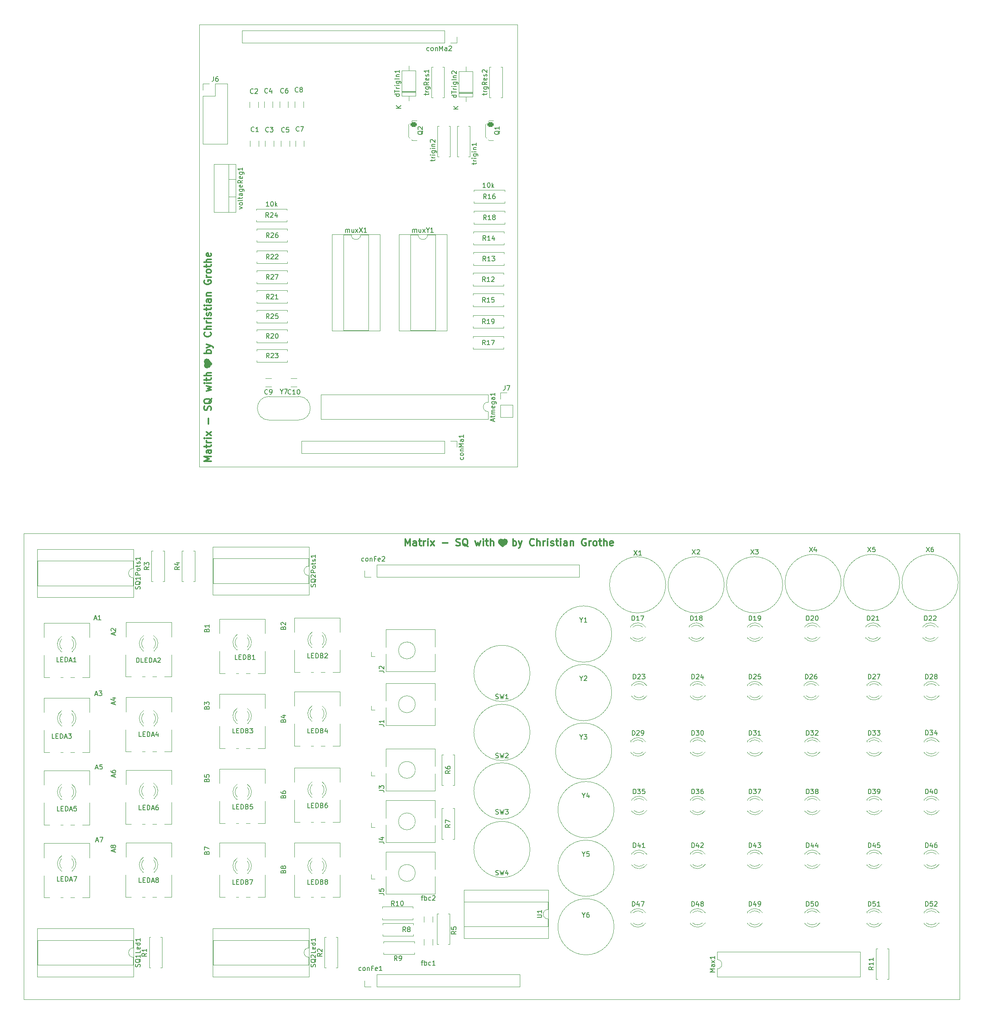
<source format=gto>
G04 #@! TF.GenerationSoftware,KiCad,Pcbnew,6.0.7-1.fc36*
G04 #@! TF.CreationDate,2022-08-06T18:57:46+02:00*
G04 #@! TF.ProjectId,matrix-sq-v1,6d617472-6978-42d7-9371-2d76312e6b69,rev?*
G04 #@! TF.SameCoordinates,Original*
G04 #@! TF.FileFunction,Legend,Top*
G04 #@! TF.FilePolarity,Positive*
%FSLAX46Y46*%
G04 Gerber Fmt 4.6, Leading zero omitted, Abs format (unit mm)*
G04 Created by KiCad (PCBNEW 6.0.7-1.fc36) date 2022-08-06 18:57:46*
%MOMM*%
%LPD*%
G01*
G04 APERTURE LIST*
G04 Aperture macros list*
%AMRoundRect*
0 Rectangle with rounded corners*
0 $1 Rounding radius*
0 $2 $3 $4 $5 $6 $7 $8 $9 X,Y pos of 4 corners*
0 Add a 4 corners polygon primitive as box body*
4,1,4,$2,$3,$4,$5,$6,$7,$8,$9,$2,$3,0*
0 Add four circle primitives for the rounded corners*
1,1,$1+$1,$2,$3*
1,1,$1+$1,$4,$5*
1,1,$1+$1,$6,$7*
1,1,$1+$1,$8,$9*
0 Add four rect primitives between the rounded corners*
20,1,$1+$1,$2,$3,$4,$5,0*
20,1,$1+$1,$4,$5,$6,$7,0*
20,1,$1+$1,$6,$7,$8,$9,0*
20,1,$1+$1,$8,$9,$2,$3,0*%
G04 Aperture macros list end*
%ADD10C,0.650000*%
%ADD11C,0.100000*%
G04 #@! TA.AperFunction,Profile*
%ADD12C,0.100000*%
G04 #@! TD*
%ADD13C,0.150000*%
%ADD14C,0.300000*%
%ADD15C,0.120000*%
%ADD16R,1.800000X1.800000*%
%ADD17C,1.800000*%
%ADD18O,2.720000X3.240000*%
%ADD19C,1.600000*%
%ADD20O,1.600000X1.600000*%
%ADD21O,3.000000X2.000000*%
%ADD22R,1.600000X1.600000*%
%ADD23O,2.000000X3.000000*%
%ADD24R,1.830000X1.930000*%
%ADD25C,2.130000*%
%ADD26R,1.700000X1.700000*%
%ADD27O,1.700000X1.700000*%
%ADD28RoundRect,0.249900X-0.400100X0.275100X-0.400100X-0.275100X0.400100X-0.275100X0.400100X0.275100X0*%
%ADD29O,1.300000X1.050000*%
%ADD30R,2.000000X1.905000*%
%ADD31O,2.000000X1.905000*%
%ADD32R,2.200000X2.200000*%
%ADD33O,2.200000X2.200000*%
%ADD34C,1.500000*%
G04 APERTURE END LIST*
D10*
X173935000Y-243280000D02*
G75*
G03*
X173935000Y-243280000I-325000J0D01*
G01*
D11*
G36*
X111059815Y-205298334D02*
G01*
X110359815Y-206098334D01*
X110359815Y-204398334D01*
X111059815Y-205298334D01*
G37*
X111059815Y-205298334D02*
X110359815Y-206098334D01*
X110359815Y-204398334D01*
X111059815Y-205298334D01*
D10*
X110275000Y-204830000D02*
G75*
G03*
X110275000Y-204830000I-325000J0D01*
G01*
X173125000Y-243300000D02*
G75*
G03*
X173125000Y-243300000I-325000J0D01*
G01*
X110295000Y-205640000D02*
G75*
G03*
X110295000Y-205640000I-325000J0D01*
G01*
D11*
G36*
X173141666Y-244389815D02*
G01*
X172341666Y-243689815D01*
X174041666Y-243689815D01*
X173141666Y-244389815D01*
G37*
X173141666Y-244389815D02*
X172341666Y-243689815D01*
X174041666Y-243689815D01*
X173141666Y-244389815D01*
D12*
X108300000Y-132900000D02*
X176300000Y-132900000D01*
X176300000Y-132900000D02*
X176300000Y-227300000D01*
X176300000Y-227300000D02*
X108300000Y-227300000D01*
X108300000Y-227300000D02*
X108300000Y-132900000D01*
X70800000Y-241500000D02*
X270800000Y-241500000D01*
X270800000Y-241500000D02*
X270800000Y-341000000D01*
X270800000Y-341000000D02*
X70800000Y-341000000D01*
X70800000Y-341000000D02*
X70800000Y-241500000D01*
D13*
X123204761Y-171652380D02*
X122633333Y-171652380D01*
X122919047Y-171652380D02*
X122919047Y-170652380D01*
X122823809Y-170795238D01*
X122728571Y-170890476D01*
X122633333Y-170938095D01*
X123823809Y-170652380D02*
X123919047Y-170652380D01*
X124014285Y-170700000D01*
X124061904Y-170747619D01*
X124109523Y-170842857D01*
X124157142Y-171033333D01*
X124157142Y-171271428D01*
X124109523Y-171461904D01*
X124061904Y-171557142D01*
X124014285Y-171604761D01*
X123919047Y-171652380D01*
X123823809Y-171652380D01*
X123728571Y-171604761D01*
X123680952Y-171557142D01*
X123633333Y-171461904D01*
X123585714Y-171271428D01*
X123585714Y-171033333D01*
X123633333Y-170842857D01*
X123680952Y-170747619D01*
X123728571Y-170700000D01*
X123823809Y-170652380D01*
X124585714Y-171652380D02*
X124585714Y-170652380D01*
X124680952Y-171271428D02*
X124966666Y-171652380D01*
X124966666Y-170985714D02*
X124585714Y-171366666D01*
D14*
X110838571Y-226078571D02*
X109338571Y-226078571D01*
X110410000Y-225578571D01*
X109338571Y-225078571D01*
X110838571Y-225078571D01*
X110838571Y-223721428D02*
X110052857Y-223721428D01*
X109910000Y-223792857D01*
X109838571Y-223935714D01*
X109838571Y-224221428D01*
X109910000Y-224364285D01*
X110767142Y-223721428D02*
X110838571Y-223864285D01*
X110838571Y-224221428D01*
X110767142Y-224364285D01*
X110624285Y-224435714D01*
X110481428Y-224435714D01*
X110338571Y-224364285D01*
X110267142Y-224221428D01*
X110267142Y-223864285D01*
X110195714Y-223721428D01*
X109838571Y-223221428D02*
X109838571Y-222650000D01*
X109338571Y-223007142D02*
X110624285Y-223007142D01*
X110767142Y-222935714D01*
X110838571Y-222792857D01*
X110838571Y-222650000D01*
X110838571Y-222150000D02*
X109838571Y-222150000D01*
X110124285Y-222150000D02*
X109981428Y-222078571D01*
X109910000Y-222007142D01*
X109838571Y-221864285D01*
X109838571Y-221721428D01*
X110838571Y-221221428D02*
X109838571Y-221221428D01*
X109338571Y-221221428D02*
X109410000Y-221292857D01*
X109481428Y-221221428D01*
X109410000Y-221150000D01*
X109338571Y-221221428D01*
X109481428Y-221221428D01*
X110838571Y-220650000D02*
X109838571Y-219864285D01*
X109838571Y-220650000D02*
X110838571Y-219864285D01*
X110267142Y-218150000D02*
X110267142Y-217007142D01*
X110767142Y-215221428D02*
X110838571Y-215007142D01*
X110838571Y-214650000D01*
X110767142Y-214507142D01*
X110695714Y-214435714D01*
X110552857Y-214364285D01*
X110410000Y-214364285D01*
X110267142Y-214435714D01*
X110195714Y-214507142D01*
X110124285Y-214650000D01*
X110052857Y-214935714D01*
X109981428Y-215078571D01*
X109910000Y-215150000D01*
X109767142Y-215221428D01*
X109624285Y-215221428D01*
X109481428Y-215150000D01*
X109410000Y-215078571D01*
X109338571Y-214935714D01*
X109338571Y-214578571D01*
X109410000Y-214364285D01*
X110981428Y-212721428D02*
X110910000Y-212864285D01*
X110767142Y-213007142D01*
X110552857Y-213221428D01*
X110481428Y-213364285D01*
X110481428Y-213507142D01*
X110838571Y-213435714D02*
X110767142Y-213578571D01*
X110624285Y-213721428D01*
X110338571Y-213792857D01*
X109838571Y-213792857D01*
X109552857Y-213721428D01*
X109410000Y-213578571D01*
X109338571Y-213435714D01*
X109338571Y-213150000D01*
X109410000Y-213007142D01*
X109552857Y-212864285D01*
X109838571Y-212792857D01*
X110338571Y-212792857D01*
X110624285Y-212864285D01*
X110767142Y-213007142D01*
X110838571Y-213150000D01*
X110838571Y-213435714D01*
X109838571Y-211150000D02*
X110838571Y-210864285D01*
X110124285Y-210578571D01*
X110838571Y-210292857D01*
X109838571Y-210007142D01*
X110838571Y-209435714D02*
X109838571Y-209435714D01*
X109338571Y-209435714D02*
X109410000Y-209507142D01*
X109481428Y-209435714D01*
X109410000Y-209364285D01*
X109338571Y-209435714D01*
X109481428Y-209435714D01*
X109838571Y-208935714D02*
X109838571Y-208364285D01*
X109338571Y-208721428D02*
X110624285Y-208721428D01*
X110767142Y-208650000D01*
X110838571Y-208507142D01*
X110838571Y-208364285D01*
X110838571Y-207864285D02*
X109338571Y-207864285D01*
X110838571Y-207221428D02*
X110052857Y-207221428D01*
X109910000Y-207292857D01*
X109838571Y-207435714D01*
X109838571Y-207650000D01*
X109910000Y-207792857D01*
X109981428Y-207864285D01*
X110838571Y-203078571D02*
X109338571Y-203078571D01*
X109910000Y-203078571D02*
X109838571Y-202935714D01*
X109838571Y-202650000D01*
X109910000Y-202507142D01*
X109981428Y-202435714D01*
X110124285Y-202364285D01*
X110552857Y-202364285D01*
X110695714Y-202435714D01*
X110767142Y-202507142D01*
X110838571Y-202650000D01*
X110838571Y-202935714D01*
X110767142Y-203078571D01*
X109838571Y-201864285D02*
X110838571Y-201507142D01*
X109838571Y-201150000D02*
X110838571Y-201507142D01*
X111195714Y-201650000D01*
X111267142Y-201721428D01*
X111338571Y-201864285D01*
X110695714Y-198578571D02*
X110767142Y-198650000D01*
X110838571Y-198864285D01*
X110838571Y-199007142D01*
X110767142Y-199221428D01*
X110624285Y-199364285D01*
X110481428Y-199435714D01*
X110195714Y-199507142D01*
X109981428Y-199507142D01*
X109695714Y-199435714D01*
X109552857Y-199364285D01*
X109410000Y-199221428D01*
X109338571Y-199007142D01*
X109338571Y-198864285D01*
X109410000Y-198650000D01*
X109481428Y-198578571D01*
X110838571Y-197935714D02*
X109338571Y-197935714D01*
X110838571Y-197292857D02*
X110052857Y-197292857D01*
X109910000Y-197364285D01*
X109838571Y-197507142D01*
X109838571Y-197721428D01*
X109910000Y-197864285D01*
X109981428Y-197935714D01*
X110838571Y-196578571D02*
X109838571Y-196578571D01*
X110124285Y-196578571D02*
X109981428Y-196507142D01*
X109910000Y-196435714D01*
X109838571Y-196292857D01*
X109838571Y-196150000D01*
X110838571Y-195650000D02*
X109838571Y-195650000D01*
X109338571Y-195650000D02*
X109410000Y-195721428D01*
X109481428Y-195650000D01*
X109410000Y-195578571D01*
X109338571Y-195650000D01*
X109481428Y-195650000D01*
X110767142Y-195007142D02*
X110838571Y-194864285D01*
X110838571Y-194578571D01*
X110767142Y-194435714D01*
X110624285Y-194364285D01*
X110552857Y-194364285D01*
X110410000Y-194435714D01*
X110338571Y-194578571D01*
X110338571Y-194792857D01*
X110267142Y-194935714D01*
X110124285Y-195007142D01*
X110052857Y-195007142D01*
X109910000Y-194935714D01*
X109838571Y-194792857D01*
X109838571Y-194578571D01*
X109910000Y-194435714D01*
X109838571Y-193935714D02*
X109838571Y-193364285D01*
X109338571Y-193721428D02*
X110624285Y-193721428D01*
X110767142Y-193650000D01*
X110838571Y-193507142D01*
X110838571Y-193364285D01*
X110838571Y-192864285D02*
X109838571Y-192864285D01*
X109338571Y-192864285D02*
X109410000Y-192935714D01*
X109481428Y-192864285D01*
X109410000Y-192792857D01*
X109338571Y-192864285D01*
X109481428Y-192864285D01*
X110838571Y-191507142D02*
X110052857Y-191507142D01*
X109910000Y-191578571D01*
X109838571Y-191721428D01*
X109838571Y-192007142D01*
X109910000Y-192150000D01*
X110767142Y-191507142D02*
X110838571Y-191650000D01*
X110838571Y-192007142D01*
X110767142Y-192150000D01*
X110624285Y-192221428D01*
X110481428Y-192221428D01*
X110338571Y-192150000D01*
X110267142Y-192007142D01*
X110267142Y-191650000D01*
X110195714Y-191507142D01*
X109838571Y-190792857D02*
X110838571Y-190792857D01*
X109981428Y-190792857D02*
X109910000Y-190721428D01*
X109838571Y-190578571D01*
X109838571Y-190364285D01*
X109910000Y-190221428D01*
X110052857Y-190150000D01*
X110838571Y-190150000D01*
X109410000Y-187507142D02*
X109338571Y-187650000D01*
X109338571Y-187864285D01*
X109410000Y-188078571D01*
X109552857Y-188221428D01*
X109695714Y-188292857D01*
X109981428Y-188364285D01*
X110195714Y-188364285D01*
X110481428Y-188292857D01*
X110624285Y-188221428D01*
X110767142Y-188078571D01*
X110838571Y-187864285D01*
X110838571Y-187721428D01*
X110767142Y-187507142D01*
X110695714Y-187435714D01*
X110195714Y-187435714D01*
X110195714Y-187721428D01*
X110838571Y-186792857D02*
X109838571Y-186792857D01*
X110124285Y-186792857D02*
X109981428Y-186721428D01*
X109910000Y-186650000D01*
X109838571Y-186507142D01*
X109838571Y-186364285D01*
X110838571Y-185650000D02*
X110767142Y-185792857D01*
X110695714Y-185864285D01*
X110552857Y-185935714D01*
X110124285Y-185935714D01*
X109981428Y-185864285D01*
X109910000Y-185792857D01*
X109838571Y-185650000D01*
X109838571Y-185435714D01*
X109910000Y-185292857D01*
X109981428Y-185221428D01*
X110124285Y-185150000D01*
X110552857Y-185150000D01*
X110695714Y-185221428D01*
X110767142Y-185292857D01*
X110838571Y-185435714D01*
X110838571Y-185650000D01*
X109838571Y-184721428D02*
X109838571Y-184150000D01*
X109338571Y-184507142D02*
X110624285Y-184507142D01*
X110767142Y-184435714D01*
X110838571Y-184292857D01*
X110838571Y-184150000D01*
X110838571Y-183650000D02*
X109338571Y-183650000D01*
X110838571Y-183007142D02*
X110052857Y-183007142D01*
X109910000Y-183078571D01*
X109838571Y-183221428D01*
X109838571Y-183435714D01*
X109910000Y-183578571D01*
X109981428Y-183650000D01*
X110767142Y-181721428D02*
X110838571Y-181864285D01*
X110838571Y-182150000D01*
X110767142Y-182292857D01*
X110624285Y-182364285D01*
X110052857Y-182364285D01*
X109910000Y-182292857D01*
X109838571Y-182150000D01*
X109838571Y-181864285D01*
X109910000Y-181721428D01*
X110052857Y-181650000D01*
X110195714Y-181650000D01*
X110338571Y-182364285D01*
D13*
X169504761Y-167652380D02*
X168933333Y-167652380D01*
X169219047Y-167652380D02*
X169219047Y-166652380D01*
X169123809Y-166795238D01*
X169028571Y-166890476D01*
X168933333Y-166938095D01*
X170123809Y-166652380D02*
X170219047Y-166652380D01*
X170314285Y-166700000D01*
X170361904Y-166747619D01*
X170409523Y-166842857D01*
X170457142Y-167033333D01*
X170457142Y-167271428D01*
X170409523Y-167461904D01*
X170361904Y-167557142D01*
X170314285Y-167604761D01*
X170219047Y-167652380D01*
X170123809Y-167652380D01*
X170028571Y-167604761D01*
X169980952Y-167557142D01*
X169933333Y-167461904D01*
X169885714Y-167271428D01*
X169885714Y-167033333D01*
X169933333Y-166842857D01*
X169980952Y-166747619D01*
X170028571Y-166700000D01*
X170123809Y-166652380D01*
X170885714Y-167652380D02*
X170885714Y-166652380D01*
X170980952Y-167271428D02*
X171266666Y-167652380D01*
X171266666Y-166985714D02*
X170885714Y-167366666D01*
D14*
X152361428Y-244168571D02*
X152361428Y-242668571D01*
X152861428Y-243740000D01*
X153361428Y-242668571D01*
X153361428Y-244168571D01*
X154718571Y-244168571D02*
X154718571Y-243382857D01*
X154647142Y-243240000D01*
X154504285Y-243168571D01*
X154218571Y-243168571D01*
X154075714Y-243240000D01*
X154718571Y-244097142D02*
X154575714Y-244168571D01*
X154218571Y-244168571D01*
X154075714Y-244097142D01*
X154004285Y-243954285D01*
X154004285Y-243811428D01*
X154075714Y-243668571D01*
X154218571Y-243597142D01*
X154575714Y-243597142D01*
X154718571Y-243525714D01*
X155218571Y-243168571D02*
X155790000Y-243168571D01*
X155432857Y-242668571D02*
X155432857Y-243954285D01*
X155504285Y-244097142D01*
X155647142Y-244168571D01*
X155790000Y-244168571D01*
X156290000Y-244168571D02*
X156290000Y-243168571D01*
X156290000Y-243454285D02*
X156361428Y-243311428D01*
X156432857Y-243240000D01*
X156575714Y-243168571D01*
X156718571Y-243168571D01*
X157218571Y-244168571D02*
X157218571Y-243168571D01*
X157218571Y-242668571D02*
X157147142Y-242740000D01*
X157218571Y-242811428D01*
X157290000Y-242740000D01*
X157218571Y-242668571D01*
X157218571Y-242811428D01*
X157790000Y-244168571D02*
X158575714Y-243168571D01*
X157790000Y-243168571D02*
X158575714Y-244168571D01*
X160290000Y-243597142D02*
X161432857Y-243597142D01*
X163218571Y-244097142D02*
X163432857Y-244168571D01*
X163790000Y-244168571D01*
X163932857Y-244097142D01*
X164004285Y-244025714D01*
X164075714Y-243882857D01*
X164075714Y-243740000D01*
X164004285Y-243597142D01*
X163932857Y-243525714D01*
X163790000Y-243454285D01*
X163504285Y-243382857D01*
X163361428Y-243311428D01*
X163290000Y-243240000D01*
X163218571Y-243097142D01*
X163218571Y-242954285D01*
X163290000Y-242811428D01*
X163361428Y-242740000D01*
X163504285Y-242668571D01*
X163861428Y-242668571D01*
X164075714Y-242740000D01*
X165718571Y-244311428D02*
X165575714Y-244240000D01*
X165432857Y-244097142D01*
X165218571Y-243882857D01*
X165075714Y-243811428D01*
X164932857Y-243811428D01*
X165004285Y-244168571D02*
X164861428Y-244097142D01*
X164718571Y-243954285D01*
X164647142Y-243668571D01*
X164647142Y-243168571D01*
X164718571Y-242882857D01*
X164861428Y-242740000D01*
X165004285Y-242668571D01*
X165290000Y-242668571D01*
X165432857Y-242740000D01*
X165575714Y-242882857D01*
X165647142Y-243168571D01*
X165647142Y-243668571D01*
X165575714Y-243954285D01*
X165432857Y-244097142D01*
X165290000Y-244168571D01*
X165004285Y-244168571D01*
X167290000Y-243168571D02*
X167575714Y-244168571D01*
X167861428Y-243454285D01*
X168147142Y-244168571D01*
X168432857Y-243168571D01*
X169004285Y-244168571D02*
X169004285Y-243168571D01*
X169004285Y-242668571D02*
X168932857Y-242740000D01*
X169004285Y-242811428D01*
X169075714Y-242740000D01*
X169004285Y-242668571D01*
X169004285Y-242811428D01*
X169504285Y-243168571D02*
X170075714Y-243168571D01*
X169718571Y-242668571D02*
X169718571Y-243954285D01*
X169790000Y-244097142D01*
X169932857Y-244168571D01*
X170075714Y-244168571D01*
X170575714Y-244168571D02*
X170575714Y-242668571D01*
X171218571Y-244168571D02*
X171218571Y-243382857D01*
X171147142Y-243240000D01*
X171004285Y-243168571D01*
X170790000Y-243168571D01*
X170647142Y-243240000D01*
X170575714Y-243311428D01*
X175361428Y-244168571D02*
X175361428Y-242668571D01*
X175361428Y-243240000D02*
X175504285Y-243168571D01*
X175790000Y-243168571D01*
X175932857Y-243240000D01*
X176004285Y-243311428D01*
X176075714Y-243454285D01*
X176075714Y-243882857D01*
X176004285Y-244025714D01*
X175932857Y-244097142D01*
X175790000Y-244168571D01*
X175504285Y-244168571D01*
X175361428Y-244097142D01*
X176575714Y-243168571D02*
X176932857Y-244168571D01*
X177290000Y-243168571D02*
X176932857Y-244168571D01*
X176790000Y-244525714D01*
X176718571Y-244597142D01*
X176575714Y-244668571D01*
X179861428Y-244025714D02*
X179789999Y-244097142D01*
X179575714Y-244168571D01*
X179432857Y-244168571D01*
X179218571Y-244097142D01*
X179075714Y-243954285D01*
X179004285Y-243811428D01*
X178932857Y-243525714D01*
X178932857Y-243311428D01*
X179004285Y-243025714D01*
X179075714Y-242882857D01*
X179218571Y-242740000D01*
X179432857Y-242668571D01*
X179575714Y-242668571D01*
X179789999Y-242740000D01*
X179861428Y-242811428D01*
X180504285Y-244168571D02*
X180504285Y-242668571D01*
X181147142Y-244168571D02*
X181147142Y-243382857D01*
X181075714Y-243240000D01*
X180932857Y-243168571D01*
X180718571Y-243168571D01*
X180575714Y-243240000D01*
X180504285Y-243311428D01*
X181861428Y-244168571D02*
X181861428Y-243168571D01*
X181861428Y-243454285D02*
X181932857Y-243311428D01*
X182004285Y-243240000D01*
X182147142Y-243168571D01*
X182290000Y-243168571D01*
X182790000Y-244168571D02*
X182790000Y-243168571D01*
X182790000Y-242668571D02*
X182718571Y-242740000D01*
X182790000Y-242811428D01*
X182861428Y-242740000D01*
X182790000Y-242668571D01*
X182790000Y-242811428D01*
X183432857Y-244097142D02*
X183575714Y-244168571D01*
X183861428Y-244168571D01*
X184004285Y-244097142D01*
X184075714Y-243954285D01*
X184075714Y-243882857D01*
X184004285Y-243740000D01*
X183861428Y-243668571D01*
X183647142Y-243668571D01*
X183504285Y-243597142D01*
X183432857Y-243454285D01*
X183432857Y-243382857D01*
X183504285Y-243240000D01*
X183647142Y-243168571D01*
X183861428Y-243168571D01*
X184004285Y-243240000D01*
X184504285Y-243168571D02*
X185075714Y-243168571D01*
X184718571Y-242668571D02*
X184718571Y-243954285D01*
X184789999Y-244097142D01*
X184932857Y-244168571D01*
X185075714Y-244168571D01*
X185575714Y-244168571D02*
X185575714Y-243168571D01*
X185575714Y-242668571D02*
X185504285Y-242740000D01*
X185575714Y-242811428D01*
X185647142Y-242740000D01*
X185575714Y-242668571D01*
X185575714Y-242811428D01*
X186932857Y-244168571D02*
X186932857Y-243382857D01*
X186861428Y-243240000D01*
X186718571Y-243168571D01*
X186432857Y-243168571D01*
X186290000Y-243240000D01*
X186932857Y-244097142D02*
X186790000Y-244168571D01*
X186432857Y-244168571D01*
X186290000Y-244097142D01*
X186218571Y-243954285D01*
X186218571Y-243811428D01*
X186290000Y-243668571D01*
X186432857Y-243597142D01*
X186790000Y-243597142D01*
X186932857Y-243525714D01*
X187647142Y-243168571D02*
X187647142Y-244168571D01*
X187647142Y-243311428D02*
X187718571Y-243240000D01*
X187861428Y-243168571D01*
X188075714Y-243168571D01*
X188218571Y-243240000D01*
X188290000Y-243382857D01*
X188290000Y-244168571D01*
X190932857Y-242740000D02*
X190790000Y-242668571D01*
X190575714Y-242668571D01*
X190361428Y-242740000D01*
X190218571Y-242882857D01*
X190147142Y-243025714D01*
X190075714Y-243311428D01*
X190075714Y-243525714D01*
X190147142Y-243811428D01*
X190218571Y-243954285D01*
X190361428Y-244097142D01*
X190575714Y-244168571D01*
X190718571Y-244168571D01*
X190932857Y-244097142D01*
X191004285Y-244025714D01*
X191004285Y-243525714D01*
X190718571Y-243525714D01*
X191647142Y-244168571D02*
X191647142Y-243168571D01*
X191647142Y-243454285D02*
X191718571Y-243311428D01*
X191790000Y-243240000D01*
X191932857Y-243168571D01*
X192075714Y-243168571D01*
X192790000Y-244168571D02*
X192647142Y-244097142D01*
X192575714Y-244025714D01*
X192504285Y-243882857D01*
X192504285Y-243454285D01*
X192575714Y-243311428D01*
X192647142Y-243240000D01*
X192790000Y-243168571D01*
X193004285Y-243168571D01*
X193147142Y-243240000D01*
X193218571Y-243311428D01*
X193290000Y-243454285D01*
X193290000Y-243882857D01*
X193218571Y-244025714D01*
X193147142Y-244097142D01*
X193004285Y-244168571D01*
X192790000Y-244168571D01*
X193718571Y-243168571D02*
X194290000Y-243168571D01*
X193932857Y-242668571D02*
X193932857Y-243954285D01*
X194004285Y-244097142D01*
X194147142Y-244168571D01*
X194290000Y-244168571D01*
X194790000Y-244168571D02*
X194790000Y-242668571D01*
X195432857Y-244168571D02*
X195432857Y-243382857D01*
X195361428Y-243240000D01*
X195218571Y-243168571D01*
X195004285Y-243168571D01*
X194861428Y-243240000D01*
X194790000Y-243311428D01*
X196718571Y-244097142D02*
X196575714Y-244168571D01*
X196290000Y-244168571D01*
X196147142Y-244097142D01*
X196075714Y-243954285D01*
X196075714Y-243382857D01*
X196147142Y-243240000D01*
X196290000Y-243168571D01*
X196575714Y-243168571D01*
X196718571Y-243240000D01*
X196790000Y-243382857D01*
X196790000Y-243525714D01*
X196075714Y-243668571D01*
D13*
X200855714Y-321092380D02*
X200855714Y-320092380D01*
X201093809Y-320092380D01*
X201236666Y-320140000D01*
X201331904Y-320235238D01*
X201379523Y-320330476D01*
X201427142Y-320520952D01*
X201427142Y-320663809D01*
X201379523Y-320854285D01*
X201331904Y-320949523D01*
X201236666Y-321044761D01*
X201093809Y-321092380D01*
X200855714Y-321092380D01*
X202284285Y-320425714D02*
X202284285Y-321092380D01*
X202046190Y-320044761D02*
X201808095Y-320759047D01*
X202427142Y-320759047D01*
X202712857Y-320092380D02*
X203379523Y-320092380D01*
X202950952Y-321092380D01*
X86185714Y-291566666D02*
X86661904Y-291566666D01*
X86090476Y-291852380D02*
X86423809Y-290852380D01*
X86757142Y-291852380D01*
X87566666Y-290852380D02*
X87090476Y-290852380D01*
X87042857Y-291328571D01*
X87090476Y-291280952D01*
X87185714Y-291233333D01*
X87423809Y-291233333D01*
X87519047Y-291280952D01*
X87566666Y-291328571D01*
X87614285Y-291423809D01*
X87614285Y-291661904D01*
X87566666Y-291757142D01*
X87519047Y-291804761D01*
X87423809Y-291852380D01*
X87185714Y-291852380D01*
X87090476Y-291804761D01*
X87042857Y-291757142D01*
X238080714Y-260092380D02*
X238080714Y-259092380D01*
X238318809Y-259092380D01*
X238461666Y-259140000D01*
X238556904Y-259235238D01*
X238604523Y-259330476D01*
X238652142Y-259520952D01*
X238652142Y-259663809D01*
X238604523Y-259854285D01*
X238556904Y-259949523D01*
X238461666Y-260044761D01*
X238318809Y-260092380D01*
X238080714Y-260092380D01*
X239033095Y-259187619D02*
X239080714Y-259140000D01*
X239175952Y-259092380D01*
X239414047Y-259092380D01*
X239509285Y-259140000D01*
X239556904Y-259187619D01*
X239604523Y-259282857D01*
X239604523Y-259378095D01*
X239556904Y-259520952D01*
X238985476Y-260092380D01*
X239604523Y-260092380D01*
X240223571Y-259092380D02*
X240318809Y-259092380D01*
X240414047Y-259140000D01*
X240461666Y-259187619D01*
X240509285Y-259282857D01*
X240556904Y-259473333D01*
X240556904Y-259711428D01*
X240509285Y-259901904D01*
X240461666Y-259997142D01*
X240414047Y-260044761D01*
X240318809Y-260092380D01*
X240223571Y-260092380D01*
X240128333Y-260044761D01*
X240080714Y-259997142D01*
X240033095Y-259901904D01*
X239985476Y-259711428D01*
X239985476Y-259473333D01*
X240033095Y-259282857D01*
X240080714Y-259187619D01*
X240128333Y-259140000D01*
X240223571Y-259092380D01*
X161952380Y-303666666D02*
X161476190Y-304000000D01*
X161952380Y-304238095D02*
X160952380Y-304238095D01*
X160952380Y-303857142D01*
X161000000Y-303761904D01*
X161047619Y-303714285D01*
X161142857Y-303666666D01*
X161285714Y-303666666D01*
X161380952Y-303714285D01*
X161428571Y-303761904D01*
X161476190Y-303857142D01*
X161476190Y-304238095D01*
X160952380Y-303333333D02*
X160952380Y-302666666D01*
X161952380Y-303095238D01*
X109928571Y-309679761D02*
X109976190Y-309536904D01*
X110023809Y-309489285D01*
X110119047Y-309441666D01*
X110261904Y-309441666D01*
X110357142Y-309489285D01*
X110404761Y-309536904D01*
X110452380Y-309632142D01*
X110452380Y-310013095D01*
X109452380Y-310013095D01*
X109452380Y-309679761D01*
X109500000Y-309584523D01*
X109547619Y-309536904D01*
X109642857Y-309489285D01*
X109738095Y-309489285D01*
X109833333Y-309536904D01*
X109880952Y-309584523D01*
X109928571Y-309679761D01*
X109928571Y-310013095D01*
X109452380Y-309108333D02*
X109452380Y-308441666D01*
X110452380Y-308870238D01*
X169457142Y-192152380D02*
X169123809Y-191676190D01*
X168885714Y-192152380D02*
X168885714Y-191152380D01*
X169266666Y-191152380D01*
X169361904Y-191200000D01*
X169409523Y-191247619D01*
X169457142Y-191342857D01*
X169457142Y-191485714D01*
X169409523Y-191580952D01*
X169361904Y-191628571D01*
X169266666Y-191676190D01*
X168885714Y-191676190D01*
X170409523Y-192152380D02*
X169838095Y-192152380D01*
X170123809Y-192152380D02*
X170123809Y-191152380D01*
X170028571Y-191295238D01*
X169933333Y-191390476D01*
X169838095Y-191438095D01*
X171314285Y-191152380D02*
X170838095Y-191152380D01*
X170790476Y-191628571D01*
X170838095Y-191580952D01*
X170933333Y-191533333D01*
X171171428Y-191533333D01*
X171266666Y-191580952D01*
X171314285Y-191628571D01*
X171361904Y-191723809D01*
X171361904Y-191961904D01*
X171314285Y-192057142D01*
X171266666Y-192104761D01*
X171171428Y-192152380D01*
X170933333Y-192152380D01*
X170838095Y-192104761D01*
X170790476Y-192057142D01*
X150007142Y-320992380D02*
X149673809Y-320516190D01*
X149435714Y-320992380D02*
X149435714Y-319992380D01*
X149816666Y-319992380D01*
X149911904Y-320040000D01*
X149959523Y-320087619D01*
X150007142Y-320182857D01*
X150007142Y-320325714D01*
X149959523Y-320420952D01*
X149911904Y-320468571D01*
X149816666Y-320516190D01*
X149435714Y-320516190D01*
X150959523Y-320992380D02*
X150388095Y-320992380D01*
X150673809Y-320992380D02*
X150673809Y-319992380D01*
X150578571Y-320135238D01*
X150483333Y-320230476D01*
X150388095Y-320278095D01*
X151578571Y-319992380D02*
X151673809Y-319992380D01*
X151769047Y-320040000D01*
X151816666Y-320087619D01*
X151864285Y-320182857D01*
X151911904Y-320373333D01*
X151911904Y-320611428D01*
X151864285Y-320801904D01*
X151816666Y-320897142D01*
X151769047Y-320944761D01*
X151673809Y-320992380D01*
X151578571Y-320992380D01*
X151483333Y-320944761D01*
X151435714Y-320897142D01*
X151388095Y-320801904D01*
X151340476Y-320611428D01*
X151340476Y-320373333D01*
X151388095Y-320182857D01*
X151435714Y-320087619D01*
X151483333Y-320040000D01*
X151578571Y-319992380D01*
X251190476Y-244452380D02*
X251857142Y-245452380D01*
X251857142Y-244452380D02*
X251190476Y-245452380D01*
X252714285Y-244452380D02*
X252238095Y-244452380D01*
X252190476Y-244928571D01*
X252238095Y-244880952D01*
X252333333Y-244833333D01*
X252571428Y-244833333D01*
X252666666Y-244880952D01*
X252714285Y-244928571D01*
X252761904Y-245023809D01*
X252761904Y-245261904D01*
X252714285Y-245357142D01*
X252666666Y-245404761D01*
X252571428Y-245452380D01*
X252333333Y-245452380D01*
X252238095Y-245404761D01*
X252190476Y-245357142D01*
X139571904Y-177222380D02*
X139571904Y-176555714D01*
X139571904Y-176650952D02*
X139619523Y-176603333D01*
X139714761Y-176555714D01*
X139857619Y-176555714D01*
X139952857Y-176603333D01*
X140000476Y-176698571D01*
X140000476Y-177222380D01*
X140000476Y-176698571D02*
X140048095Y-176603333D01*
X140143333Y-176555714D01*
X140286190Y-176555714D01*
X140381428Y-176603333D01*
X140429047Y-176698571D01*
X140429047Y-177222380D01*
X141333809Y-176555714D02*
X141333809Y-177222380D01*
X140905238Y-176555714D02*
X140905238Y-177079523D01*
X140952857Y-177174761D01*
X141048095Y-177222380D01*
X141190952Y-177222380D01*
X141286190Y-177174761D01*
X141333809Y-177127142D01*
X141714761Y-177222380D02*
X142238571Y-176555714D01*
X141714761Y-176555714D02*
X142238571Y-177222380D01*
X142524285Y-176222380D02*
X143190952Y-177222380D01*
X143190952Y-176222380D02*
X142524285Y-177222380D01*
X144095714Y-177222380D02*
X143524285Y-177222380D01*
X143810000Y-177222380D02*
X143810000Y-176222380D01*
X143714761Y-176365238D01*
X143619523Y-176460476D01*
X143524285Y-176508095D01*
X131980952Y-300087380D02*
X131504761Y-300087380D01*
X131504761Y-299087380D01*
X132314285Y-299563571D02*
X132647619Y-299563571D01*
X132790476Y-300087380D02*
X132314285Y-300087380D01*
X132314285Y-299087380D01*
X132790476Y-299087380D01*
X133219047Y-300087380D02*
X133219047Y-299087380D01*
X133457142Y-299087380D01*
X133600000Y-299135000D01*
X133695238Y-299230238D01*
X133742857Y-299325476D01*
X133790476Y-299515952D01*
X133790476Y-299658809D01*
X133742857Y-299849285D01*
X133695238Y-299944523D01*
X133600000Y-300039761D01*
X133457142Y-300087380D01*
X133219047Y-300087380D01*
X134552380Y-299563571D02*
X134695238Y-299611190D01*
X134742857Y-299658809D01*
X134790476Y-299754047D01*
X134790476Y-299896904D01*
X134742857Y-299992142D01*
X134695238Y-300039761D01*
X134600000Y-300087380D01*
X134219047Y-300087380D01*
X134219047Y-299087380D01*
X134552380Y-299087380D01*
X134647619Y-299135000D01*
X134695238Y-299182619D01*
X134742857Y-299277857D01*
X134742857Y-299373095D01*
X134695238Y-299468333D01*
X134647619Y-299515952D01*
X134552380Y-299563571D01*
X134219047Y-299563571D01*
X135647619Y-299087380D02*
X135457142Y-299087380D01*
X135361904Y-299135000D01*
X135314285Y-299182619D01*
X135219047Y-299325476D01*
X135171428Y-299515952D01*
X135171428Y-299896904D01*
X135219047Y-299992142D01*
X135266666Y-300039761D01*
X135361904Y-300087380D01*
X135552380Y-300087380D01*
X135647619Y-300039761D01*
X135695238Y-299992142D01*
X135742857Y-299896904D01*
X135742857Y-299658809D01*
X135695238Y-299563571D01*
X135647619Y-299515952D01*
X135552380Y-299468333D01*
X135361904Y-299468333D01*
X135266666Y-299515952D01*
X135219047Y-299563571D01*
X135171428Y-299658809D01*
X225815714Y-272592380D02*
X225815714Y-271592380D01*
X226053809Y-271592380D01*
X226196666Y-271640000D01*
X226291904Y-271735238D01*
X226339523Y-271830476D01*
X226387142Y-272020952D01*
X226387142Y-272163809D01*
X226339523Y-272354285D01*
X226291904Y-272449523D01*
X226196666Y-272544761D01*
X226053809Y-272592380D01*
X225815714Y-272592380D01*
X226768095Y-271687619D02*
X226815714Y-271640000D01*
X226910952Y-271592380D01*
X227149047Y-271592380D01*
X227244285Y-271640000D01*
X227291904Y-271687619D01*
X227339523Y-271782857D01*
X227339523Y-271878095D01*
X227291904Y-272020952D01*
X226720476Y-272592380D01*
X227339523Y-272592380D01*
X228244285Y-271592380D02*
X227768095Y-271592380D01*
X227720476Y-272068571D01*
X227768095Y-272020952D01*
X227863333Y-271973333D01*
X228101428Y-271973333D01*
X228196666Y-272020952D01*
X228244285Y-272068571D01*
X228291904Y-272163809D01*
X228291904Y-272401904D01*
X228244285Y-272497142D01*
X228196666Y-272544761D01*
X228101428Y-272592380D01*
X227863333Y-272592380D01*
X227768095Y-272544761D01*
X227720476Y-272497142D01*
X109928571Y-278679761D02*
X109976190Y-278536904D01*
X110023809Y-278489285D01*
X110119047Y-278441666D01*
X110261904Y-278441666D01*
X110357142Y-278489285D01*
X110404761Y-278536904D01*
X110452380Y-278632142D01*
X110452380Y-279013095D01*
X109452380Y-279013095D01*
X109452380Y-278679761D01*
X109500000Y-278584523D01*
X109547619Y-278536904D01*
X109642857Y-278489285D01*
X109738095Y-278489285D01*
X109833333Y-278536904D01*
X109880952Y-278584523D01*
X109928571Y-278679761D01*
X109928571Y-279013095D01*
X109452380Y-278108333D02*
X109452380Y-277489285D01*
X109833333Y-277822619D01*
X109833333Y-277679761D01*
X109880952Y-277584523D01*
X109928571Y-277536904D01*
X110023809Y-277489285D01*
X110261904Y-277489285D01*
X110357142Y-277536904D01*
X110404761Y-277584523D01*
X110452380Y-277679761D01*
X110452380Y-277965476D01*
X110404761Y-278060714D01*
X110357142Y-278108333D01*
X123133333Y-155707142D02*
X123085714Y-155754761D01*
X122942857Y-155802380D01*
X122847619Y-155802380D01*
X122704761Y-155754761D01*
X122609523Y-155659523D01*
X122561904Y-155564285D01*
X122514285Y-155373809D01*
X122514285Y-155230952D01*
X122561904Y-155040476D01*
X122609523Y-154945238D01*
X122704761Y-154850000D01*
X122847619Y-154802380D01*
X122942857Y-154802380D01*
X123085714Y-154850000D01*
X123133333Y-154897619D01*
X123466666Y-154802380D02*
X124085714Y-154802380D01*
X123752380Y-155183333D01*
X123895238Y-155183333D01*
X123990476Y-155230952D01*
X124038095Y-155278571D01*
X124085714Y-155373809D01*
X124085714Y-155611904D01*
X124038095Y-155707142D01*
X123990476Y-155754761D01*
X123895238Y-155802380D01*
X123609523Y-155802380D01*
X123514285Y-155754761D01*
X123466666Y-155707142D01*
X251305714Y-297092380D02*
X251305714Y-296092380D01*
X251543809Y-296092380D01*
X251686666Y-296140000D01*
X251781904Y-296235238D01*
X251829523Y-296330476D01*
X251877142Y-296520952D01*
X251877142Y-296663809D01*
X251829523Y-296854285D01*
X251781904Y-296949523D01*
X251686666Y-297044761D01*
X251543809Y-297092380D01*
X251305714Y-297092380D01*
X252210476Y-296092380D02*
X252829523Y-296092380D01*
X252496190Y-296473333D01*
X252639047Y-296473333D01*
X252734285Y-296520952D01*
X252781904Y-296568571D01*
X252829523Y-296663809D01*
X252829523Y-296901904D01*
X252781904Y-296997142D01*
X252734285Y-297044761D01*
X252639047Y-297092380D01*
X252353333Y-297092380D01*
X252258095Y-297044761D01*
X252210476Y-296997142D01*
X253305714Y-297092380D02*
X253496190Y-297092380D01*
X253591428Y-297044761D01*
X253639047Y-296997142D01*
X253734285Y-296854285D01*
X253781904Y-296663809D01*
X253781904Y-296282857D01*
X253734285Y-296187619D01*
X253686666Y-296140000D01*
X253591428Y-296092380D01*
X253400952Y-296092380D01*
X253305714Y-296140000D01*
X253258095Y-296187619D01*
X253210476Y-296282857D01*
X253210476Y-296520952D01*
X253258095Y-296616190D01*
X253305714Y-296663809D01*
X253400952Y-296711428D01*
X253591428Y-296711428D01*
X253686666Y-296663809D01*
X253734285Y-296616190D01*
X253781904Y-296520952D01*
X251305714Y-308592380D02*
X251305714Y-307592380D01*
X251543809Y-307592380D01*
X251686666Y-307640000D01*
X251781904Y-307735238D01*
X251829523Y-307830476D01*
X251877142Y-308020952D01*
X251877142Y-308163809D01*
X251829523Y-308354285D01*
X251781904Y-308449523D01*
X251686666Y-308544761D01*
X251543809Y-308592380D01*
X251305714Y-308592380D01*
X252734285Y-307925714D02*
X252734285Y-308592380D01*
X252496190Y-307544761D02*
X252258095Y-308259047D01*
X252877142Y-308259047D01*
X253734285Y-307592380D02*
X253258095Y-307592380D01*
X253210476Y-308068571D01*
X253258095Y-308020952D01*
X253353333Y-307973333D01*
X253591428Y-307973333D01*
X253686666Y-308020952D01*
X253734285Y-308068571D01*
X253781904Y-308163809D01*
X253781904Y-308401904D01*
X253734285Y-308497142D01*
X253686666Y-308544761D01*
X253591428Y-308592380D01*
X253353333Y-308592380D01*
X253258095Y-308544761D01*
X253210476Y-308497142D01*
X123257142Y-178352380D02*
X122923809Y-177876190D01*
X122685714Y-178352380D02*
X122685714Y-177352380D01*
X123066666Y-177352380D01*
X123161904Y-177400000D01*
X123209523Y-177447619D01*
X123257142Y-177542857D01*
X123257142Y-177685714D01*
X123209523Y-177780952D01*
X123161904Y-177828571D01*
X123066666Y-177876190D01*
X122685714Y-177876190D01*
X123638095Y-177447619D02*
X123685714Y-177400000D01*
X123780952Y-177352380D01*
X124019047Y-177352380D01*
X124114285Y-177400000D01*
X124161904Y-177447619D01*
X124209523Y-177542857D01*
X124209523Y-177638095D01*
X124161904Y-177780952D01*
X123590476Y-178352380D01*
X124209523Y-178352380D01*
X125066666Y-177352380D02*
X124876190Y-177352380D01*
X124780952Y-177400000D01*
X124733333Y-177447619D01*
X124638095Y-177590476D01*
X124590476Y-177780952D01*
X124590476Y-178161904D01*
X124638095Y-178257142D01*
X124685714Y-178304761D01*
X124780952Y-178352380D01*
X124971428Y-178352380D01*
X125066666Y-178304761D01*
X125114285Y-178257142D01*
X125161904Y-178161904D01*
X125161904Y-177923809D01*
X125114285Y-177828571D01*
X125066666Y-177780952D01*
X124971428Y-177733333D01*
X124780952Y-177733333D01*
X124685714Y-177780952D01*
X124638095Y-177828571D01*
X124590476Y-177923809D01*
X171666666Y-276804761D02*
X171809523Y-276852380D01*
X172047619Y-276852380D01*
X172142857Y-276804761D01*
X172190476Y-276757142D01*
X172238095Y-276661904D01*
X172238095Y-276566666D01*
X172190476Y-276471428D01*
X172142857Y-276423809D01*
X172047619Y-276376190D01*
X171857142Y-276328571D01*
X171761904Y-276280952D01*
X171714285Y-276233333D01*
X171666666Y-276138095D01*
X171666666Y-276042857D01*
X171714285Y-275947619D01*
X171761904Y-275900000D01*
X171857142Y-275852380D01*
X172095238Y-275852380D01*
X172238095Y-275900000D01*
X172571428Y-275852380D02*
X172809523Y-276852380D01*
X173000000Y-276138095D01*
X173190476Y-276852380D01*
X173428571Y-275852380D01*
X174333333Y-276852380D02*
X173761904Y-276852380D01*
X174047619Y-276852380D02*
X174047619Y-275852380D01*
X173952380Y-275995238D01*
X173857142Y-276090476D01*
X173761904Y-276138095D01*
X213315714Y-260092380D02*
X213315714Y-259092380D01*
X213553809Y-259092380D01*
X213696666Y-259140000D01*
X213791904Y-259235238D01*
X213839523Y-259330476D01*
X213887142Y-259520952D01*
X213887142Y-259663809D01*
X213839523Y-259854285D01*
X213791904Y-259949523D01*
X213696666Y-260044761D01*
X213553809Y-260092380D01*
X213315714Y-260092380D01*
X214839523Y-260092380D02*
X214268095Y-260092380D01*
X214553809Y-260092380D02*
X214553809Y-259092380D01*
X214458571Y-259235238D01*
X214363333Y-259330476D01*
X214268095Y-259378095D01*
X215410952Y-259520952D02*
X215315714Y-259473333D01*
X215268095Y-259425714D01*
X215220476Y-259330476D01*
X215220476Y-259282857D01*
X215268095Y-259187619D01*
X215315714Y-259140000D01*
X215410952Y-259092380D01*
X215601428Y-259092380D01*
X215696666Y-259140000D01*
X215744285Y-259187619D01*
X215791904Y-259282857D01*
X215791904Y-259330476D01*
X215744285Y-259425714D01*
X215696666Y-259473333D01*
X215601428Y-259520952D01*
X215410952Y-259520952D01*
X215315714Y-259568571D01*
X215268095Y-259616190D01*
X215220476Y-259711428D01*
X215220476Y-259901904D01*
X215268095Y-259997142D01*
X215315714Y-260044761D01*
X215410952Y-260092380D01*
X215601428Y-260092380D01*
X215696666Y-260044761D01*
X215744285Y-259997142D01*
X215791904Y-259901904D01*
X215791904Y-259711428D01*
X215744285Y-259616190D01*
X215696666Y-259568571D01*
X215601428Y-259520952D01*
X126288571Y-313694761D02*
X126336190Y-313551904D01*
X126383809Y-313504285D01*
X126479047Y-313456666D01*
X126621904Y-313456666D01*
X126717142Y-313504285D01*
X126764761Y-313551904D01*
X126812380Y-313647142D01*
X126812380Y-314028095D01*
X125812380Y-314028095D01*
X125812380Y-313694761D01*
X125860000Y-313599523D01*
X125907619Y-313551904D01*
X126002857Y-313504285D01*
X126098095Y-313504285D01*
X126193333Y-313551904D01*
X126240952Y-313599523D01*
X126288571Y-313694761D01*
X126288571Y-314028095D01*
X126240952Y-312885238D02*
X126193333Y-312980476D01*
X126145714Y-313028095D01*
X126050476Y-313075714D01*
X126002857Y-313075714D01*
X125907619Y-313028095D01*
X125860000Y-312980476D01*
X125812380Y-312885238D01*
X125812380Y-312694761D01*
X125860000Y-312599523D01*
X125907619Y-312551904D01*
X126002857Y-312504285D01*
X126050476Y-312504285D01*
X126145714Y-312551904D01*
X126193333Y-312599523D01*
X126240952Y-312694761D01*
X126240952Y-312885238D01*
X126288571Y-312980476D01*
X126336190Y-313028095D01*
X126431428Y-313075714D01*
X126621904Y-313075714D01*
X126717142Y-313028095D01*
X126764761Y-312980476D01*
X126812380Y-312885238D01*
X126812380Y-312694761D01*
X126764761Y-312599523D01*
X126717142Y-312551904D01*
X126621904Y-312504285D01*
X126431428Y-312504285D01*
X126336190Y-312551904D01*
X126288571Y-312599523D01*
X126240952Y-312694761D01*
X146752380Y-282363333D02*
X147466666Y-282363333D01*
X147609523Y-282410952D01*
X147704761Y-282506190D01*
X147752380Y-282649047D01*
X147752380Y-282744285D01*
X147752380Y-281363333D02*
X147752380Y-281934761D01*
X147752380Y-281649047D02*
X146752380Y-281649047D01*
X146895238Y-281744285D01*
X146990476Y-281839523D01*
X147038095Y-281934761D01*
X189983809Y-259976190D02*
X189983809Y-260452380D01*
X189650476Y-259452380D02*
X189983809Y-259976190D01*
X190317142Y-259452380D01*
X191174285Y-260452380D02*
X190602857Y-260452380D01*
X190888571Y-260452380D02*
X190888571Y-259452380D01*
X190793333Y-259595238D01*
X190698095Y-259690476D01*
X190602857Y-259738095D01*
X251305714Y-272592380D02*
X251305714Y-271592380D01*
X251543809Y-271592380D01*
X251686666Y-271640000D01*
X251781904Y-271735238D01*
X251829523Y-271830476D01*
X251877142Y-272020952D01*
X251877142Y-272163809D01*
X251829523Y-272354285D01*
X251781904Y-272449523D01*
X251686666Y-272544761D01*
X251543809Y-272592380D01*
X251305714Y-272592380D01*
X252258095Y-271687619D02*
X252305714Y-271640000D01*
X252400952Y-271592380D01*
X252639047Y-271592380D01*
X252734285Y-271640000D01*
X252781904Y-271687619D01*
X252829523Y-271782857D01*
X252829523Y-271878095D01*
X252781904Y-272020952D01*
X252210476Y-272592380D01*
X252829523Y-272592380D01*
X253162857Y-271592380D02*
X253829523Y-271592380D01*
X253400952Y-272592380D01*
X109928571Y-262179761D02*
X109976190Y-262036904D01*
X110023809Y-261989285D01*
X110119047Y-261941666D01*
X110261904Y-261941666D01*
X110357142Y-261989285D01*
X110404761Y-262036904D01*
X110452380Y-262132142D01*
X110452380Y-262513095D01*
X109452380Y-262513095D01*
X109452380Y-262179761D01*
X109500000Y-262084523D01*
X109547619Y-262036904D01*
X109642857Y-261989285D01*
X109738095Y-261989285D01*
X109833333Y-262036904D01*
X109880952Y-262084523D01*
X109928571Y-262179761D01*
X109928571Y-262513095D01*
X110452380Y-260989285D02*
X110452380Y-261560714D01*
X110452380Y-261275000D02*
X109452380Y-261275000D01*
X109595238Y-261370238D01*
X109690476Y-261465476D01*
X109738095Y-261560714D01*
X189983809Y-284976190D02*
X189983809Y-285452380D01*
X189650476Y-284452380D02*
X189983809Y-284976190D01*
X190317142Y-284452380D01*
X190555238Y-284452380D02*
X191174285Y-284452380D01*
X190840952Y-284833333D01*
X190983809Y-284833333D01*
X191079047Y-284880952D01*
X191126666Y-284928571D01*
X191174285Y-285023809D01*
X191174285Y-285261904D01*
X191126666Y-285357142D01*
X191079047Y-285404761D01*
X190983809Y-285452380D01*
X190698095Y-285452380D01*
X190602857Y-285404761D01*
X190555238Y-285357142D01*
X126288571Y-261679761D02*
X126336190Y-261536904D01*
X126383809Y-261489285D01*
X126479047Y-261441666D01*
X126621904Y-261441666D01*
X126717142Y-261489285D01*
X126764761Y-261536904D01*
X126812380Y-261632142D01*
X126812380Y-262013095D01*
X125812380Y-262013095D01*
X125812380Y-261679761D01*
X125860000Y-261584523D01*
X125907619Y-261536904D01*
X126002857Y-261489285D01*
X126098095Y-261489285D01*
X126193333Y-261536904D01*
X126240952Y-261584523D01*
X126288571Y-261679761D01*
X126288571Y-262013095D01*
X125907619Y-261060714D02*
X125860000Y-261013095D01*
X125812380Y-260917857D01*
X125812380Y-260679761D01*
X125860000Y-260584523D01*
X125907619Y-260536904D01*
X126002857Y-260489285D01*
X126098095Y-260489285D01*
X126240952Y-260536904D01*
X126812380Y-261108333D01*
X126812380Y-260489285D01*
X126288571Y-297694761D02*
X126336190Y-297551904D01*
X126383809Y-297504285D01*
X126479047Y-297456666D01*
X126621904Y-297456666D01*
X126717142Y-297504285D01*
X126764761Y-297551904D01*
X126812380Y-297647142D01*
X126812380Y-298028095D01*
X125812380Y-298028095D01*
X125812380Y-297694761D01*
X125860000Y-297599523D01*
X125907619Y-297551904D01*
X126002857Y-297504285D01*
X126098095Y-297504285D01*
X126193333Y-297551904D01*
X126240952Y-297599523D01*
X126288571Y-297694761D01*
X126288571Y-298028095D01*
X125812380Y-296599523D02*
X125812380Y-296790000D01*
X125860000Y-296885238D01*
X125907619Y-296932857D01*
X126050476Y-297028095D01*
X126240952Y-297075714D01*
X126621904Y-297075714D01*
X126717142Y-297028095D01*
X126764761Y-296980476D01*
X126812380Y-296885238D01*
X126812380Y-296694761D01*
X126764761Y-296599523D01*
X126717142Y-296551904D01*
X126621904Y-296504285D01*
X126383809Y-296504285D01*
X126288571Y-296551904D01*
X126240952Y-296599523D01*
X126193333Y-296694761D01*
X126193333Y-296885238D01*
X126240952Y-296980476D01*
X126288571Y-297028095D01*
X126383809Y-297075714D01*
X169457142Y-196752380D02*
X169123809Y-196276190D01*
X168885714Y-196752380D02*
X168885714Y-195752380D01*
X169266666Y-195752380D01*
X169361904Y-195800000D01*
X169409523Y-195847619D01*
X169457142Y-195942857D01*
X169457142Y-196085714D01*
X169409523Y-196180952D01*
X169361904Y-196228571D01*
X169266666Y-196276190D01*
X168885714Y-196276190D01*
X170409523Y-196752380D02*
X169838095Y-196752380D01*
X170123809Y-196752380D02*
X170123809Y-195752380D01*
X170028571Y-195895238D01*
X169933333Y-195990476D01*
X169838095Y-196038095D01*
X170885714Y-196752380D02*
X171076190Y-196752380D01*
X171171428Y-196704761D01*
X171219047Y-196657142D01*
X171314285Y-196514285D01*
X171361904Y-196323809D01*
X171361904Y-195942857D01*
X171314285Y-195847619D01*
X171266666Y-195800000D01*
X171171428Y-195752380D01*
X170980952Y-195752380D01*
X170885714Y-195800000D01*
X170838095Y-195847619D01*
X170790476Y-195942857D01*
X170790476Y-196180952D01*
X170838095Y-196276190D01*
X170885714Y-196323809D01*
X170980952Y-196371428D01*
X171171428Y-196371428D01*
X171266666Y-196323809D01*
X171314285Y-196276190D01*
X171361904Y-196180952D01*
X119833333Y-147507142D02*
X119785714Y-147554761D01*
X119642857Y-147602380D01*
X119547619Y-147602380D01*
X119404761Y-147554761D01*
X119309523Y-147459523D01*
X119261904Y-147364285D01*
X119214285Y-147173809D01*
X119214285Y-147030952D01*
X119261904Y-146840476D01*
X119309523Y-146745238D01*
X119404761Y-146650000D01*
X119547619Y-146602380D01*
X119642857Y-146602380D01*
X119785714Y-146650000D01*
X119833333Y-146697619D01*
X120214285Y-146697619D02*
X120261904Y-146650000D01*
X120357142Y-146602380D01*
X120595238Y-146602380D01*
X120690476Y-146650000D01*
X120738095Y-146697619D01*
X120785714Y-146792857D01*
X120785714Y-146888095D01*
X120738095Y-147030952D01*
X120166666Y-147602380D01*
X120785714Y-147602380D01*
X263315714Y-260092380D02*
X263315714Y-259092380D01*
X263553809Y-259092380D01*
X263696666Y-259140000D01*
X263791904Y-259235238D01*
X263839523Y-259330476D01*
X263887142Y-259520952D01*
X263887142Y-259663809D01*
X263839523Y-259854285D01*
X263791904Y-259949523D01*
X263696666Y-260044761D01*
X263553809Y-260092380D01*
X263315714Y-260092380D01*
X264268095Y-259187619D02*
X264315714Y-259140000D01*
X264410952Y-259092380D01*
X264649047Y-259092380D01*
X264744285Y-259140000D01*
X264791904Y-259187619D01*
X264839523Y-259282857D01*
X264839523Y-259378095D01*
X264791904Y-259520952D01*
X264220476Y-260092380D01*
X264839523Y-260092380D01*
X265220476Y-259187619D02*
X265268095Y-259140000D01*
X265363333Y-259092380D01*
X265601428Y-259092380D01*
X265696666Y-259140000D01*
X265744285Y-259187619D01*
X265791904Y-259282857D01*
X265791904Y-259378095D01*
X265744285Y-259520952D01*
X265172857Y-260092380D01*
X265791904Y-260092380D01*
X131980952Y-268127380D02*
X131504761Y-268127380D01*
X131504761Y-267127380D01*
X132314285Y-267603571D02*
X132647619Y-267603571D01*
X132790476Y-268127380D02*
X132314285Y-268127380D01*
X132314285Y-267127380D01*
X132790476Y-267127380D01*
X133219047Y-268127380D02*
X133219047Y-267127380D01*
X133457142Y-267127380D01*
X133600000Y-267175000D01*
X133695238Y-267270238D01*
X133742857Y-267365476D01*
X133790476Y-267555952D01*
X133790476Y-267698809D01*
X133742857Y-267889285D01*
X133695238Y-267984523D01*
X133600000Y-268079761D01*
X133457142Y-268127380D01*
X133219047Y-268127380D01*
X134552380Y-267603571D02*
X134695238Y-267651190D01*
X134742857Y-267698809D01*
X134790476Y-267794047D01*
X134790476Y-267936904D01*
X134742857Y-268032142D01*
X134695238Y-268079761D01*
X134600000Y-268127380D01*
X134219047Y-268127380D01*
X134219047Y-267127380D01*
X134552380Y-267127380D01*
X134647619Y-267175000D01*
X134695238Y-267222619D01*
X134742857Y-267317857D01*
X134742857Y-267413095D01*
X134695238Y-267508333D01*
X134647619Y-267555952D01*
X134552380Y-267603571D01*
X134219047Y-267603571D01*
X135171428Y-267222619D02*
X135219047Y-267175000D01*
X135314285Y-267127380D01*
X135552380Y-267127380D01*
X135647619Y-267175000D01*
X135695238Y-267222619D01*
X135742857Y-267317857D01*
X135742857Y-267413095D01*
X135695238Y-267555952D01*
X135123809Y-268127380D01*
X135742857Y-268127380D01*
X90166666Y-277989285D02*
X90166666Y-277513095D01*
X90452380Y-278084523D02*
X89452380Y-277751190D01*
X90452380Y-277417857D01*
X89785714Y-276655952D02*
X90452380Y-276655952D01*
X89404761Y-276894047D02*
X90119047Y-277132142D01*
X90119047Y-276513095D01*
X213580714Y-297092380D02*
X213580714Y-296092380D01*
X213818809Y-296092380D01*
X213961666Y-296140000D01*
X214056904Y-296235238D01*
X214104523Y-296330476D01*
X214152142Y-296520952D01*
X214152142Y-296663809D01*
X214104523Y-296854285D01*
X214056904Y-296949523D01*
X213961666Y-297044761D01*
X213818809Y-297092380D01*
X213580714Y-297092380D01*
X214485476Y-296092380D02*
X215104523Y-296092380D01*
X214771190Y-296473333D01*
X214914047Y-296473333D01*
X215009285Y-296520952D01*
X215056904Y-296568571D01*
X215104523Y-296663809D01*
X215104523Y-296901904D01*
X215056904Y-296997142D01*
X215009285Y-297044761D01*
X214914047Y-297092380D01*
X214628333Y-297092380D01*
X214533095Y-297044761D01*
X214485476Y-296997142D01*
X215961666Y-296092380D02*
X215771190Y-296092380D01*
X215675952Y-296140000D01*
X215628333Y-296187619D01*
X215533095Y-296330476D01*
X215485476Y-296520952D01*
X215485476Y-296901904D01*
X215533095Y-296997142D01*
X215580714Y-297044761D01*
X215675952Y-297092380D01*
X215866428Y-297092380D01*
X215961666Y-297044761D01*
X216009285Y-296997142D01*
X216056904Y-296901904D01*
X216056904Y-296663809D01*
X216009285Y-296568571D01*
X215961666Y-296520952D01*
X215866428Y-296473333D01*
X215675952Y-296473333D01*
X215580714Y-296520952D01*
X215533095Y-296568571D01*
X215485476Y-296663809D01*
X111396666Y-144002380D02*
X111396666Y-144716666D01*
X111349047Y-144859523D01*
X111253809Y-144954761D01*
X111110952Y-145002380D01*
X111015714Y-145002380D01*
X112301428Y-144002380D02*
X112110952Y-144002380D01*
X112015714Y-144050000D01*
X111968095Y-144097619D01*
X111872857Y-144240476D01*
X111825238Y-144430952D01*
X111825238Y-144811904D01*
X111872857Y-144907142D01*
X111920476Y-144954761D01*
X112015714Y-145002380D01*
X112206190Y-145002380D01*
X112301428Y-144954761D01*
X112349047Y-144907142D01*
X112396666Y-144811904D01*
X112396666Y-144573809D01*
X112349047Y-144478571D01*
X112301428Y-144430952D01*
X112206190Y-144383333D01*
X112015714Y-144383333D01*
X111920476Y-144430952D01*
X111872857Y-144478571D01*
X111825238Y-144573809D01*
X263690476Y-244452380D02*
X264357142Y-245452380D01*
X264357142Y-244452380D02*
X263690476Y-245452380D01*
X265166666Y-244452380D02*
X264976190Y-244452380D01*
X264880952Y-244500000D01*
X264833333Y-244547619D01*
X264738095Y-244690476D01*
X264690476Y-244880952D01*
X264690476Y-245261904D01*
X264738095Y-245357142D01*
X264785714Y-245404761D01*
X264880952Y-245452380D01*
X265071428Y-245452380D01*
X265166666Y-245404761D01*
X265214285Y-245357142D01*
X265261904Y-245261904D01*
X265261904Y-245023809D01*
X265214285Y-244928571D01*
X265166666Y-244880952D01*
X265071428Y-244833333D01*
X264880952Y-244833333D01*
X264785714Y-244880952D01*
X264738095Y-244928571D01*
X264690476Y-245023809D01*
X252382380Y-334042857D02*
X251906190Y-334376190D01*
X252382380Y-334614285D02*
X251382380Y-334614285D01*
X251382380Y-334233333D01*
X251430000Y-334138095D01*
X251477619Y-334090476D01*
X251572857Y-334042857D01*
X251715714Y-334042857D01*
X251810952Y-334090476D01*
X251858571Y-334138095D01*
X251906190Y-334233333D01*
X251906190Y-334614285D01*
X252382380Y-333090476D02*
X252382380Y-333661904D01*
X252382380Y-333376190D02*
X251382380Y-333376190D01*
X251525238Y-333471428D01*
X251620476Y-333566666D01*
X251668095Y-333661904D01*
X252382380Y-332138095D02*
X252382380Y-332709523D01*
X252382380Y-332423809D02*
X251382380Y-332423809D01*
X251525238Y-332519047D01*
X251620476Y-332614285D01*
X251668095Y-332709523D01*
X169115714Y-147951904D02*
X169115714Y-147570952D01*
X168782380Y-147809047D02*
X169639523Y-147809047D01*
X169734761Y-147761428D01*
X169782380Y-147666190D01*
X169782380Y-147570952D01*
X169782380Y-147237619D02*
X169115714Y-147237619D01*
X169306190Y-147237619D02*
X169210952Y-147190000D01*
X169163333Y-147142380D01*
X169115714Y-147047142D01*
X169115714Y-146951904D01*
X169115714Y-146190000D02*
X169925238Y-146190000D01*
X170020476Y-146237619D01*
X170068095Y-146285238D01*
X170115714Y-146380476D01*
X170115714Y-146523333D01*
X170068095Y-146618571D01*
X169734761Y-146190000D02*
X169782380Y-146285238D01*
X169782380Y-146475714D01*
X169734761Y-146570952D01*
X169687142Y-146618571D01*
X169591904Y-146666190D01*
X169306190Y-146666190D01*
X169210952Y-146618571D01*
X169163333Y-146570952D01*
X169115714Y-146475714D01*
X169115714Y-146285238D01*
X169163333Y-146190000D01*
X169782380Y-145142380D02*
X169306190Y-145475714D01*
X169782380Y-145713809D02*
X168782380Y-145713809D01*
X168782380Y-145332857D01*
X168830000Y-145237619D01*
X168877619Y-145190000D01*
X168972857Y-145142380D01*
X169115714Y-145142380D01*
X169210952Y-145190000D01*
X169258571Y-145237619D01*
X169306190Y-145332857D01*
X169306190Y-145713809D01*
X169734761Y-144332857D02*
X169782380Y-144428095D01*
X169782380Y-144618571D01*
X169734761Y-144713809D01*
X169639523Y-144761428D01*
X169258571Y-144761428D01*
X169163333Y-144713809D01*
X169115714Y-144618571D01*
X169115714Y-144428095D01*
X169163333Y-144332857D01*
X169258571Y-144285238D01*
X169353809Y-144285238D01*
X169449047Y-144761428D01*
X169734761Y-143904285D02*
X169782380Y-143809047D01*
X169782380Y-143618571D01*
X169734761Y-143523333D01*
X169639523Y-143475714D01*
X169591904Y-143475714D01*
X169496666Y-143523333D01*
X169449047Y-143618571D01*
X169449047Y-143761428D01*
X169401428Y-143856666D01*
X169306190Y-143904285D01*
X169258571Y-143904285D01*
X169163333Y-143856666D01*
X169115714Y-143761428D01*
X169115714Y-143618571D01*
X169163333Y-143523333D01*
X168877619Y-143094761D02*
X168830000Y-143047142D01*
X168782380Y-142951904D01*
X168782380Y-142713809D01*
X168830000Y-142618571D01*
X168877619Y-142570952D01*
X168972857Y-142523333D01*
X169068095Y-142523333D01*
X169210952Y-142570952D01*
X169782380Y-143142380D01*
X169782380Y-142523333D01*
X200815714Y-260092380D02*
X200815714Y-259092380D01*
X201053809Y-259092380D01*
X201196666Y-259140000D01*
X201291904Y-259235238D01*
X201339523Y-259330476D01*
X201387142Y-259520952D01*
X201387142Y-259663809D01*
X201339523Y-259854285D01*
X201291904Y-259949523D01*
X201196666Y-260044761D01*
X201053809Y-260092380D01*
X200815714Y-260092380D01*
X202339523Y-260092380D02*
X201768095Y-260092380D01*
X202053809Y-260092380D02*
X202053809Y-259092380D01*
X201958571Y-259235238D01*
X201863333Y-259330476D01*
X201768095Y-259378095D01*
X202672857Y-259092380D02*
X203339523Y-259092380D01*
X202910952Y-260092380D01*
X238080714Y-297092380D02*
X238080714Y-296092380D01*
X238318809Y-296092380D01*
X238461666Y-296140000D01*
X238556904Y-296235238D01*
X238604523Y-296330476D01*
X238652142Y-296520952D01*
X238652142Y-296663809D01*
X238604523Y-296854285D01*
X238556904Y-296949523D01*
X238461666Y-297044761D01*
X238318809Y-297092380D01*
X238080714Y-297092380D01*
X238985476Y-296092380D02*
X239604523Y-296092380D01*
X239271190Y-296473333D01*
X239414047Y-296473333D01*
X239509285Y-296520952D01*
X239556904Y-296568571D01*
X239604523Y-296663809D01*
X239604523Y-296901904D01*
X239556904Y-296997142D01*
X239509285Y-297044761D01*
X239414047Y-297092380D01*
X239128333Y-297092380D01*
X239033095Y-297044761D01*
X238985476Y-296997142D01*
X240175952Y-296520952D02*
X240080714Y-296473333D01*
X240033095Y-296425714D01*
X239985476Y-296330476D01*
X239985476Y-296282857D01*
X240033095Y-296187619D01*
X240080714Y-296140000D01*
X240175952Y-296092380D01*
X240366428Y-296092380D01*
X240461666Y-296140000D01*
X240509285Y-296187619D01*
X240556904Y-296282857D01*
X240556904Y-296330476D01*
X240509285Y-296425714D01*
X240461666Y-296473333D01*
X240366428Y-296520952D01*
X240175952Y-296520952D01*
X240080714Y-296568571D01*
X240033095Y-296616190D01*
X239985476Y-296711428D01*
X239985476Y-296901904D01*
X240033095Y-296997142D01*
X240080714Y-297044761D01*
X240175952Y-297092380D01*
X240366428Y-297092380D01*
X240461666Y-297044761D01*
X240509285Y-296997142D01*
X240556904Y-296901904D01*
X240556904Y-296711428D01*
X240509285Y-296616190D01*
X240461666Y-296568571D01*
X240366428Y-296520952D01*
X172527619Y-155600238D02*
X172480000Y-155695476D01*
X172384761Y-155790714D01*
X172241904Y-155933571D01*
X172194285Y-156028809D01*
X172194285Y-156124047D01*
X172432380Y-156076428D02*
X172384761Y-156171666D01*
X172289523Y-156266904D01*
X172099047Y-156314523D01*
X171765714Y-156314523D01*
X171575238Y-156266904D01*
X171480000Y-156171666D01*
X171432380Y-156076428D01*
X171432380Y-155885952D01*
X171480000Y-155790714D01*
X171575238Y-155695476D01*
X171765714Y-155647857D01*
X172099047Y-155647857D01*
X172289523Y-155695476D01*
X172384761Y-155790714D01*
X172432380Y-155885952D01*
X172432380Y-156076428D01*
X172432380Y-154695476D02*
X172432380Y-155266904D01*
X172432380Y-154981190D02*
X171432380Y-154981190D01*
X171575238Y-155076428D01*
X171670476Y-155171666D01*
X171718095Y-155266904D01*
X155752380Y-333035714D02*
X156133333Y-333035714D01*
X155895238Y-333702380D02*
X155895238Y-332845238D01*
X155942857Y-332750000D01*
X156038095Y-332702380D01*
X156133333Y-332702380D01*
X156466666Y-333702380D02*
X156466666Y-332702380D01*
X156466666Y-333083333D02*
X156561904Y-333035714D01*
X156752380Y-333035714D01*
X156847619Y-333083333D01*
X156895238Y-333130952D01*
X156942857Y-333226190D01*
X156942857Y-333511904D01*
X156895238Y-333607142D01*
X156847619Y-333654761D01*
X156752380Y-333702380D01*
X156561904Y-333702380D01*
X156466666Y-333654761D01*
X157800000Y-333654761D02*
X157704761Y-333702380D01*
X157514285Y-333702380D01*
X157419047Y-333654761D01*
X157371428Y-333607142D01*
X157323809Y-333511904D01*
X157323809Y-333226190D01*
X157371428Y-333130952D01*
X157419047Y-333083333D01*
X157514285Y-333035714D01*
X157704761Y-333035714D01*
X157800000Y-333083333D01*
X158752380Y-333702380D02*
X158180952Y-333702380D01*
X158466666Y-333702380D02*
X158466666Y-332702380D01*
X158371428Y-332845238D01*
X158276190Y-332940476D01*
X158180952Y-332988095D01*
X173666666Y-209947380D02*
X173666666Y-210661666D01*
X173619047Y-210804523D01*
X173523809Y-210899761D01*
X173380952Y-210947380D01*
X173285714Y-210947380D01*
X174047619Y-209947380D02*
X174714285Y-209947380D01*
X174285714Y-210947380D01*
X126333333Y-147407142D02*
X126285714Y-147454761D01*
X126142857Y-147502380D01*
X126047619Y-147502380D01*
X125904761Y-147454761D01*
X125809523Y-147359523D01*
X125761904Y-147264285D01*
X125714285Y-147073809D01*
X125714285Y-146930952D01*
X125761904Y-146740476D01*
X125809523Y-146645238D01*
X125904761Y-146550000D01*
X126047619Y-146502380D01*
X126142857Y-146502380D01*
X126285714Y-146550000D01*
X126333333Y-146597619D01*
X127190476Y-146502380D02*
X127000000Y-146502380D01*
X126904761Y-146550000D01*
X126857142Y-146597619D01*
X126761904Y-146740476D01*
X126714285Y-146930952D01*
X126714285Y-147311904D01*
X126761904Y-147407142D01*
X126809523Y-147454761D01*
X126904761Y-147502380D01*
X127095238Y-147502380D01*
X127190476Y-147454761D01*
X127238095Y-147407142D01*
X127285714Y-147311904D01*
X127285714Y-147073809D01*
X127238095Y-146978571D01*
X127190476Y-146930952D01*
X127095238Y-146883333D01*
X126904761Y-146883333D01*
X126809523Y-146930952D01*
X126761904Y-146978571D01*
X126714285Y-147073809D01*
X225815714Y-260092380D02*
X225815714Y-259092380D01*
X226053809Y-259092380D01*
X226196666Y-259140000D01*
X226291904Y-259235238D01*
X226339523Y-259330476D01*
X226387142Y-259520952D01*
X226387142Y-259663809D01*
X226339523Y-259854285D01*
X226291904Y-259949523D01*
X226196666Y-260044761D01*
X226053809Y-260092380D01*
X225815714Y-260092380D01*
X227339523Y-260092380D02*
X226768095Y-260092380D01*
X227053809Y-260092380D02*
X227053809Y-259092380D01*
X226958571Y-259235238D01*
X226863333Y-259330476D01*
X226768095Y-259378095D01*
X227815714Y-260092380D02*
X228006190Y-260092380D01*
X228101428Y-260044761D01*
X228149047Y-259997142D01*
X228244285Y-259854285D01*
X228291904Y-259663809D01*
X228291904Y-259282857D01*
X228244285Y-259187619D01*
X228196666Y-259140000D01*
X228101428Y-259092380D01*
X227910952Y-259092380D01*
X227815714Y-259140000D01*
X227768095Y-259187619D01*
X227720476Y-259282857D01*
X227720476Y-259520952D01*
X227768095Y-259616190D01*
X227815714Y-259663809D01*
X227910952Y-259711428D01*
X228101428Y-259711428D01*
X228196666Y-259663809D01*
X228244285Y-259616190D01*
X228291904Y-259520952D01*
X189983809Y-272476190D02*
X189983809Y-272952380D01*
X189650476Y-271952380D02*
X189983809Y-272476190D01*
X190317142Y-271952380D01*
X190602857Y-272047619D02*
X190650476Y-272000000D01*
X190745714Y-271952380D01*
X190983809Y-271952380D01*
X191079047Y-272000000D01*
X191126666Y-272047619D01*
X191174285Y-272142857D01*
X191174285Y-272238095D01*
X191126666Y-272380952D01*
X190555238Y-272952380D01*
X191174285Y-272952380D01*
X263540714Y-308592380D02*
X263540714Y-307592380D01*
X263778809Y-307592380D01*
X263921666Y-307640000D01*
X264016904Y-307735238D01*
X264064523Y-307830476D01*
X264112142Y-308020952D01*
X264112142Y-308163809D01*
X264064523Y-308354285D01*
X264016904Y-308449523D01*
X263921666Y-308544761D01*
X263778809Y-308592380D01*
X263540714Y-308592380D01*
X264969285Y-307925714D02*
X264969285Y-308592380D01*
X264731190Y-307544761D02*
X264493095Y-308259047D01*
X265112142Y-308259047D01*
X265921666Y-307592380D02*
X265731190Y-307592380D01*
X265635952Y-307640000D01*
X265588333Y-307687619D01*
X265493095Y-307830476D01*
X265445476Y-308020952D01*
X265445476Y-308401904D01*
X265493095Y-308497142D01*
X265540714Y-308544761D01*
X265635952Y-308592380D01*
X265826428Y-308592380D01*
X265921666Y-308544761D01*
X265969285Y-308497142D01*
X266016904Y-308401904D01*
X266016904Y-308163809D01*
X265969285Y-308068571D01*
X265921666Y-308020952D01*
X265826428Y-307973333D01*
X265635952Y-307973333D01*
X265540714Y-308020952D01*
X265493095Y-308068571D01*
X265445476Y-308163809D01*
X95982380Y-284897380D02*
X95506190Y-284897380D01*
X95506190Y-283897380D01*
X96315714Y-284373571D02*
X96649047Y-284373571D01*
X96791904Y-284897380D02*
X96315714Y-284897380D01*
X96315714Y-283897380D01*
X96791904Y-283897380D01*
X97220476Y-284897380D02*
X97220476Y-283897380D01*
X97458571Y-283897380D01*
X97601428Y-283945000D01*
X97696666Y-284040238D01*
X97744285Y-284135476D01*
X97791904Y-284325952D01*
X97791904Y-284468809D01*
X97744285Y-284659285D01*
X97696666Y-284754523D01*
X97601428Y-284849761D01*
X97458571Y-284897380D01*
X97220476Y-284897380D01*
X98172857Y-284611666D02*
X98649047Y-284611666D01*
X98077619Y-284897380D02*
X98410952Y-283897380D01*
X98744285Y-284897380D01*
X99506190Y-284230714D02*
X99506190Y-284897380D01*
X99268095Y-283849761D02*
X99030000Y-284564047D01*
X99649047Y-284564047D01*
X150613333Y-332692380D02*
X150280000Y-332216190D01*
X150041904Y-332692380D02*
X150041904Y-331692380D01*
X150422857Y-331692380D01*
X150518095Y-331740000D01*
X150565714Y-331787619D01*
X150613333Y-331882857D01*
X150613333Y-332025714D01*
X150565714Y-332120952D01*
X150518095Y-332168571D01*
X150422857Y-332216190D01*
X150041904Y-332216190D01*
X151089523Y-332692380D02*
X151280000Y-332692380D01*
X151375238Y-332644761D01*
X151422857Y-332597142D01*
X151518095Y-332454285D01*
X151565714Y-332263809D01*
X151565714Y-331882857D01*
X151518095Y-331787619D01*
X151470476Y-331740000D01*
X151375238Y-331692380D01*
X151184761Y-331692380D01*
X151089523Y-331740000D01*
X151041904Y-331787619D01*
X150994285Y-331882857D01*
X150994285Y-332120952D01*
X151041904Y-332216190D01*
X151089523Y-332263809D01*
X151184761Y-332311428D01*
X151375238Y-332311428D01*
X151470476Y-332263809D01*
X151518095Y-332216190D01*
X151565714Y-332120952D01*
X134582380Y-331166666D02*
X134106190Y-331500000D01*
X134582380Y-331738095D02*
X133582380Y-331738095D01*
X133582380Y-331357142D01*
X133630000Y-331261904D01*
X133677619Y-331214285D01*
X133772857Y-331166666D01*
X133915714Y-331166666D01*
X134010952Y-331214285D01*
X134058571Y-331261904D01*
X134106190Y-331357142D01*
X134106190Y-331738095D01*
X133677619Y-330785714D02*
X133630000Y-330738095D01*
X133582380Y-330642857D01*
X133582380Y-330404761D01*
X133630000Y-330309523D01*
X133677619Y-330261904D01*
X133772857Y-330214285D01*
X133868095Y-330214285D01*
X134010952Y-330261904D01*
X134582380Y-330833333D01*
X134582380Y-330214285D01*
X213580714Y-321092380D02*
X213580714Y-320092380D01*
X213818809Y-320092380D01*
X213961666Y-320140000D01*
X214056904Y-320235238D01*
X214104523Y-320330476D01*
X214152142Y-320520952D01*
X214152142Y-320663809D01*
X214104523Y-320854285D01*
X214056904Y-320949523D01*
X213961666Y-321044761D01*
X213818809Y-321092380D01*
X213580714Y-321092380D01*
X215009285Y-320425714D02*
X215009285Y-321092380D01*
X214771190Y-320044761D02*
X214533095Y-320759047D01*
X215152142Y-320759047D01*
X215675952Y-320520952D02*
X215580714Y-320473333D01*
X215533095Y-320425714D01*
X215485476Y-320330476D01*
X215485476Y-320282857D01*
X215533095Y-320187619D01*
X215580714Y-320140000D01*
X215675952Y-320092380D01*
X215866428Y-320092380D01*
X215961666Y-320140000D01*
X216009285Y-320187619D01*
X216056904Y-320282857D01*
X216056904Y-320330476D01*
X216009285Y-320425714D01*
X215961666Y-320473333D01*
X215866428Y-320520952D01*
X215675952Y-320520952D01*
X215580714Y-320568571D01*
X215533095Y-320616190D01*
X215485476Y-320711428D01*
X215485476Y-320901904D01*
X215533095Y-320997142D01*
X215580714Y-321044761D01*
X215675952Y-321092380D01*
X215866428Y-321092380D01*
X215961666Y-321044761D01*
X216009285Y-320997142D01*
X216056904Y-320901904D01*
X216056904Y-320711428D01*
X216009285Y-320616190D01*
X215961666Y-320568571D01*
X215866428Y-320520952D01*
X263540714Y-297092380D02*
X263540714Y-296092380D01*
X263778809Y-296092380D01*
X263921666Y-296140000D01*
X264016904Y-296235238D01*
X264064523Y-296330476D01*
X264112142Y-296520952D01*
X264112142Y-296663809D01*
X264064523Y-296854285D01*
X264016904Y-296949523D01*
X263921666Y-297044761D01*
X263778809Y-297092380D01*
X263540714Y-297092380D01*
X264969285Y-296425714D02*
X264969285Y-297092380D01*
X264731190Y-296044761D02*
X264493095Y-296759047D01*
X265112142Y-296759047D01*
X265683571Y-296092380D02*
X265778809Y-296092380D01*
X265874047Y-296140000D01*
X265921666Y-296187619D01*
X265969285Y-296282857D01*
X266016904Y-296473333D01*
X266016904Y-296711428D01*
X265969285Y-296901904D01*
X265921666Y-296997142D01*
X265874047Y-297044761D01*
X265778809Y-297092380D01*
X265683571Y-297092380D01*
X265588333Y-297044761D01*
X265540714Y-296997142D01*
X265493095Y-296901904D01*
X265445476Y-296711428D01*
X265445476Y-296473333D01*
X265493095Y-296282857D01*
X265540714Y-296187619D01*
X265588333Y-296140000D01*
X265683571Y-296092380D01*
X213690476Y-244952380D02*
X214357142Y-245952380D01*
X214357142Y-244952380D02*
X213690476Y-245952380D01*
X214690476Y-245047619D02*
X214738095Y-245000000D01*
X214833333Y-244952380D01*
X215071428Y-244952380D01*
X215166666Y-245000000D01*
X215214285Y-245047619D01*
X215261904Y-245142857D01*
X215261904Y-245238095D01*
X215214285Y-245380952D01*
X214642857Y-245952380D01*
X215261904Y-245952380D01*
X201240476Y-245196122D02*
X201907142Y-246196122D01*
X201907142Y-245196122D02*
X201240476Y-246196122D01*
X202811904Y-246196122D02*
X202240476Y-246196122D01*
X202526190Y-246196122D02*
X202526190Y-245196122D01*
X202430952Y-245338980D01*
X202335714Y-245434218D01*
X202240476Y-245481837D01*
X169457142Y-187752380D02*
X169123809Y-187276190D01*
X168885714Y-187752380D02*
X168885714Y-186752380D01*
X169266666Y-186752380D01*
X169361904Y-186800000D01*
X169409523Y-186847619D01*
X169457142Y-186942857D01*
X169457142Y-187085714D01*
X169409523Y-187180952D01*
X169361904Y-187228571D01*
X169266666Y-187276190D01*
X168885714Y-187276190D01*
X170409523Y-187752380D02*
X169838095Y-187752380D01*
X170123809Y-187752380D02*
X170123809Y-186752380D01*
X170028571Y-186895238D01*
X169933333Y-186990476D01*
X169838095Y-187038095D01*
X170790476Y-186847619D02*
X170838095Y-186800000D01*
X170933333Y-186752380D01*
X171171428Y-186752380D01*
X171266666Y-186800000D01*
X171314285Y-186847619D01*
X171361904Y-186942857D01*
X171361904Y-187038095D01*
X171314285Y-187180952D01*
X170742857Y-187752380D01*
X171361904Y-187752380D01*
X171666666Y-289404761D02*
X171809523Y-289452380D01*
X172047619Y-289452380D01*
X172142857Y-289404761D01*
X172190476Y-289357142D01*
X172238095Y-289261904D01*
X172238095Y-289166666D01*
X172190476Y-289071428D01*
X172142857Y-289023809D01*
X172047619Y-288976190D01*
X171857142Y-288928571D01*
X171761904Y-288880952D01*
X171714285Y-288833333D01*
X171666666Y-288738095D01*
X171666666Y-288642857D01*
X171714285Y-288547619D01*
X171761904Y-288500000D01*
X171857142Y-288452380D01*
X172095238Y-288452380D01*
X172238095Y-288500000D01*
X172571428Y-288452380D02*
X172809523Y-289452380D01*
X173000000Y-288738095D01*
X173190476Y-289452380D01*
X173428571Y-288452380D01*
X173761904Y-288547619D02*
X173809523Y-288500000D01*
X173904761Y-288452380D01*
X174142857Y-288452380D01*
X174238095Y-288500000D01*
X174285714Y-288547619D01*
X174333333Y-288642857D01*
X174333333Y-288738095D01*
X174285714Y-288880952D01*
X173714285Y-289452380D01*
X174333333Y-289452380D01*
X225815714Y-297092380D02*
X225815714Y-296092380D01*
X226053809Y-296092380D01*
X226196666Y-296140000D01*
X226291904Y-296235238D01*
X226339523Y-296330476D01*
X226387142Y-296520952D01*
X226387142Y-296663809D01*
X226339523Y-296854285D01*
X226291904Y-296949523D01*
X226196666Y-297044761D01*
X226053809Y-297092380D01*
X225815714Y-297092380D01*
X226720476Y-296092380D02*
X227339523Y-296092380D01*
X227006190Y-296473333D01*
X227149047Y-296473333D01*
X227244285Y-296520952D01*
X227291904Y-296568571D01*
X227339523Y-296663809D01*
X227339523Y-296901904D01*
X227291904Y-296997142D01*
X227244285Y-297044761D01*
X227149047Y-297092380D01*
X226863333Y-297092380D01*
X226768095Y-297044761D01*
X226720476Y-296997142D01*
X227672857Y-296092380D02*
X228339523Y-296092380D01*
X227910952Y-297092380D01*
X251305714Y-284592380D02*
X251305714Y-283592380D01*
X251543809Y-283592380D01*
X251686666Y-283640000D01*
X251781904Y-283735238D01*
X251829523Y-283830476D01*
X251877142Y-284020952D01*
X251877142Y-284163809D01*
X251829523Y-284354285D01*
X251781904Y-284449523D01*
X251686666Y-284544761D01*
X251543809Y-284592380D01*
X251305714Y-284592380D01*
X252210476Y-283592380D02*
X252829523Y-283592380D01*
X252496190Y-283973333D01*
X252639047Y-283973333D01*
X252734285Y-284020952D01*
X252781904Y-284068571D01*
X252829523Y-284163809D01*
X252829523Y-284401904D01*
X252781904Y-284497142D01*
X252734285Y-284544761D01*
X252639047Y-284592380D01*
X252353333Y-284592380D01*
X252258095Y-284544761D01*
X252210476Y-284497142D01*
X253162857Y-283592380D02*
X253781904Y-283592380D01*
X253448571Y-283973333D01*
X253591428Y-283973333D01*
X253686666Y-284020952D01*
X253734285Y-284068571D01*
X253781904Y-284163809D01*
X253781904Y-284401904D01*
X253734285Y-284497142D01*
X253686666Y-284544761D01*
X253591428Y-284592380D01*
X253305714Y-284592380D01*
X253210476Y-284544761D01*
X253162857Y-284497142D01*
X171666666Y-301404761D02*
X171809523Y-301452380D01*
X172047619Y-301452380D01*
X172142857Y-301404761D01*
X172190476Y-301357142D01*
X172238095Y-301261904D01*
X172238095Y-301166666D01*
X172190476Y-301071428D01*
X172142857Y-301023809D01*
X172047619Y-300976190D01*
X171857142Y-300928571D01*
X171761904Y-300880952D01*
X171714285Y-300833333D01*
X171666666Y-300738095D01*
X171666666Y-300642857D01*
X171714285Y-300547619D01*
X171761904Y-300500000D01*
X171857142Y-300452380D01*
X172095238Y-300452380D01*
X172238095Y-300500000D01*
X172571428Y-300452380D02*
X172809523Y-301452380D01*
X173000000Y-300738095D01*
X173190476Y-301452380D01*
X173428571Y-300452380D01*
X173714285Y-300452380D02*
X174333333Y-300452380D01*
X174000000Y-300833333D01*
X174142857Y-300833333D01*
X174238095Y-300880952D01*
X174285714Y-300928571D01*
X174333333Y-301023809D01*
X174333333Y-301261904D01*
X174285714Y-301357142D01*
X174238095Y-301404761D01*
X174142857Y-301452380D01*
X173857142Y-301452380D01*
X173761904Y-301404761D01*
X173714285Y-301357142D01*
X156715714Y-147961904D02*
X156715714Y-147580952D01*
X156382380Y-147819047D02*
X157239523Y-147819047D01*
X157334761Y-147771428D01*
X157382380Y-147676190D01*
X157382380Y-147580952D01*
X157382380Y-147247619D02*
X156715714Y-147247619D01*
X156906190Y-147247619D02*
X156810952Y-147200000D01*
X156763333Y-147152380D01*
X156715714Y-147057142D01*
X156715714Y-146961904D01*
X156715714Y-146200000D02*
X157525238Y-146200000D01*
X157620476Y-146247619D01*
X157668095Y-146295238D01*
X157715714Y-146390476D01*
X157715714Y-146533333D01*
X157668095Y-146628571D01*
X157334761Y-146200000D02*
X157382380Y-146295238D01*
X157382380Y-146485714D01*
X157334761Y-146580952D01*
X157287142Y-146628571D01*
X157191904Y-146676190D01*
X156906190Y-146676190D01*
X156810952Y-146628571D01*
X156763333Y-146580952D01*
X156715714Y-146485714D01*
X156715714Y-146295238D01*
X156763333Y-146200000D01*
X157382380Y-145152380D02*
X156906190Y-145485714D01*
X157382380Y-145723809D02*
X156382380Y-145723809D01*
X156382380Y-145342857D01*
X156430000Y-145247619D01*
X156477619Y-145200000D01*
X156572857Y-145152380D01*
X156715714Y-145152380D01*
X156810952Y-145200000D01*
X156858571Y-145247619D01*
X156906190Y-145342857D01*
X156906190Y-145723809D01*
X157334761Y-144342857D02*
X157382380Y-144438095D01*
X157382380Y-144628571D01*
X157334761Y-144723809D01*
X157239523Y-144771428D01*
X156858571Y-144771428D01*
X156763333Y-144723809D01*
X156715714Y-144628571D01*
X156715714Y-144438095D01*
X156763333Y-144342857D01*
X156858571Y-144295238D01*
X156953809Y-144295238D01*
X157049047Y-144771428D01*
X157334761Y-143914285D02*
X157382380Y-143819047D01*
X157382380Y-143628571D01*
X157334761Y-143533333D01*
X157239523Y-143485714D01*
X157191904Y-143485714D01*
X157096666Y-143533333D01*
X157049047Y-143628571D01*
X157049047Y-143771428D01*
X157001428Y-143866666D01*
X156906190Y-143914285D01*
X156858571Y-143914285D01*
X156763333Y-143866666D01*
X156715714Y-143771428D01*
X156715714Y-143628571D01*
X156763333Y-143533333D01*
X157382380Y-142533333D02*
X157382380Y-143104761D01*
X157382380Y-142819047D02*
X156382380Y-142819047D01*
X156525238Y-142914285D01*
X156620476Y-143009523D01*
X156668095Y-143104761D01*
X86285714Y-307066666D02*
X86761904Y-307066666D01*
X86190476Y-307352380D02*
X86523809Y-306352380D01*
X86857142Y-307352380D01*
X87095238Y-306352380D02*
X87761904Y-306352380D01*
X87333333Y-307352380D01*
X123257142Y-191452380D02*
X122923809Y-190976190D01*
X122685714Y-191452380D02*
X122685714Y-190452380D01*
X123066666Y-190452380D01*
X123161904Y-190500000D01*
X123209523Y-190547619D01*
X123257142Y-190642857D01*
X123257142Y-190785714D01*
X123209523Y-190880952D01*
X123161904Y-190928571D01*
X123066666Y-190976190D01*
X122685714Y-190976190D01*
X123638095Y-190547619D02*
X123685714Y-190500000D01*
X123780952Y-190452380D01*
X124019047Y-190452380D01*
X124114285Y-190500000D01*
X124161904Y-190547619D01*
X124209523Y-190642857D01*
X124209523Y-190738095D01*
X124161904Y-190880952D01*
X123590476Y-191452380D01*
X124209523Y-191452380D01*
X125161904Y-191452380D02*
X124590476Y-191452380D01*
X124876190Y-191452380D02*
X124876190Y-190452380D01*
X124780952Y-190595238D01*
X124685714Y-190690476D01*
X124590476Y-190738095D01*
X146752380Y-296363333D02*
X147466666Y-296363333D01*
X147609523Y-296410952D01*
X147704761Y-296506190D01*
X147752380Y-296649047D01*
X147752380Y-296744285D01*
X146752380Y-295982380D02*
X146752380Y-295363333D01*
X147133333Y-295696666D01*
X147133333Y-295553809D01*
X147180952Y-295458571D01*
X147228571Y-295410952D01*
X147323809Y-295363333D01*
X147561904Y-295363333D01*
X147657142Y-295410952D01*
X147704761Y-295458571D01*
X147752380Y-295553809D01*
X147752380Y-295839523D01*
X147704761Y-295934761D01*
X147657142Y-295982380D01*
X115980952Y-300362380D02*
X115504761Y-300362380D01*
X115504761Y-299362380D01*
X116314285Y-299838571D02*
X116647619Y-299838571D01*
X116790476Y-300362380D02*
X116314285Y-300362380D01*
X116314285Y-299362380D01*
X116790476Y-299362380D01*
X117219047Y-300362380D02*
X117219047Y-299362380D01*
X117457142Y-299362380D01*
X117600000Y-299410000D01*
X117695238Y-299505238D01*
X117742857Y-299600476D01*
X117790476Y-299790952D01*
X117790476Y-299933809D01*
X117742857Y-300124285D01*
X117695238Y-300219523D01*
X117600000Y-300314761D01*
X117457142Y-300362380D01*
X117219047Y-300362380D01*
X118552380Y-299838571D02*
X118695238Y-299886190D01*
X118742857Y-299933809D01*
X118790476Y-300029047D01*
X118790476Y-300171904D01*
X118742857Y-300267142D01*
X118695238Y-300314761D01*
X118600000Y-300362380D01*
X118219047Y-300362380D01*
X118219047Y-299362380D01*
X118552380Y-299362380D01*
X118647619Y-299410000D01*
X118695238Y-299457619D01*
X118742857Y-299552857D01*
X118742857Y-299648095D01*
X118695238Y-299743333D01*
X118647619Y-299790952D01*
X118552380Y-299838571D01*
X118219047Y-299838571D01*
X119695238Y-299362380D02*
X119219047Y-299362380D01*
X119171428Y-299838571D01*
X119219047Y-299790952D01*
X119314285Y-299743333D01*
X119552380Y-299743333D01*
X119647619Y-299790952D01*
X119695238Y-299838571D01*
X119742857Y-299933809D01*
X119742857Y-300171904D01*
X119695238Y-300267142D01*
X119647619Y-300314761D01*
X119552380Y-300362380D01*
X119314285Y-300362380D01*
X119219047Y-300314761D01*
X119171428Y-300267142D01*
X238080714Y-321092380D02*
X238080714Y-320092380D01*
X238318809Y-320092380D01*
X238461666Y-320140000D01*
X238556904Y-320235238D01*
X238604523Y-320330476D01*
X238652142Y-320520952D01*
X238652142Y-320663809D01*
X238604523Y-320854285D01*
X238556904Y-320949523D01*
X238461666Y-321044761D01*
X238318809Y-321092380D01*
X238080714Y-321092380D01*
X239556904Y-320092380D02*
X239080714Y-320092380D01*
X239033095Y-320568571D01*
X239080714Y-320520952D01*
X239175952Y-320473333D01*
X239414047Y-320473333D01*
X239509285Y-320520952D01*
X239556904Y-320568571D01*
X239604523Y-320663809D01*
X239604523Y-320901904D01*
X239556904Y-320997142D01*
X239509285Y-321044761D01*
X239414047Y-321092380D01*
X239175952Y-321092380D01*
X239080714Y-321044761D01*
X239033095Y-320997142D01*
X240223571Y-320092380D02*
X240318809Y-320092380D01*
X240414047Y-320140000D01*
X240461666Y-320187619D01*
X240509285Y-320282857D01*
X240556904Y-320473333D01*
X240556904Y-320711428D01*
X240509285Y-320901904D01*
X240461666Y-320997142D01*
X240414047Y-321044761D01*
X240318809Y-321092380D01*
X240223571Y-321092380D01*
X240128333Y-321044761D01*
X240080714Y-320997142D01*
X240033095Y-320901904D01*
X239985476Y-320711428D01*
X239985476Y-320473333D01*
X240033095Y-320282857D01*
X240080714Y-320187619D01*
X240128333Y-320140000D01*
X240223571Y-320092380D01*
X146752380Y-307363333D02*
X147466666Y-307363333D01*
X147609523Y-307410952D01*
X147704761Y-307506190D01*
X147752380Y-307649047D01*
X147752380Y-307744285D01*
X147085714Y-306458571D02*
X147752380Y-306458571D01*
X146704761Y-306696666D02*
X147419047Y-306934761D01*
X147419047Y-306315714D01*
X116910714Y-172228571D02*
X117577380Y-171990476D01*
X116910714Y-171752380D01*
X117577380Y-171228571D02*
X117529761Y-171323809D01*
X117482142Y-171371428D01*
X117386904Y-171419047D01*
X117101190Y-171419047D01*
X117005952Y-171371428D01*
X116958333Y-171323809D01*
X116910714Y-171228571D01*
X116910714Y-171085714D01*
X116958333Y-170990476D01*
X117005952Y-170942857D01*
X117101190Y-170895238D01*
X117386904Y-170895238D01*
X117482142Y-170942857D01*
X117529761Y-170990476D01*
X117577380Y-171085714D01*
X117577380Y-171228571D01*
X117577380Y-170323809D02*
X117529761Y-170419047D01*
X117434523Y-170466666D01*
X116577380Y-170466666D01*
X116910714Y-170085714D02*
X116910714Y-169704761D01*
X116577380Y-169942857D02*
X117434523Y-169942857D01*
X117529761Y-169895238D01*
X117577380Y-169800000D01*
X117577380Y-169704761D01*
X117577380Y-168942857D02*
X117053571Y-168942857D01*
X116958333Y-168990476D01*
X116910714Y-169085714D01*
X116910714Y-169276190D01*
X116958333Y-169371428D01*
X117529761Y-168942857D02*
X117577380Y-169038095D01*
X117577380Y-169276190D01*
X117529761Y-169371428D01*
X117434523Y-169419047D01*
X117339285Y-169419047D01*
X117244047Y-169371428D01*
X117196428Y-169276190D01*
X117196428Y-169038095D01*
X117148809Y-168942857D01*
X116910714Y-168038095D02*
X117720238Y-168038095D01*
X117815476Y-168085714D01*
X117863095Y-168133333D01*
X117910714Y-168228571D01*
X117910714Y-168371428D01*
X117863095Y-168466666D01*
X117529761Y-168038095D02*
X117577380Y-168133333D01*
X117577380Y-168323809D01*
X117529761Y-168419047D01*
X117482142Y-168466666D01*
X117386904Y-168514285D01*
X117101190Y-168514285D01*
X117005952Y-168466666D01*
X116958333Y-168419047D01*
X116910714Y-168323809D01*
X116910714Y-168133333D01*
X116958333Y-168038095D01*
X117529761Y-167180952D02*
X117577380Y-167276190D01*
X117577380Y-167466666D01*
X117529761Y-167561904D01*
X117434523Y-167609523D01*
X117053571Y-167609523D01*
X116958333Y-167561904D01*
X116910714Y-167466666D01*
X116910714Y-167276190D01*
X116958333Y-167180952D01*
X117053571Y-167133333D01*
X117148809Y-167133333D01*
X117244047Y-167609523D01*
X117577380Y-166133333D02*
X117101190Y-166466666D01*
X117577380Y-166704761D02*
X116577380Y-166704761D01*
X116577380Y-166323809D01*
X116625000Y-166228571D01*
X116672619Y-166180952D01*
X116767857Y-166133333D01*
X116910714Y-166133333D01*
X117005952Y-166180952D01*
X117053571Y-166228571D01*
X117101190Y-166323809D01*
X117101190Y-166704761D01*
X117529761Y-165323809D02*
X117577380Y-165419047D01*
X117577380Y-165609523D01*
X117529761Y-165704761D01*
X117434523Y-165752380D01*
X117053571Y-165752380D01*
X116958333Y-165704761D01*
X116910714Y-165609523D01*
X116910714Y-165419047D01*
X116958333Y-165323809D01*
X117053571Y-165276190D01*
X117148809Y-165276190D01*
X117244047Y-165752380D01*
X116910714Y-164419047D02*
X117720238Y-164419047D01*
X117815476Y-164466666D01*
X117863095Y-164514285D01*
X117910714Y-164609523D01*
X117910714Y-164752380D01*
X117863095Y-164847619D01*
X117529761Y-164419047D02*
X117577380Y-164514285D01*
X117577380Y-164704761D01*
X117529761Y-164800000D01*
X117482142Y-164847619D01*
X117386904Y-164895238D01*
X117101190Y-164895238D01*
X117005952Y-164847619D01*
X116958333Y-164800000D01*
X116910714Y-164704761D01*
X116910714Y-164514285D01*
X116958333Y-164419047D01*
X117577380Y-163419047D02*
X117577380Y-163990476D01*
X117577380Y-163704761D02*
X116577380Y-163704761D01*
X116720238Y-163800000D01*
X116815476Y-163895238D01*
X116863095Y-163990476D01*
X95634761Y-334057619D02*
X95682380Y-333914761D01*
X95682380Y-333676666D01*
X95634761Y-333581428D01*
X95587142Y-333533809D01*
X95491904Y-333486190D01*
X95396666Y-333486190D01*
X95301428Y-333533809D01*
X95253809Y-333581428D01*
X95206190Y-333676666D01*
X95158571Y-333867142D01*
X95110952Y-333962380D01*
X95063333Y-334010000D01*
X94968095Y-334057619D01*
X94872857Y-334057619D01*
X94777619Y-334010000D01*
X94730000Y-333962380D01*
X94682380Y-333867142D01*
X94682380Y-333629047D01*
X94730000Y-333486190D01*
X95777619Y-332390952D02*
X95730000Y-332486190D01*
X95634761Y-332581428D01*
X95491904Y-332724285D01*
X95444285Y-332819523D01*
X95444285Y-332914761D01*
X95682380Y-332867142D02*
X95634761Y-332962380D01*
X95539523Y-333057619D01*
X95349047Y-333105238D01*
X95015714Y-333105238D01*
X94825238Y-333057619D01*
X94730000Y-332962380D01*
X94682380Y-332867142D01*
X94682380Y-332676666D01*
X94730000Y-332581428D01*
X94825238Y-332486190D01*
X95015714Y-332438571D01*
X95349047Y-332438571D01*
X95539523Y-332486190D01*
X95634761Y-332581428D01*
X95682380Y-332676666D01*
X95682380Y-332867142D01*
X95682380Y-331486190D02*
X95682380Y-332057619D01*
X95682380Y-331771904D02*
X94682380Y-331771904D01*
X94825238Y-331867142D01*
X94920476Y-331962380D01*
X94968095Y-332057619D01*
X95682380Y-330581428D02*
X95682380Y-331057619D01*
X94682380Y-331057619D01*
X95634761Y-329867142D02*
X95682380Y-329962380D01*
X95682380Y-330152857D01*
X95634761Y-330248095D01*
X95539523Y-330295714D01*
X95158571Y-330295714D01*
X95063333Y-330248095D01*
X95015714Y-330152857D01*
X95015714Y-329962380D01*
X95063333Y-329867142D01*
X95158571Y-329819523D01*
X95253809Y-329819523D01*
X95349047Y-330295714D01*
X95682380Y-328962380D02*
X94682380Y-328962380D01*
X95634761Y-328962380D02*
X95682380Y-329057619D01*
X95682380Y-329248095D01*
X95634761Y-329343333D01*
X95587142Y-329390952D01*
X95491904Y-329438571D01*
X95206190Y-329438571D01*
X95110952Y-329390952D01*
X95063333Y-329343333D01*
X95015714Y-329248095D01*
X95015714Y-329057619D01*
X95063333Y-328962380D01*
X95682380Y-327962380D02*
X95682380Y-328533809D01*
X95682380Y-328248095D02*
X94682380Y-328248095D01*
X94825238Y-328343333D01*
X94920476Y-328438571D01*
X94968095Y-328533809D01*
X126533333Y-155757142D02*
X126485714Y-155804761D01*
X126342857Y-155852380D01*
X126247619Y-155852380D01*
X126104761Y-155804761D01*
X126009523Y-155709523D01*
X125961904Y-155614285D01*
X125914285Y-155423809D01*
X125914285Y-155280952D01*
X125961904Y-155090476D01*
X126009523Y-154995238D01*
X126104761Y-154900000D01*
X126247619Y-154852380D01*
X126342857Y-154852380D01*
X126485714Y-154900000D01*
X126533333Y-154947619D01*
X127438095Y-154852380D02*
X126961904Y-154852380D01*
X126914285Y-155328571D01*
X126961904Y-155280952D01*
X127057142Y-155233333D01*
X127295238Y-155233333D01*
X127390476Y-155280952D01*
X127438095Y-155328571D01*
X127485714Y-155423809D01*
X127485714Y-155661904D01*
X127438095Y-155757142D01*
X127390476Y-155804761D01*
X127295238Y-155852380D01*
X127057142Y-155852380D01*
X126961904Y-155804761D01*
X126914285Y-155757142D01*
X151082380Y-147733333D02*
X150082380Y-147733333D01*
X151034761Y-147733333D02*
X151082380Y-147828571D01*
X151082380Y-148019047D01*
X151034761Y-148114285D01*
X150987142Y-148161904D01*
X150891904Y-148209523D01*
X150606190Y-148209523D01*
X150510952Y-148161904D01*
X150463333Y-148114285D01*
X150415714Y-148019047D01*
X150415714Y-147828571D01*
X150463333Y-147733333D01*
X150082380Y-147400000D02*
X150082380Y-146828571D01*
X151082380Y-147114285D02*
X150082380Y-147114285D01*
X151082380Y-146495238D02*
X150415714Y-146495238D01*
X150606190Y-146495238D02*
X150510952Y-146447619D01*
X150463333Y-146400000D01*
X150415714Y-146304761D01*
X150415714Y-146209523D01*
X151082380Y-145876190D02*
X150415714Y-145876190D01*
X150082380Y-145876190D02*
X150130000Y-145923809D01*
X150177619Y-145876190D01*
X150130000Y-145828571D01*
X150082380Y-145876190D01*
X150177619Y-145876190D01*
X150415714Y-144971428D02*
X151225238Y-144971428D01*
X151320476Y-145019047D01*
X151368095Y-145066666D01*
X151415714Y-145161904D01*
X151415714Y-145304761D01*
X151368095Y-145400000D01*
X151034761Y-144971428D02*
X151082380Y-145066666D01*
X151082380Y-145257142D01*
X151034761Y-145352380D01*
X150987142Y-145400000D01*
X150891904Y-145447619D01*
X150606190Y-145447619D01*
X150510952Y-145400000D01*
X150463333Y-145352380D01*
X150415714Y-145257142D01*
X150415714Y-145066666D01*
X150463333Y-144971428D01*
X151082380Y-144495238D02*
X150082380Y-144495238D01*
X150415714Y-144019047D02*
X151082380Y-144019047D01*
X150510952Y-144019047D02*
X150463333Y-143971428D01*
X150415714Y-143876190D01*
X150415714Y-143733333D01*
X150463333Y-143638095D01*
X150558571Y-143590476D01*
X151082380Y-143590476D01*
X151082380Y-142590476D02*
X151082380Y-143161904D01*
X151082380Y-142876190D02*
X150082380Y-142876190D01*
X150225238Y-142971428D01*
X150320476Y-143066666D01*
X150368095Y-143161904D01*
X151452380Y-150741904D02*
X150452380Y-150741904D01*
X151452380Y-150170476D02*
X150880952Y-150599047D01*
X150452380Y-150170476D02*
X151023809Y-150741904D01*
X201080714Y-308592380D02*
X201080714Y-307592380D01*
X201318809Y-307592380D01*
X201461666Y-307640000D01*
X201556904Y-307735238D01*
X201604523Y-307830476D01*
X201652142Y-308020952D01*
X201652142Y-308163809D01*
X201604523Y-308354285D01*
X201556904Y-308449523D01*
X201461666Y-308544761D01*
X201318809Y-308592380D01*
X201080714Y-308592380D01*
X202509285Y-307925714D02*
X202509285Y-308592380D01*
X202271190Y-307544761D02*
X202033095Y-308259047D01*
X202652142Y-308259047D01*
X203556904Y-308592380D02*
X202985476Y-308592380D01*
X203271190Y-308592380D02*
X203271190Y-307592380D01*
X203175952Y-307735238D01*
X203080714Y-307830476D01*
X202985476Y-307878095D01*
X153919523Y-177222380D02*
X153919523Y-176555714D01*
X153919523Y-176650952D02*
X153967142Y-176603333D01*
X154062380Y-176555714D01*
X154205238Y-176555714D01*
X154300476Y-176603333D01*
X154348095Y-176698571D01*
X154348095Y-177222380D01*
X154348095Y-176698571D02*
X154395714Y-176603333D01*
X154490952Y-176555714D01*
X154633809Y-176555714D01*
X154729047Y-176603333D01*
X154776666Y-176698571D01*
X154776666Y-177222380D01*
X155681428Y-176555714D02*
X155681428Y-177222380D01*
X155252857Y-176555714D02*
X155252857Y-177079523D01*
X155300476Y-177174761D01*
X155395714Y-177222380D01*
X155538571Y-177222380D01*
X155633809Y-177174761D01*
X155681428Y-177127142D01*
X156062380Y-177222380D02*
X156586190Y-176555714D01*
X156062380Y-176555714D02*
X156586190Y-177222380D01*
X157157619Y-176746190D02*
X157157619Y-177222380D01*
X156824285Y-176222380D02*
X157157619Y-176746190D01*
X157490952Y-176222380D01*
X158348095Y-177222380D02*
X157776666Y-177222380D01*
X158062380Y-177222380D02*
X158062380Y-176222380D01*
X157967142Y-176365238D01*
X157871904Y-176460476D01*
X157776666Y-176508095D01*
X86085714Y-275866666D02*
X86561904Y-275866666D01*
X85990476Y-276152380D02*
X86323809Y-275152380D01*
X86657142Y-276152380D01*
X86895238Y-275152380D02*
X87514285Y-275152380D01*
X87180952Y-275533333D01*
X87323809Y-275533333D01*
X87419047Y-275580952D01*
X87466666Y-275628571D01*
X87514285Y-275723809D01*
X87514285Y-275961904D01*
X87466666Y-276057142D01*
X87419047Y-276104761D01*
X87323809Y-276152380D01*
X87038095Y-276152380D01*
X86942857Y-276104761D01*
X86895238Y-276057142D01*
X169557142Y-183352380D02*
X169223809Y-182876190D01*
X168985714Y-183352380D02*
X168985714Y-182352380D01*
X169366666Y-182352380D01*
X169461904Y-182400000D01*
X169509523Y-182447619D01*
X169557142Y-182542857D01*
X169557142Y-182685714D01*
X169509523Y-182780952D01*
X169461904Y-182828571D01*
X169366666Y-182876190D01*
X168985714Y-182876190D01*
X170509523Y-183352380D02*
X169938095Y-183352380D01*
X170223809Y-183352380D02*
X170223809Y-182352380D01*
X170128571Y-182495238D01*
X170033333Y-182590476D01*
X169938095Y-182638095D01*
X170842857Y-182352380D02*
X171461904Y-182352380D01*
X171128571Y-182733333D01*
X171271428Y-182733333D01*
X171366666Y-182780952D01*
X171414285Y-182828571D01*
X171461904Y-182923809D01*
X171461904Y-183161904D01*
X171414285Y-183257142D01*
X171366666Y-183304761D01*
X171271428Y-183352380D01*
X170985714Y-183352380D01*
X170890476Y-183304761D01*
X170842857Y-183257142D01*
X125923809Y-211251190D02*
X125923809Y-211727380D01*
X125590476Y-210727380D02*
X125923809Y-211251190D01*
X126257142Y-210727380D01*
X126495238Y-210727380D02*
X127161904Y-210727380D01*
X126733333Y-211727380D01*
X166885714Y-162757142D02*
X166885714Y-162376190D01*
X166552380Y-162614285D02*
X167409523Y-162614285D01*
X167504761Y-162566666D01*
X167552380Y-162471428D01*
X167552380Y-162376190D01*
X167552380Y-162042857D02*
X166885714Y-162042857D01*
X167076190Y-162042857D02*
X166980952Y-161995238D01*
X166933333Y-161947619D01*
X166885714Y-161852380D01*
X166885714Y-161757142D01*
X167552380Y-161423809D02*
X166885714Y-161423809D01*
X166552380Y-161423809D02*
X166600000Y-161471428D01*
X166647619Y-161423809D01*
X166600000Y-161376190D01*
X166552380Y-161423809D01*
X166647619Y-161423809D01*
X166885714Y-160519047D02*
X167695238Y-160519047D01*
X167790476Y-160566666D01*
X167838095Y-160614285D01*
X167885714Y-160709523D01*
X167885714Y-160852380D01*
X167838095Y-160947619D01*
X167504761Y-160519047D02*
X167552380Y-160614285D01*
X167552380Y-160804761D01*
X167504761Y-160900000D01*
X167457142Y-160947619D01*
X167361904Y-160995238D01*
X167076190Y-160995238D01*
X166980952Y-160947619D01*
X166933333Y-160900000D01*
X166885714Y-160804761D01*
X166885714Y-160614285D01*
X166933333Y-160519047D01*
X167552380Y-160042857D02*
X166885714Y-160042857D01*
X166552380Y-160042857D02*
X166600000Y-160090476D01*
X166647619Y-160042857D01*
X166600000Y-159995238D01*
X166552380Y-160042857D01*
X166647619Y-160042857D01*
X166885714Y-159566666D02*
X167552380Y-159566666D01*
X166980952Y-159566666D02*
X166933333Y-159519047D01*
X166885714Y-159423809D01*
X166885714Y-159280952D01*
X166933333Y-159185714D01*
X167028571Y-159138095D01*
X167552380Y-159138095D01*
X167552380Y-158138095D02*
X167552380Y-158709523D01*
X167552380Y-158423809D02*
X166552380Y-158423809D01*
X166695238Y-158519047D01*
X166790476Y-158614285D01*
X166838095Y-158709523D01*
X143500000Y-247404761D02*
X143404761Y-247452380D01*
X143214285Y-247452380D01*
X143119047Y-247404761D01*
X143071428Y-247357142D01*
X143023809Y-247261904D01*
X143023809Y-246976190D01*
X143071428Y-246880952D01*
X143119047Y-246833333D01*
X143214285Y-246785714D01*
X143404761Y-246785714D01*
X143500000Y-246833333D01*
X144071428Y-247452380D02*
X143976190Y-247404761D01*
X143928571Y-247357142D01*
X143880952Y-247261904D01*
X143880952Y-246976190D01*
X143928571Y-246880952D01*
X143976190Y-246833333D01*
X144071428Y-246785714D01*
X144214285Y-246785714D01*
X144309523Y-246833333D01*
X144357142Y-246880952D01*
X144404761Y-246976190D01*
X144404761Y-247261904D01*
X144357142Y-247357142D01*
X144309523Y-247404761D01*
X144214285Y-247452380D01*
X144071428Y-247452380D01*
X144833333Y-246785714D02*
X144833333Y-247452380D01*
X144833333Y-246880952D02*
X144880952Y-246833333D01*
X144976190Y-246785714D01*
X145119047Y-246785714D01*
X145214285Y-246833333D01*
X145261904Y-246928571D01*
X145261904Y-247452380D01*
X146071428Y-246928571D02*
X145738095Y-246928571D01*
X145738095Y-247452380D02*
X145738095Y-246452380D01*
X146214285Y-246452380D01*
X146976190Y-247404761D02*
X146880952Y-247452380D01*
X146690476Y-247452380D01*
X146595238Y-247404761D01*
X146547619Y-247309523D01*
X146547619Y-246928571D01*
X146595238Y-246833333D01*
X146690476Y-246785714D01*
X146880952Y-246785714D01*
X146976190Y-246833333D01*
X147023809Y-246928571D01*
X147023809Y-247023809D01*
X146547619Y-247119047D01*
X147404761Y-246547619D02*
X147452380Y-246500000D01*
X147547619Y-246452380D01*
X147785714Y-246452380D01*
X147880952Y-246500000D01*
X147928571Y-246547619D01*
X147976190Y-246642857D01*
X147976190Y-246738095D01*
X147928571Y-246880952D01*
X147357142Y-247452380D01*
X147976190Y-247452380D01*
X164734761Y-225266666D02*
X164782380Y-225361904D01*
X164782380Y-225552380D01*
X164734761Y-225647619D01*
X164687142Y-225695238D01*
X164591904Y-225742857D01*
X164306190Y-225742857D01*
X164210952Y-225695238D01*
X164163333Y-225647619D01*
X164115714Y-225552380D01*
X164115714Y-225361904D01*
X164163333Y-225266666D01*
X164782380Y-224695238D02*
X164734761Y-224790476D01*
X164687142Y-224838095D01*
X164591904Y-224885714D01*
X164306190Y-224885714D01*
X164210952Y-224838095D01*
X164163333Y-224790476D01*
X164115714Y-224695238D01*
X164115714Y-224552380D01*
X164163333Y-224457142D01*
X164210952Y-224409523D01*
X164306190Y-224361904D01*
X164591904Y-224361904D01*
X164687142Y-224409523D01*
X164734761Y-224457142D01*
X164782380Y-224552380D01*
X164782380Y-224695238D01*
X164115714Y-223933333D02*
X164782380Y-223933333D01*
X164210952Y-223933333D02*
X164163333Y-223885714D01*
X164115714Y-223790476D01*
X164115714Y-223647619D01*
X164163333Y-223552380D01*
X164258571Y-223504761D01*
X164782380Y-223504761D01*
X164782380Y-223028571D02*
X163782380Y-223028571D01*
X164496666Y-222695238D01*
X163782380Y-222361904D01*
X164782380Y-222361904D01*
X164782380Y-221457142D02*
X164258571Y-221457142D01*
X164163333Y-221504761D01*
X164115714Y-221600000D01*
X164115714Y-221790476D01*
X164163333Y-221885714D01*
X164734761Y-221457142D02*
X164782380Y-221552380D01*
X164782380Y-221790476D01*
X164734761Y-221885714D01*
X164639523Y-221933333D01*
X164544285Y-221933333D01*
X164449047Y-221885714D01*
X164401428Y-221790476D01*
X164401428Y-221552380D01*
X164353809Y-221457142D01*
X164782380Y-220457142D02*
X164782380Y-221028571D01*
X164782380Y-220742857D02*
X163782380Y-220742857D01*
X163925238Y-220838095D01*
X164020476Y-220933333D01*
X164068095Y-221028571D01*
X213580714Y-308592380D02*
X213580714Y-307592380D01*
X213818809Y-307592380D01*
X213961666Y-307640000D01*
X214056904Y-307735238D01*
X214104523Y-307830476D01*
X214152142Y-308020952D01*
X214152142Y-308163809D01*
X214104523Y-308354285D01*
X214056904Y-308449523D01*
X213961666Y-308544761D01*
X213818809Y-308592380D01*
X213580714Y-308592380D01*
X215009285Y-307925714D02*
X215009285Y-308592380D01*
X214771190Y-307544761D02*
X214533095Y-308259047D01*
X215152142Y-308259047D01*
X215485476Y-307687619D02*
X215533095Y-307640000D01*
X215628333Y-307592380D01*
X215866428Y-307592380D01*
X215961666Y-307640000D01*
X216009285Y-307687619D01*
X216056904Y-307782857D01*
X216056904Y-307878095D01*
X216009285Y-308020952D01*
X215437857Y-308592380D01*
X216056904Y-308592380D01*
X104082380Y-248666666D02*
X103606190Y-249000000D01*
X104082380Y-249238095D02*
X103082380Y-249238095D01*
X103082380Y-248857142D01*
X103130000Y-248761904D01*
X103177619Y-248714285D01*
X103272857Y-248666666D01*
X103415714Y-248666666D01*
X103510952Y-248714285D01*
X103558571Y-248761904D01*
X103606190Y-248857142D01*
X103606190Y-249238095D01*
X103415714Y-247809523D02*
X104082380Y-247809523D01*
X103034761Y-248047619D02*
X103749047Y-248285714D01*
X103749047Y-247666666D01*
X155752380Y-319185714D02*
X156133333Y-319185714D01*
X155895238Y-319852380D02*
X155895238Y-318995238D01*
X155942857Y-318900000D01*
X156038095Y-318852380D01*
X156133333Y-318852380D01*
X156466666Y-319852380D02*
X156466666Y-318852380D01*
X156466666Y-319233333D02*
X156561904Y-319185714D01*
X156752380Y-319185714D01*
X156847619Y-319233333D01*
X156895238Y-319280952D01*
X156942857Y-319376190D01*
X156942857Y-319661904D01*
X156895238Y-319757142D01*
X156847619Y-319804761D01*
X156752380Y-319852380D01*
X156561904Y-319852380D01*
X156466666Y-319804761D01*
X157800000Y-319804761D02*
X157704761Y-319852380D01*
X157514285Y-319852380D01*
X157419047Y-319804761D01*
X157371428Y-319757142D01*
X157323809Y-319661904D01*
X157323809Y-319376190D01*
X157371428Y-319280952D01*
X157419047Y-319233333D01*
X157514285Y-319185714D01*
X157704761Y-319185714D01*
X157800000Y-319233333D01*
X158180952Y-318947619D02*
X158228571Y-318900000D01*
X158323809Y-318852380D01*
X158561904Y-318852380D01*
X158657142Y-318900000D01*
X158704761Y-318947619D01*
X158752380Y-319042857D01*
X158752380Y-319138095D01*
X158704761Y-319280952D01*
X158133333Y-319852380D01*
X158752380Y-319852380D01*
X251080714Y-260092380D02*
X251080714Y-259092380D01*
X251318809Y-259092380D01*
X251461666Y-259140000D01*
X251556904Y-259235238D01*
X251604523Y-259330476D01*
X251652142Y-259520952D01*
X251652142Y-259663809D01*
X251604523Y-259854285D01*
X251556904Y-259949523D01*
X251461666Y-260044761D01*
X251318809Y-260092380D01*
X251080714Y-260092380D01*
X252033095Y-259187619D02*
X252080714Y-259140000D01*
X252175952Y-259092380D01*
X252414047Y-259092380D01*
X252509285Y-259140000D01*
X252556904Y-259187619D01*
X252604523Y-259282857D01*
X252604523Y-259378095D01*
X252556904Y-259520952D01*
X251985476Y-260092380D01*
X252604523Y-260092380D01*
X253556904Y-260092380D02*
X252985476Y-260092380D01*
X253271190Y-260092380D02*
X253271190Y-259092380D01*
X253175952Y-259235238D01*
X253080714Y-259330476D01*
X252985476Y-259378095D01*
X115980952Y-284137380D02*
X115504761Y-284137380D01*
X115504761Y-283137380D01*
X116314285Y-283613571D02*
X116647619Y-283613571D01*
X116790476Y-284137380D02*
X116314285Y-284137380D01*
X116314285Y-283137380D01*
X116790476Y-283137380D01*
X117219047Y-284137380D02*
X117219047Y-283137380D01*
X117457142Y-283137380D01*
X117600000Y-283185000D01*
X117695238Y-283280238D01*
X117742857Y-283375476D01*
X117790476Y-283565952D01*
X117790476Y-283708809D01*
X117742857Y-283899285D01*
X117695238Y-283994523D01*
X117600000Y-284089761D01*
X117457142Y-284137380D01*
X117219047Y-284137380D01*
X118552380Y-283613571D02*
X118695238Y-283661190D01*
X118742857Y-283708809D01*
X118790476Y-283804047D01*
X118790476Y-283946904D01*
X118742857Y-284042142D01*
X118695238Y-284089761D01*
X118600000Y-284137380D01*
X118219047Y-284137380D01*
X118219047Y-283137380D01*
X118552380Y-283137380D01*
X118647619Y-283185000D01*
X118695238Y-283232619D01*
X118742857Y-283327857D01*
X118742857Y-283423095D01*
X118695238Y-283518333D01*
X118647619Y-283565952D01*
X118552380Y-283613571D01*
X118219047Y-283613571D01*
X119123809Y-283137380D02*
X119742857Y-283137380D01*
X119409523Y-283518333D01*
X119552380Y-283518333D01*
X119647619Y-283565952D01*
X119695238Y-283613571D01*
X119742857Y-283708809D01*
X119742857Y-283946904D01*
X119695238Y-284042142D01*
X119647619Y-284089761D01*
X119552380Y-284137380D01*
X119266666Y-284137380D01*
X119171428Y-284089761D01*
X119123809Y-284042142D01*
X123257142Y-204052380D02*
X122923809Y-203576190D01*
X122685714Y-204052380D02*
X122685714Y-203052380D01*
X123066666Y-203052380D01*
X123161904Y-203100000D01*
X123209523Y-203147619D01*
X123257142Y-203242857D01*
X123257142Y-203385714D01*
X123209523Y-203480952D01*
X123161904Y-203528571D01*
X123066666Y-203576190D01*
X122685714Y-203576190D01*
X123638095Y-203147619D02*
X123685714Y-203100000D01*
X123780952Y-203052380D01*
X124019047Y-203052380D01*
X124114285Y-203100000D01*
X124161904Y-203147619D01*
X124209523Y-203242857D01*
X124209523Y-203338095D01*
X124161904Y-203480952D01*
X123590476Y-204052380D01*
X124209523Y-204052380D01*
X124542857Y-203052380D02*
X125161904Y-203052380D01*
X124828571Y-203433333D01*
X124971428Y-203433333D01*
X125066666Y-203480952D01*
X125114285Y-203528571D01*
X125161904Y-203623809D01*
X125161904Y-203861904D01*
X125114285Y-203957142D01*
X125066666Y-204004761D01*
X124971428Y-204052380D01*
X124685714Y-204052380D01*
X124590476Y-204004761D01*
X124542857Y-203957142D01*
X169457142Y-201252380D02*
X169123809Y-200776190D01*
X168885714Y-201252380D02*
X168885714Y-200252380D01*
X169266666Y-200252380D01*
X169361904Y-200300000D01*
X169409523Y-200347619D01*
X169457142Y-200442857D01*
X169457142Y-200585714D01*
X169409523Y-200680952D01*
X169361904Y-200728571D01*
X169266666Y-200776190D01*
X168885714Y-200776190D01*
X170409523Y-201252380D02*
X169838095Y-201252380D01*
X170123809Y-201252380D02*
X170123809Y-200252380D01*
X170028571Y-200395238D01*
X169933333Y-200490476D01*
X169838095Y-200538095D01*
X170742857Y-200252380D02*
X171409523Y-200252380D01*
X170980952Y-201252380D01*
X200855714Y-284592380D02*
X200855714Y-283592380D01*
X201093809Y-283592380D01*
X201236666Y-283640000D01*
X201331904Y-283735238D01*
X201379523Y-283830476D01*
X201427142Y-284020952D01*
X201427142Y-284163809D01*
X201379523Y-284354285D01*
X201331904Y-284449523D01*
X201236666Y-284544761D01*
X201093809Y-284592380D01*
X200855714Y-284592380D01*
X201808095Y-283687619D02*
X201855714Y-283640000D01*
X201950952Y-283592380D01*
X202189047Y-283592380D01*
X202284285Y-283640000D01*
X202331904Y-283687619D01*
X202379523Y-283782857D01*
X202379523Y-283878095D01*
X202331904Y-284020952D01*
X201760476Y-284592380D01*
X202379523Y-284592380D01*
X202855714Y-284592380D02*
X203046190Y-284592380D01*
X203141428Y-284544761D01*
X203189047Y-284497142D01*
X203284285Y-284354285D01*
X203331904Y-284163809D01*
X203331904Y-283782857D01*
X203284285Y-283687619D01*
X203236666Y-283640000D01*
X203141428Y-283592380D01*
X202950952Y-283592380D01*
X202855714Y-283640000D01*
X202808095Y-283687619D01*
X202760476Y-283782857D01*
X202760476Y-284020952D01*
X202808095Y-284116190D01*
X202855714Y-284163809D01*
X202950952Y-284211428D01*
X203141428Y-284211428D01*
X203236666Y-284163809D01*
X203284285Y-284116190D01*
X203331904Y-284020952D01*
X163222380Y-326456666D02*
X162746190Y-326790000D01*
X163222380Y-327028095D02*
X162222380Y-327028095D01*
X162222380Y-326647142D01*
X162270000Y-326551904D01*
X162317619Y-326504285D01*
X162412857Y-326456666D01*
X162555714Y-326456666D01*
X162650952Y-326504285D01*
X162698571Y-326551904D01*
X162746190Y-326647142D01*
X162746190Y-327028095D01*
X162222380Y-325551904D02*
X162222380Y-326028095D01*
X162698571Y-326075714D01*
X162650952Y-326028095D01*
X162603333Y-325932857D01*
X162603333Y-325694761D01*
X162650952Y-325599523D01*
X162698571Y-325551904D01*
X162793809Y-325504285D01*
X163031904Y-325504285D01*
X163127142Y-325551904D01*
X163174761Y-325599523D01*
X163222380Y-325694761D01*
X163222380Y-325932857D01*
X163174761Y-326028095D01*
X163127142Y-326075714D01*
X133134761Y-252914761D02*
X133182380Y-252771904D01*
X133182380Y-252533809D01*
X133134761Y-252438571D01*
X133087142Y-252390952D01*
X132991904Y-252343333D01*
X132896666Y-252343333D01*
X132801428Y-252390952D01*
X132753809Y-252438571D01*
X132706190Y-252533809D01*
X132658571Y-252724285D01*
X132610952Y-252819523D01*
X132563333Y-252867142D01*
X132468095Y-252914761D01*
X132372857Y-252914761D01*
X132277619Y-252867142D01*
X132230000Y-252819523D01*
X132182380Y-252724285D01*
X132182380Y-252486190D01*
X132230000Y-252343333D01*
X133277619Y-251248095D02*
X133230000Y-251343333D01*
X133134761Y-251438571D01*
X132991904Y-251581428D01*
X132944285Y-251676666D01*
X132944285Y-251771904D01*
X133182380Y-251724285D02*
X133134761Y-251819523D01*
X133039523Y-251914761D01*
X132849047Y-251962380D01*
X132515714Y-251962380D01*
X132325238Y-251914761D01*
X132230000Y-251819523D01*
X132182380Y-251724285D01*
X132182380Y-251533809D01*
X132230000Y-251438571D01*
X132325238Y-251343333D01*
X132515714Y-251295714D01*
X132849047Y-251295714D01*
X133039523Y-251343333D01*
X133134761Y-251438571D01*
X133182380Y-251533809D01*
X133182380Y-251724285D01*
X132277619Y-250914761D02*
X132230000Y-250867142D01*
X132182380Y-250771904D01*
X132182380Y-250533809D01*
X132230000Y-250438571D01*
X132277619Y-250390952D01*
X132372857Y-250343333D01*
X132468095Y-250343333D01*
X132610952Y-250390952D01*
X133182380Y-250962380D01*
X133182380Y-250343333D01*
X133182380Y-249914761D02*
X132182380Y-249914761D01*
X132182380Y-249533809D01*
X132230000Y-249438571D01*
X132277619Y-249390952D01*
X132372857Y-249343333D01*
X132515714Y-249343333D01*
X132610952Y-249390952D01*
X132658571Y-249438571D01*
X132706190Y-249533809D01*
X132706190Y-249914761D01*
X133182380Y-248771904D02*
X133134761Y-248867142D01*
X133087142Y-248914761D01*
X132991904Y-248962380D01*
X132706190Y-248962380D01*
X132610952Y-248914761D01*
X132563333Y-248867142D01*
X132515714Y-248771904D01*
X132515714Y-248629047D01*
X132563333Y-248533809D01*
X132610952Y-248486190D01*
X132706190Y-248438571D01*
X132991904Y-248438571D01*
X133087142Y-248486190D01*
X133134761Y-248533809D01*
X133182380Y-248629047D01*
X133182380Y-248771904D01*
X132515714Y-248152857D02*
X132515714Y-247771904D01*
X132182380Y-248010000D02*
X133039523Y-248010000D01*
X133134761Y-247962380D01*
X133182380Y-247867142D01*
X133182380Y-247771904D01*
X133134761Y-247486190D02*
X133182380Y-247390952D01*
X133182380Y-247200476D01*
X133134761Y-247105238D01*
X133039523Y-247057619D01*
X132991904Y-247057619D01*
X132896666Y-247105238D01*
X132849047Y-247200476D01*
X132849047Y-247343333D01*
X132801428Y-247438571D01*
X132706190Y-247486190D01*
X132658571Y-247486190D01*
X132563333Y-247438571D01*
X132515714Y-247343333D01*
X132515714Y-247200476D01*
X132563333Y-247105238D01*
X133182380Y-246105238D02*
X133182380Y-246676666D01*
X133182380Y-246390952D02*
X132182380Y-246390952D01*
X132325238Y-246486190D01*
X132420476Y-246581428D01*
X132468095Y-246676666D01*
X95982380Y-316047380D02*
X95506190Y-316047380D01*
X95506190Y-315047380D01*
X96315714Y-315523571D02*
X96649047Y-315523571D01*
X96791904Y-316047380D02*
X96315714Y-316047380D01*
X96315714Y-315047380D01*
X96791904Y-315047380D01*
X97220476Y-316047380D02*
X97220476Y-315047380D01*
X97458571Y-315047380D01*
X97601428Y-315095000D01*
X97696666Y-315190238D01*
X97744285Y-315285476D01*
X97791904Y-315475952D01*
X97791904Y-315618809D01*
X97744285Y-315809285D01*
X97696666Y-315904523D01*
X97601428Y-315999761D01*
X97458571Y-316047380D01*
X97220476Y-316047380D01*
X98172857Y-315761666D02*
X98649047Y-315761666D01*
X98077619Y-316047380D02*
X98410952Y-315047380D01*
X98744285Y-316047380D01*
X99220476Y-315475952D02*
X99125238Y-315428333D01*
X99077619Y-315380714D01*
X99030000Y-315285476D01*
X99030000Y-315237857D01*
X99077619Y-315142619D01*
X99125238Y-315095000D01*
X99220476Y-315047380D01*
X99410952Y-315047380D01*
X99506190Y-315095000D01*
X99553809Y-315142619D01*
X99601428Y-315237857D01*
X99601428Y-315285476D01*
X99553809Y-315380714D01*
X99506190Y-315428333D01*
X99410952Y-315475952D01*
X99220476Y-315475952D01*
X99125238Y-315523571D01*
X99077619Y-315571190D01*
X99030000Y-315666428D01*
X99030000Y-315856904D01*
X99077619Y-315952142D01*
X99125238Y-315999761D01*
X99220476Y-316047380D01*
X99410952Y-316047380D01*
X99506190Y-315999761D01*
X99553809Y-315952142D01*
X99601428Y-315856904D01*
X99601428Y-315666428D01*
X99553809Y-315571190D01*
X99506190Y-315523571D01*
X99410952Y-315475952D01*
X146752380Y-270863333D02*
X147466666Y-270863333D01*
X147609523Y-270910952D01*
X147704761Y-271006190D01*
X147752380Y-271149047D01*
X147752380Y-271244285D01*
X146847619Y-270434761D02*
X146800000Y-270387142D01*
X146752380Y-270291904D01*
X146752380Y-270053809D01*
X146800000Y-269958571D01*
X146847619Y-269910952D01*
X146942857Y-269863333D01*
X147038095Y-269863333D01*
X147180952Y-269910952D01*
X147752380Y-270482380D01*
X147752380Y-269863333D01*
X190483809Y-297476190D02*
X190483809Y-297952380D01*
X190150476Y-296952380D02*
X190483809Y-297476190D01*
X190817142Y-296952380D01*
X191579047Y-297285714D02*
X191579047Y-297952380D01*
X191340952Y-296904761D02*
X191102857Y-297619047D01*
X191721904Y-297619047D01*
X163282380Y-147933333D02*
X162282380Y-147933333D01*
X163234761Y-147933333D02*
X163282380Y-148028571D01*
X163282380Y-148219047D01*
X163234761Y-148314285D01*
X163187142Y-148361904D01*
X163091904Y-148409523D01*
X162806190Y-148409523D01*
X162710952Y-148361904D01*
X162663333Y-148314285D01*
X162615714Y-148219047D01*
X162615714Y-148028571D01*
X162663333Y-147933333D01*
X162282380Y-147600000D02*
X162282380Y-147028571D01*
X163282380Y-147314285D02*
X162282380Y-147314285D01*
X163282380Y-146695238D02*
X162615714Y-146695238D01*
X162806190Y-146695238D02*
X162710952Y-146647619D01*
X162663333Y-146600000D01*
X162615714Y-146504761D01*
X162615714Y-146409523D01*
X163282380Y-146076190D02*
X162615714Y-146076190D01*
X162282380Y-146076190D02*
X162330000Y-146123809D01*
X162377619Y-146076190D01*
X162330000Y-146028571D01*
X162282380Y-146076190D01*
X162377619Y-146076190D01*
X162615714Y-145171428D02*
X163425238Y-145171428D01*
X163520476Y-145219047D01*
X163568095Y-145266666D01*
X163615714Y-145361904D01*
X163615714Y-145504761D01*
X163568095Y-145600000D01*
X163234761Y-145171428D02*
X163282380Y-145266666D01*
X163282380Y-145457142D01*
X163234761Y-145552380D01*
X163187142Y-145600000D01*
X163091904Y-145647619D01*
X162806190Y-145647619D01*
X162710952Y-145600000D01*
X162663333Y-145552380D01*
X162615714Y-145457142D01*
X162615714Y-145266666D01*
X162663333Y-145171428D01*
X163282380Y-144695238D02*
X162282380Y-144695238D01*
X162615714Y-144219047D02*
X163282380Y-144219047D01*
X162710952Y-144219047D02*
X162663333Y-144171428D01*
X162615714Y-144076190D01*
X162615714Y-143933333D01*
X162663333Y-143838095D01*
X162758571Y-143790476D01*
X163282380Y-143790476D01*
X162377619Y-143361904D02*
X162330000Y-143314285D01*
X162282380Y-143219047D01*
X162282380Y-142980952D01*
X162330000Y-142885714D01*
X162377619Y-142838095D01*
X162472857Y-142790476D01*
X162568095Y-142790476D01*
X162710952Y-142838095D01*
X163282380Y-143409523D01*
X163282380Y-142790476D01*
X163652380Y-150941904D02*
X162652380Y-150941904D01*
X163652380Y-150370476D02*
X163080952Y-150799047D01*
X162652380Y-150370476D02*
X163223809Y-150941904D01*
X161952380Y-292166666D02*
X161476190Y-292500000D01*
X161952380Y-292738095D02*
X160952380Y-292738095D01*
X160952380Y-292357142D01*
X161000000Y-292261904D01*
X161047619Y-292214285D01*
X161142857Y-292166666D01*
X161285714Y-292166666D01*
X161380952Y-292214285D01*
X161428571Y-292261904D01*
X161476190Y-292357142D01*
X161476190Y-292738095D01*
X160952380Y-291309523D02*
X160952380Y-291500000D01*
X161000000Y-291595238D01*
X161047619Y-291642857D01*
X161190476Y-291738095D01*
X161380952Y-291785714D01*
X161761904Y-291785714D01*
X161857142Y-291738095D01*
X161904761Y-291690476D01*
X161952380Y-291595238D01*
X161952380Y-291404761D01*
X161904761Y-291309523D01*
X161857142Y-291261904D01*
X161761904Y-291214285D01*
X161523809Y-291214285D01*
X161428571Y-291261904D01*
X161380952Y-291309523D01*
X161333333Y-291404761D01*
X161333333Y-291595238D01*
X161380952Y-291690476D01*
X161428571Y-291738095D01*
X161523809Y-291785714D01*
X156127619Y-155600238D02*
X156080000Y-155695476D01*
X155984761Y-155790714D01*
X155841904Y-155933571D01*
X155794285Y-156028809D01*
X155794285Y-156124047D01*
X156032380Y-156076428D02*
X155984761Y-156171666D01*
X155889523Y-156266904D01*
X155699047Y-156314523D01*
X155365714Y-156314523D01*
X155175238Y-156266904D01*
X155080000Y-156171666D01*
X155032380Y-156076428D01*
X155032380Y-155885952D01*
X155080000Y-155790714D01*
X155175238Y-155695476D01*
X155365714Y-155647857D01*
X155699047Y-155647857D01*
X155889523Y-155695476D01*
X155984761Y-155790714D01*
X156032380Y-155885952D01*
X156032380Y-156076428D01*
X155127619Y-155266904D02*
X155080000Y-155219285D01*
X155032380Y-155124047D01*
X155032380Y-154885952D01*
X155080000Y-154790714D01*
X155127619Y-154743095D01*
X155222857Y-154695476D01*
X155318095Y-154695476D01*
X155460952Y-154743095D01*
X156032380Y-155314523D01*
X156032380Y-154695476D01*
X169657142Y-170052380D02*
X169323809Y-169576190D01*
X169085714Y-170052380D02*
X169085714Y-169052380D01*
X169466666Y-169052380D01*
X169561904Y-169100000D01*
X169609523Y-169147619D01*
X169657142Y-169242857D01*
X169657142Y-169385714D01*
X169609523Y-169480952D01*
X169561904Y-169528571D01*
X169466666Y-169576190D01*
X169085714Y-169576190D01*
X170609523Y-170052380D02*
X170038095Y-170052380D01*
X170323809Y-170052380D02*
X170323809Y-169052380D01*
X170228571Y-169195238D01*
X170133333Y-169290476D01*
X170038095Y-169338095D01*
X171466666Y-169052380D02*
X171276190Y-169052380D01*
X171180952Y-169100000D01*
X171133333Y-169147619D01*
X171038095Y-169290476D01*
X170990476Y-169480952D01*
X170990476Y-169861904D01*
X171038095Y-169957142D01*
X171085714Y-170004761D01*
X171180952Y-170052380D01*
X171371428Y-170052380D01*
X171466666Y-170004761D01*
X171514285Y-169957142D01*
X171561904Y-169861904D01*
X171561904Y-169623809D01*
X171514285Y-169528571D01*
X171466666Y-169480952D01*
X171371428Y-169433333D01*
X171180952Y-169433333D01*
X171085714Y-169480952D01*
X171038095Y-169528571D01*
X170990476Y-169623809D01*
X218447380Y-335156666D02*
X217447380Y-335156666D01*
X218161666Y-334823333D01*
X217447380Y-334490000D01*
X218447380Y-334490000D01*
X218447380Y-333585238D02*
X217923571Y-333585238D01*
X217828333Y-333632857D01*
X217780714Y-333728095D01*
X217780714Y-333918571D01*
X217828333Y-334013809D01*
X218399761Y-333585238D02*
X218447380Y-333680476D01*
X218447380Y-333918571D01*
X218399761Y-334013809D01*
X218304523Y-334061428D01*
X218209285Y-334061428D01*
X218114047Y-334013809D01*
X218066428Y-333918571D01*
X218066428Y-333680476D01*
X218018809Y-333585238D01*
X218447380Y-333204285D02*
X217780714Y-332680476D01*
X217780714Y-333204285D02*
X218447380Y-332680476D01*
X218447380Y-331775714D02*
X218447380Y-332347142D01*
X218447380Y-332061428D02*
X217447380Y-332061428D01*
X217590238Y-332156666D01*
X217685476Y-332251904D01*
X217733095Y-332347142D01*
X201080714Y-297092380D02*
X201080714Y-296092380D01*
X201318809Y-296092380D01*
X201461666Y-296140000D01*
X201556904Y-296235238D01*
X201604523Y-296330476D01*
X201652142Y-296520952D01*
X201652142Y-296663809D01*
X201604523Y-296854285D01*
X201556904Y-296949523D01*
X201461666Y-297044761D01*
X201318809Y-297092380D01*
X201080714Y-297092380D01*
X201985476Y-296092380D02*
X202604523Y-296092380D01*
X202271190Y-296473333D01*
X202414047Y-296473333D01*
X202509285Y-296520952D01*
X202556904Y-296568571D01*
X202604523Y-296663809D01*
X202604523Y-296901904D01*
X202556904Y-296997142D01*
X202509285Y-297044761D01*
X202414047Y-297092380D01*
X202128333Y-297092380D01*
X202033095Y-297044761D01*
X201985476Y-296997142D01*
X203509285Y-296092380D02*
X203033095Y-296092380D01*
X202985476Y-296568571D01*
X203033095Y-296520952D01*
X203128333Y-296473333D01*
X203366428Y-296473333D01*
X203461666Y-296520952D01*
X203509285Y-296568571D01*
X203556904Y-296663809D01*
X203556904Y-296901904D01*
X203509285Y-296997142D01*
X203461666Y-297044761D01*
X203366428Y-297092380D01*
X203128333Y-297092380D01*
X203033095Y-297044761D01*
X202985476Y-296997142D01*
X152433333Y-326552380D02*
X152100000Y-326076190D01*
X151861904Y-326552380D02*
X151861904Y-325552380D01*
X152242857Y-325552380D01*
X152338095Y-325600000D01*
X152385714Y-325647619D01*
X152433333Y-325742857D01*
X152433333Y-325885714D01*
X152385714Y-325980952D01*
X152338095Y-326028571D01*
X152242857Y-326076190D01*
X151861904Y-326076190D01*
X153004761Y-325980952D02*
X152909523Y-325933333D01*
X152861904Y-325885714D01*
X152814285Y-325790476D01*
X152814285Y-325742857D01*
X152861904Y-325647619D01*
X152909523Y-325600000D01*
X153004761Y-325552380D01*
X153195238Y-325552380D01*
X153290476Y-325600000D01*
X153338095Y-325647619D01*
X153385714Y-325742857D01*
X153385714Y-325790476D01*
X153338095Y-325885714D01*
X153290476Y-325933333D01*
X153195238Y-325980952D01*
X153004761Y-325980952D01*
X152909523Y-326028571D01*
X152861904Y-326076190D01*
X152814285Y-326171428D01*
X152814285Y-326361904D01*
X152861904Y-326457142D01*
X152909523Y-326504761D01*
X153004761Y-326552380D01*
X153195238Y-326552380D01*
X153290476Y-326504761D01*
X153338095Y-326457142D01*
X153385714Y-326361904D01*
X153385714Y-326171428D01*
X153338095Y-326076190D01*
X153290476Y-326028571D01*
X153195238Y-325980952D01*
X115980952Y-316412380D02*
X115504761Y-316412380D01*
X115504761Y-315412380D01*
X116314285Y-315888571D02*
X116647619Y-315888571D01*
X116790476Y-316412380D02*
X116314285Y-316412380D01*
X116314285Y-315412380D01*
X116790476Y-315412380D01*
X117219047Y-316412380D02*
X117219047Y-315412380D01*
X117457142Y-315412380D01*
X117600000Y-315460000D01*
X117695238Y-315555238D01*
X117742857Y-315650476D01*
X117790476Y-315840952D01*
X117790476Y-315983809D01*
X117742857Y-316174285D01*
X117695238Y-316269523D01*
X117600000Y-316364761D01*
X117457142Y-316412380D01*
X117219047Y-316412380D01*
X118552380Y-315888571D02*
X118695238Y-315936190D01*
X118742857Y-315983809D01*
X118790476Y-316079047D01*
X118790476Y-316221904D01*
X118742857Y-316317142D01*
X118695238Y-316364761D01*
X118600000Y-316412380D01*
X118219047Y-316412380D01*
X118219047Y-315412380D01*
X118552380Y-315412380D01*
X118647619Y-315460000D01*
X118695238Y-315507619D01*
X118742857Y-315602857D01*
X118742857Y-315698095D01*
X118695238Y-315793333D01*
X118647619Y-315840952D01*
X118552380Y-315888571D01*
X118219047Y-315888571D01*
X119123809Y-315412380D02*
X119790476Y-315412380D01*
X119361904Y-316412380D01*
X169657142Y-174552380D02*
X169323809Y-174076190D01*
X169085714Y-174552380D02*
X169085714Y-173552380D01*
X169466666Y-173552380D01*
X169561904Y-173600000D01*
X169609523Y-173647619D01*
X169657142Y-173742857D01*
X169657142Y-173885714D01*
X169609523Y-173980952D01*
X169561904Y-174028571D01*
X169466666Y-174076190D01*
X169085714Y-174076190D01*
X170609523Y-174552380D02*
X170038095Y-174552380D01*
X170323809Y-174552380D02*
X170323809Y-173552380D01*
X170228571Y-173695238D01*
X170133333Y-173790476D01*
X170038095Y-173838095D01*
X171180952Y-173980952D02*
X171085714Y-173933333D01*
X171038095Y-173885714D01*
X170990476Y-173790476D01*
X170990476Y-173742857D01*
X171038095Y-173647619D01*
X171085714Y-173600000D01*
X171180952Y-173552380D01*
X171371428Y-173552380D01*
X171466666Y-173600000D01*
X171514285Y-173647619D01*
X171561904Y-173742857D01*
X171561904Y-173790476D01*
X171514285Y-173885714D01*
X171466666Y-173933333D01*
X171371428Y-173980952D01*
X171180952Y-173980952D01*
X171085714Y-174028571D01*
X171038095Y-174076190D01*
X170990476Y-174171428D01*
X170990476Y-174361904D01*
X171038095Y-174457142D01*
X171085714Y-174504761D01*
X171180952Y-174552380D01*
X171371428Y-174552380D01*
X171466666Y-174504761D01*
X171514285Y-174457142D01*
X171561904Y-174361904D01*
X171561904Y-174171428D01*
X171514285Y-174076190D01*
X171466666Y-174028571D01*
X171371428Y-173980952D01*
X146752380Y-318363333D02*
X147466666Y-318363333D01*
X147609523Y-318410952D01*
X147704761Y-318506190D01*
X147752380Y-318649047D01*
X147752380Y-318744285D01*
X146752380Y-317410952D02*
X146752380Y-317887142D01*
X147228571Y-317934761D01*
X147180952Y-317887142D01*
X147133333Y-317791904D01*
X147133333Y-317553809D01*
X147180952Y-317458571D01*
X147228571Y-317410952D01*
X147323809Y-317363333D01*
X147561904Y-317363333D01*
X147657142Y-317410952D01*
X147704761Y-317458571D01*
X147752380Y-317553809D01*
X147752380Y-317791904D01*
X147704761Y-317887142D01*
X147657142Y-317934761D01*
X225815714Y-284592380D02*
X225815714Y-283592380D01*
X226053809Y-283592380D01*
X226196666Y-283640000D01*
X226291904Y-283735238D01*
X226339523Y-283830476D01*
X226387142Y-284020952D01*
X226387142Y-284163809D01*
X226339523Y-284354285D01*
X226291904Y-284449523D01*
X226196666Y-284544761D01*
X226053809Y-284592380D01*
X225815714Y-284592380D01*
X226720476Y-283592380D02*
X227339523Y-283592380D01*
X227006190Y-283973333D01*
X227149047Y-283973333D01*
X227244285Y-284020952D01*
X227291904Y-284068571D01*
X227339523Y-284163809D01*
X227339523Y-284401904D01*
X227291904Y-284497142D01*
X227244285Y-284544761D01*
X227149047Y-284592380D01*
X226863333Y-284592380D01*
X226768095Y-284544761D01*
X226720476Y-284497142D01*
X228291904Y-284592380D02*
X227720476Y-284592380D01*
X228006190Y-284592380D02*
X228006190Y-283592380D01*
X227910952Y-283735238D01*
X227815714Y-283830476D01*
X227720476Y-283878095D01*
X169557142Y-178952380D02*
X169223809Y-178476190D01*
X168985714Y-178952380D02*
X168985714Y-177952380D01*
X169366666Y-177952380D01*
X169461904Y-178000000D01*
X169509523Y-178047619D01*
X169557142Y-178142857D01*
X169557142Y-178285714D01*
X169509523Y-178380952D01*
X169461904Y-178428571D01*
X169366666Y-178476190D01*
X168985714Y-178476190D01*
X170509523Y-178952380D02*
X169938095Y-178952380D01*
X170223809Y-178952380D02*
X170223809Y-177952380D01*
X170128571Y-178095238D01*
X170033333Y-178190476D01*
X169938095Y-178238095D01*
X171366666Y-178285714D02*
X171366666Y-178952380D01*
X171128571Y-177904761D02*
X170890476Y-178619047D01*
X171509523Y-178619047D01*
X95982380Y-300547380D02*
X95506190Y-300547380D01*
X95506190Y-299547380D01*
X96315714Y-300023571D02*
X96649047Y-300023571D01*
X96791904Y-300547380D02*
X96315714Y-300547380D01*
X96315714Y-299547380D01*
X96791904Y-299547380D01*
X97220476Y-300547380D02*
X97220476Y-299547380D01*
X97458571Y-299547380D01*
X97601428Y-299595000D01*
X97696666Y-299690238D01*
X97744285Y-299785476D01*
X97791904Y-299975952D01*
X97791904Y-300118809D01*
X97744285Y-300309285D01*
X97696666Y-300404523D01*
X97601428Y-300499761D01*
X97458571Y-300547380D01*
X97220476Y-300547380D01*
X98172857Y-300261666D02*
X98649047Y-300261666D01*
X98077619Y-300547380D02*
X98410952Y-299547380D01*
X98744285Y-300547380D01*
X99506190Y-299547380D02*
X99315714Y-299547380D01*
X99220476Y-299595000D01*
X99172857Y-299642619D01*
X99077619Y-299785476D01*
X99030000Y-299975952D01*
X99030000Y-300356904D01*
X99077619Y-300452142D01*
X99125238Y-300499761D01*
X99220476Y-300547380D01*
X99410952Y-300547380D01*
X99506190Y-300499761D01*
X99553809Y-300452142D01*
X99601428Y-300356904D01*
X99601428Y-300118809D01*
X99553809Y-300023571D01*
X99506190Y-299975952D01*
X99410952Y-299928333D01*
X99220476Y-299928333D01*
X99125238Y-299975952D01*
X99077619Y-300023571D01*
X99030000Y-300118809D01*
X190483809Y-322976190D02*
X190483809Y-323452380D01*
X190150476Y-322452380D02*
X190483809Y-322976190D01*
X190817142Y-322452380D01*
X191579047Y-322452380D02*
X191388571Y-322452380D01*
X191293333Y-322500000D01*
X191245714Y-322547619D01*
X191150476Y-322690476D01*
X191102857Y-322880952D01*
X191102857Y-323261904D01*
X191150476Y-323357142D01*
X191198095Y-323404761D01*
X191293333Y-323452380D01*
X191483809Y-323452380D01*
X191579047Y-323404761D01*
X191626666Y-323357142D01*
X191674285Y-323261904D01*
X191674285Y-323023809D01*
X191626666Y-322928571D01*
X191579047Y-322880952D01*
X191483809Y-322833333D01*
X191293333Y-322833333D01*
X191198095Y-322880952D01*
X191150476Y-322928571D01*
X191102857Y-323023809D01*
X238690476Y-244452380D02*
X239357142Y-245452380D01*
X239357142Y-244452380D02*
X238690476Y-245452380D01*
X240166666Y-244785714D02*
X240166666Y-245452380D01*
X239928571Y-244404761D02*
X239690476Y-245119047D01*
X240309523Y-245119047D01*
X157433333Y-138404761D02*
X157338095Y-138452380D01*
X157147619Y-138452380D01*
X157052380Y-138404761D01*
X157004761Y-138357142D01*
X156957142Y-138261904D01*
X156957142Y-137976190D01*
X157004761Y-137880952D01*
X157052380Y-137833333D01*
X157147619Y-137785714D01*
X157338095Y-137785714D01*
X157433333Y-137833333D01*
X158004761Y-138452380D02*
X157909523Y-138404761D01*
X157861904Y-138357142D01*
X157814285Y-138261904D01*
X157814285Y-137976190D01*
X157861904Y-137880952D01*
X157909523Y-137833333D01*
X158004761Y-137785714D01*
X158147619Y-137785714D01*
X158242857Y-137833333D01*
X158290476Y-137880952D01*
X158338095Y-137976190D01*
X158338095Y-138261904D01*
X158290476Y-138357142D01*
X158242857Y-138404761D01*
X158147619Y-138452380D01*
X158004761Y-138452380D01*
X158766666Y-137785714D02*
X158766666Y-138452380D01*
X158766666Y-137880952D02*
X158814285Y-137833333D01*
X158909523Y-137785714D01*
X159052380Y-137785714D01*
X159147619Y-137833333D01*
X159195238Y-137928571D01*
X159195238Y-138452380D01*
X159671428Y-138452380D02*
X159671428Y-137452380D01*
X160004761Y-138166666D01*
X160338095Y-137452380D01*
X160338095Y-138452380D01*
X161242857Y-138452380D02*
X161242857Y-137928571D01*
X161195238Y-137833333D01*
X161100000Y-137785714D01*
X160909523Y-137785714D01*
X160814285Y-137833333D01*
X161242857Y-138404761D02*
X161147619Y-138452380D01*
X160909523Y-138452380D01*
X160814285Y-138404761D01*
X160766666Y-138309523D01*
X160766666Y-138214285D01*
X160814285Y-138119047D01*
X160909523Y-138071428D01*
X161147619Y-138071428D01*
X161242857Y-138023809D01*
X161671428Y-137547619D02*
X161719047Y-137500000D01*
X161814285Y-137452380D01*
X162052380Y-137452380D01*
X162147619Y-137500000D01*
X162195238Y-137547619D01*
X162242857Y-137642857D01*
X162242857Y-137738095D01*
X162195238Y-137880952D01*
X161623809Y-138452380D01*
X162242857Y-138452380D01*
X85885714Y-259666666D02*
X86361904Y-259666666D01*
X85790476Y-259952380D02*
X86123809Y-258952380D01*
X86457142Y-259952380D01*
X87314285Y-259952380D02*
X86742857Y-259952380D01*
X87028571Y-259952380D02*
X87028571Y-258952380D01*
X86933333Y-259095238D01*
X86838095Y-259190476D01*
X86742857Y-259238095D01*
X238080714Y-308592380D02*
X238080714Y-307592380D01*
X238318809Y-307592380D01*
X238461666Y-307640000D01*
X238556904Y-307735238D01*
X238604523Y-307830476D01*
X238652142Y-308020952D01*
X238652142Y-308163809D01*
X238604523Y-308354285D01*
X238556904Y-308449523D01*
X238461666Y-308544761D01*
X238318809Y-308592380D01*
X238080714Y-308592380D01*
X239509285Y-307925714D02*
X239509285Y-308592380D01*
X239271190Y-307544761D02*
X239033095Y-308259047D01*
X239652142Y-308259047D01*
X240461666Y-307925714D02*
X240461666Y-308592380D01*
X240223571Y-307544761D02*
X239985476Y-308259047D01*
X240604523Y-308259047D01*
X213580714Y-284592380D02*
X213580714Y-283592380D01*
X213818809Y-283592380D01*
X213961666Y-283640000D01*
X214056904Y-283735238D01*
X214104523Y-283830476D01*
X214152142Y-284020952D01*
X214152142Y-284163809D01*
X214104523Y-284354285D01*
X214056904Y-284449523D01*
X213961666Y-284544761D01*
X213818809Y-284592380D01*
X213580714Y-284592380D01*
X214485476Y-283592380D02*
X215104523Y-283592380D01*
X214771190Y-283973333D01*
X214914047Y-283973333D01*
X215009285Y-284020952D01*
X215056904Y-284068571D01*
X215104523Y-284163809D01*
X215104523Y-284401904D01*
X215056904Y-284497142D01*
X215009285Y-284544761D01*
X214914047Y-284592380D01*
X214628333Y-284592380D01*
X214533095Y-284544761D01*
X214485476Y-284497142D01*
X215723571Y-283592380D02*
X215818809Y-283592380D01*
X215914047Y-283640000D01*
X215961666Y-283687619D01*
X216009285Y-283782857D01*
X216056904Y-283973333D01*
X216056904Y-284211428D01*
X216009285Y-284401904D01*
X215961666Y-284497142D01*
X215914047Y-284544761D01*
X215818809Y-284592380D01*
X215723571Y-284592380D01*
X215628333Y-284544761D01*
X215580714Y-284497142D01*
X215533095Y-284401904D01*
X215485476Y-284211428D01*
X215485476Y-283973333D01*
X215533095Y-283782857D01*
X215580714Y-283687619D01*
X215628333Y-283640000D01*
X215723571Y-283592380D01*
X78482380Y-315772380D02*
X78006190Y-315772380D01*
X78006190Y-314772380D01*
X78815714Y-315248571D02*
X79149047Y-315248571D01*
X79291904Y-315772380D02*
X78815714Y-315772380D01*
X78815714Y-314772380D01*
X79291904Y-314772380D01*
X79720476Y-315772380D02*
X79720476Y-314772380D01*
X79958571Y-314772380D01*
X80101428Y-314820000D01*
X80196666Y-314915238D01*
X80244285Y-315010476D01*
X80291904Y-315200952D01*
X80291904Y-315343809D01*
X80244285Y-315534285D01*
X80196666Y-315629523D01*
X80101428Y-315724761D01*
X79958571Y-315772380D01*
X79720476Y-315772380D01*
X80672857Y-315486666D02*
X81149047Y-315486666D01*
X80577619Y-315772380D02*
X80910952Y-314772380D01*
X81244285Y-315772380D01*
X81482380Y-314772380D02*
X82149047Y-314772380D01*
X81720476Y-315772380D01*
X263540714Y-321092380D02*
X263540714Y-320092380D01*
X263778809Y-320092380D01*
X263921666Y-320140000D01*
X264016904Y-320235238D01*
X264064523Y-320330476D01*
X264112142Y-320520952D01*
X264112142Y-320663809D01*
X264064523Y-320854285D01*
X264016904Y-320949523D01*
X263921666Y-321044761D01*
X263778809Y-321092380D01*
X263540714Y-321092380D01*
X265016904Y-320092380D02*
X264540714Y-320092380D01*
X264493095Y-320568571D01*
X264540714Y-320520952D01*
X264635952Y-320473333D01*
X264874047Y-320473333D01*
X264969285Y-320520952D01*
X265016904Y-320568571D01*
X265064523Y-320663809D01*
X265064523Y-320901904D01*
X265016904Y-320997142D01*
X264969285Y-321044761D01*
X264874047Y-321092380D01*
X264635952Y-321092380D01*
X264540714Y-321044761D01*
X264493095Y-320997142D01*
X265445476Y-320187619D02*
X265493095Y-320140000D01*
X265588333Y-320092380D01*
X265826428Y-320092380D01*
X265921666Y-320140000D01*
X265969285Y-320187619D01*
X266016904Y-320282857D01*
X266016904Y-320378095D01*
X265969285Y-320520952D01*
X265397857Y-321092380D01*
X266016904Y-321092380D01*
X133134761Y-334057619D02*
X133182380Y-333914761D01*
X133182380Y-333676666D01*
X133134761Y-333581428D01*
X133087142Y-333533809D01*
X132991904Y-333486190D01*
X132896666Y-333486190D01*
X132801428Y-333533809D01*
X132753809Y-333581428D01*
X132706190Y-333676666D01*
X132658571Y-333867142D01*
X132610952Y-333962380D01*
X132563333Y-334010000D01*
X132468095Y-334057619D01*
X132372857Y-334057619D01*
X132277619Y-334010000D01*
X132230000Y-333962380D01*
X132182380Y-333867142D01*
X132182380Y-333629047D01*
X132230000Y-333486190D01*
X133277619Y-332390952D02*
X133230000Y-332486190D01*
X133134761Y-332581428D01*
X132991904Y-332724285D01*
X132944285Y-332819523D01*
X132944285Y-332914761D01*
X133182380Y-332867142D02*
X133134761Y-332962380D01*
X133039523Y-333057619D01*
X132849047Y-333105238D01*
X132515714Y-333105238D01*
X132325238Y-333057619D01*
X132230000Y-332962380D01*
X132182380Y-332867142D01*
X132182380Y-332676666D01*
X132230000Y-332581428D01*
X132325238Y-332486190D01*
X132515714Y-332438571D01*
X132849047Y-332438571D01*
X133039523Y-332486190D01*
X133134761Y-332581428D01*
X133182380Y-332676666D01*
X133182380Y-332867142D01*
X132277619Y-332057619D02*
X132230000Y-332010000D01*
X132182380Y-331914761D01*
X132182380Y-331676666D01*
X132230000Y-331581428D01*
X132277619Y-331533809D01*
X132372857Y-331486190D01*
X132468095Y-331486190D01*
X132610952Y-331533809D01*
X133182380Y-332105238D01*
X133182380Y-331486190D01*
X133182380Y-330581428D02*
X133182380Y-331057619D01*
X132182380Y-331057619D01*
X133134761Y-329867142D02*
X133182380Y-329962380D01*
X133182380Y-330152857D01*
X133134761Y-330248095D01*
X133039523Y-330295714D01*
X132658571Y-330295714D01*
X132563333Y-330248095D01*
X132515714Y-330152857D01*
X132515714Y-329962380D01*
X132563333Y-329867142D01*
X132658571Y-329819523D01*
X132753809Y-329819523D01*
X132849047Y-330295714D01*
X133182380Y-328962380D02*
X132182380Y-328962380D01*
X133134761Y-328962380D02*
X133182380Y-329057619D01*
X133182380Y-329248095D01*
X133134761Y-329343333D01*
X133087142Y-329390952D01*
X132991904Y-329438571D01*
X132706190Y-329438571D01*
X132610952Y-329390952D01*
X132563333Y-329343333D01*
X132515714Y-329248095D01*
X132515714Y-329057619D01*
X132563333Y-328962380D01*
X133182380Y-327962380D02*
X133182380Y-328533809D01*
X133182380Y-328248095D02*
X132182380Y-328248095D01*
X132325238Y-328343333D01*
X132420476Y-328438571D01*
X132468095Y-328533809D01*
X116480952Y-268412380D02*
X116004761Y-268412380D01*
X116004761Y-267412380D01*
X116814285Y-267888571D02*
X117147619Y-267888571D01*
X117290476Y-268412380D02*
X116814285Y-268412380D01*
X116814285Y-267412380D01*
X117290476Y-267412380D01*
X117719047Y-268412380D02*
X117719047Y-267412380D01*
X117957142Y-267412380D01*
X118100000Y-267460000D01*
X118195238Y-267555238D01*
X118242857Y-267650476D01*
X118290476Y-267840952D01*
X118290476Y-267983809D01*
X118242857Y-268174285D01*
X118195238Y-268269523D01*
X118100000Y-268364761D01*
X117957142Y-268412380D01*
X117719047Y-268412380D01*
X119052380Y-267888571D02*
X119195238Y-267936190D01*
X119242857Y-267983809D01*
X119290476Y-268079047D01*
X119290476Y-268221904D01*
X119242857Y-268317142D01*
X119195238Y-268364761D01*
X119100000Y-268412380D01*
X118719047Y-268412380D01*
X118719047Y-267412380D01*
X119052380Y-267412380D01*
X119147619Y-267460000D01*
X119195238Y-267507619D01*
X119242857Y-267602857D01*
X119242857Y-267698095D01*
X119195238Y-267793333D01*
X119147619Y-267840952D01*
X119052380Y-267888571D01*
X118719047Y-267888571D01*
X120242857Y-268412380D02*
X119671428Y-268412380D01*
X119957142Y-268412380D02*
X119957142Y-267412380D01*
X119861904Y-267555238D01*
X119766666Y-267650476D01*
X119671428Y-267698095D01*
X158015714Y-162057142D02*
X158015714Y-161676190D01*
X157682380Y-161914285D02*
X158539523Y-161914285D01*
X158634761Y-161866666D01*
X158682380Y-161771428D01*
X158682380Y-161676190D01*
X158682380Y-161342857D02*
X158015714Y-161342857D01*
X158206190Y-161342857D02*
X158110952Y-161295238D01*
X158063333Y-161247619D01*
X158015714Y-161152380D01*
X158015714Y-161057142D01*
X158682380Y-160723809D02*
X158015714Y-160723809D01*
X157682380Y-160723809D02*
X157730000Y-160771428D01*
X157777619Y-160723809D01*
X157730000Y-160676190D01*
X157682380Y-160723809D01*
X157777619Y-160723809D01*
X158015714Y-159819047D02*
X158825238Y-159819047D01*
X158920476Y-159866666D01*
X158968095Y-159914285D01*
X159015714Y-160009523D01*
X159015714Y-160152380D01*
X158968095Y-160247619D01*
X158634761Y-159819047D02*
X158682380Y-159914285D01*
X158682380Y-160104761D01*
X158634761Y-160200000D01*
X158587142Y-160247619D01*
X158491904Y-160295238D01*
X158206190Y-160295238D01*
X158110952Y-160247619D01*
X158063333Y-160200000D01*
X158015714Y-160104761D01*
X158015714Y-159914285D01*
X158063333Y-159819047D01*
X158682380Y-159342857D02*
X158015714Y-159342857D01*
X157682380Y-159342857D02*
X157730000Y-159390476D01*
X157777619Y-159342857D01*
X157730000Y-159295238D01*
X157682380Y-159342857D01*
X157777619Y-159342857D01*
X158015714Y-158866666D02*
X158682380Y-158866666D01*
X158110952Y-158866666D02*
X158063333Y-158819047D01*
X158015714Y-158723809D01*
X158015714Y-158580952D01*
X158063333Y-158485714D01*
X158158571Y-158438095D01*
X158682380Y-158438095D01*
X157777619Y-158009523D02*
X157730000Y-157961904D01*
X157682380Y-157866666D01*
X157682380Y-157628571D01*
X157730000Y-157533333D01*
X157777619Y-157485714D01*
X157872857Y-157438095D01*
X157968095Y-157438095D01*
X158110952Y-157485714D01*
X158682380Y-158057142D01*
X158682380Y-157438095D01*
X123267142Y-195652380D02*
X122933809Y-195176190D01*
X122695714Y-195652380D02*
X122695714Y-194652380D01*
X123076666Y-194652380D01*
X123171904Y-194700000D01*
X123219523Y-194747619D01*
X123267142Y-194842857D01*
X123267142Y-194985714D01*
X123219523Y-195080952D01*
X123171904Y-195128571D01*
X123076666Y-195176190D01*
X122695714Y-195176190D01*
X123648095Y-194747619D02*
X123695714Y-194700000D01*
X123790952Y-194652380D01*
X124029047Y-194652380D01*
X124124285Y-194700000D01*
X124171904Y-194747619D01*
X124219523Y-194842857D01*
X124219523Y-194938095D01*
X124171904Y-195080952D01*
X123600476Y-195652380D01*
X124219523Y-195652380D01*
X125124285Y-194652380D02*
X124648095Y-194652380D01*
X124600476Y-195128571D01*
X124648095Y-195080952D01*
X124743333Y-195033333D01*
X124981428Y-195033333D01*
X125076666Y-195080952D01*
X125124285Y-195128571D01*
X125171904Y-195223809D01*
X125171904Y-195461904D01*
X125124285Y-195557142D01*
X125076666Y-195604761D01*
X124981428Y-195652380D01*
X124743333Y-195652380D01*
X124648095Y-195604761D01*
X124600476Y-195557142D01*
X90166666Y-263214285D02*
X90166666Y-262738095D01*
X90452380Y-263309523D02*
X89452380Y-262976190D01*
X90452380Y-262642857D01*
X89547619Y-262357142D02*
X89500000Y-262309523D01*
X89452380Y-262214285D01*
X89452380Y-261976190D01*
X89500000Y-261880952D01*
X89547619Y-261833333D01*
X89642857Y-261785714D01*
X89738095Y-261785714D01*
X89880952Y-261833333D01*
X90452380Y-262404761D01*
X90452380Y-261785714D01*
X251305714Y-321092380D02*
X251305714Y-320092380D01*
X251543809Y-320092380D01*
X251686666Y-320140000D01*
X251781904Y-320235238D01*
X251829523Y-320330476D01*
X251877142Y-320520952D01*
X251877142Y-320663809D01*
X251829523Y-320854285D01*
X251781904Y-320949523D01*
X251686666Y-321044761D01*
X251543809Y-321092380D01*
X251305714Y-321092380D01*
X252781904Y-320092380D02*
X252305714Y-320092380D01*
X252258095Y-320568571D01*
X252305714Y-320520952D01*
X252400952Y-320473333D01*
X252639047Y-320473333D01*
X252734285Y-320520952D01*
X252781904Y-320568571D01*
X252829523Y-320663809D01*
X252829523Y-320901904D01*
X252781904Y-320997142D01*
X252734285Y-321044761D01*
X252639047Y-321092380D01*
X252400952Y-321092380D01*
X252305714Y-321044761D01*
X252258095Y-320997142D01*
X253781904Y-321092380D02*
X253210476Y-321092380D01*
X253496190Y-321092380D02*
X253496190Y-320092380D01*
X253400952Y-320235238D01*
X253305714Y-320330476D01*
X253210476Y-320378095D01*
X123257142Y-187252380D02*
X122923809Y-186776190D01*
X122685714Y-187252380D02*
X122685714Y-186252380D01*
X123066666Y-186252380D01*
X123161904Y-186300000D01*
X123209523Y-186347619D01*
X123257142Y-186442857D01*
X123257142Y-186585714D01*
X123209523Y-186680952D01*
X123161904Y-186728571D01*
X123066666Y-186776190D01*
X122685714Y-186776190D01*
X123638095Y-186347619D02*
X123685714Y-186300000D01*
X123780952Y-186252380D01*
X124019047Y-186252380D01*
X124114285Y-186300000D01*
X124161904Y-186347619D01*
X124209523Y-186442857D01*
X124209523Y-186538095D01*
X124161904Y-186680952D01*
X123590476Y-187252380D01*
X124209523Y-187252380D01*
X124542857Y-186252380D02*
X125209523Y-186252380D01*
X124780952Y-187252380D01*
X77372380Y-285277380D02*
X76896190Y-285277380D01*
X76896190Y-284277380D01*
X77705714Y-284753571D02*
X78039047Y-284753571D01*
X78181904Y-285277380D02*
X77705714Y-285277380D01*
X77705714Y-284277380D01*
X78181904Y-284277380D01*
X78610476Y-285277380D02*
X78610476Y-284277380D01*
X78848571Y-284277380D01*
X78991428Y-284325000D01*
X79086666Y-284420238D01*
X79134285Y-284515476D01*
X79181904Y-284705952D01*
X79181904Y-284848809D01*
X79134285Y-285039285D01*
X79086666Y-285134523D01*
X78991428Y-285229761D01*
X78848571Y-285277380D01*
X78610476Y-285277380D01*
X79562857Y-284991666D02*
X80039047Y-284991666D01*
X79467619Y-285277380D02*
X79800952Y-284277380D01*
X80134285Y-285277380D01*
X80372380Y-284277380D02*
X80991428Y-284277380D01*
X80658095Y-284658333D01*
X80800952Y-284658333D01*
X80896190Y-284705952D01*
X80943809Y-284753571D01*
X80991428Y-284848809D01*
X80991428Y-285086904D01*
X80943809Y-285182142D01*
X80896190Y-285229761D01*
X80800952Y-285277380D01*
X80515238Y-285277380D01*
X80420000Y-285229761D01*
X80372380Y-285182142D01*
X120033333Y-155657142D02*
X119985714Y-155704761D01*
X119842857Y-155752380D01*
X119747619Y-155752380D01*
X119604761Y-155704761D01*
X119509523Y-155609523D01*
X119461904Y-155514285D01*
X119414285Y-155323809D01*
X119414285Y-155180952D01*
X119461904Y-154990476D01*
X119509523Y-154895238D01*
X119604761Y-154800000D01*
X119747619Y-154752380D01*
X119842857Y-154752380D01*
X119985714Y-154800000D01*
X120033333Y-154847619D01*
X120985714Y-155752380D02*
X120414285Y-155752380D01*
X120700000Y-155752380D02*
X120700000Y-154752380D01*
X120604761Y-154895238D01*
X120509523Y-154990476D01*
X120414285Y-155038095D01*
X123257142Y-182952380D02*
X122923809Y-182476190D01*
X122685714Y-182952380D02*
X122685714Y-181952380D01*
X123066666Y-181952380D01*
X123161904Y-182000000D01*
X123209523Y-182047619D01*
X123257142Y-182142857D01*
X123257142Y-182285714D01*
X123209523Y-182380952D01*
X123161904Y-182428571D01*
X123066666Y-182476190D01*
X122685714Y-182476190D01*
X123638095Y-182047619D02*
X123685714Y-182000000D01*
X123780952Y-181952380D01*
X124019047Y-181952380D01*
X124114285Y-182000000D01*
X124161904Y-182047619D01*
X124209523Y-182142857D01*
X124209523Y-182238095D01*
X124161904Y-182380952D01*
X123590476Y-182952380D01*
X124209523Y-182952380D01*
X124590476Y-182047619D02*
X124638095Y-182000000D01*
X124733333Y-181952380D01*
X124971428Y-181952380D01*
X125066666Y-182000000D01*
X125114285Y-182047619D01*
X125161904Y-182142857D01*
X125161904Y-182238095D01*
X125114285Y-182380952D01*
X124542857Y-182952380D01*
X125161904Y-182952380D01*
X225815714Y-321092380D02*
X225815714Y-320092380D01*
X226053809Y-320092380D01*
X226196666Y-320140000D01*
X226291904Y-320235238D01*
X226339523Y-320330476D01*
X226387142Y-320520952D01*
X226387142Y-320663809D01*
X226339523Y-320854285D01*
X226291904Y-320949523D01*
X226196666Y-321044761D01*
X226053809Y-321092380D01*
X225815714Y-321092380D01*
X227244285Y-320425714D02*
X227244285Y-321092380D01*
X227006190Y-320044761D02*
X226768095Y-320759047D01*
X227387142Y-320759047D01*
X227815714Y-321092380D02*
X228006190Y-321092380D01*
X228101428Y-321044761D01*
X228149047Y-320997142D01*
X228244285Y-320854285D01*
X228291904Y-320663809D01*
X228291904Y-320282857D01*
X228244285Y-320187619D01*
X228196666Y-320140000D01*
X228101428Y-320092380D01*
X227910952Y-320092380D01*
X227815714Y-320140000D01*
X227768095Y-320187619D01*
X227720476Y-320282857D01*
X227720476Y-320520952D01*
X227768095Y-320616190D01*
X227815714Y-320663809D01*
X227910952Y-320711428D01*
X228101428Y-320711428D01*
X228196666Y-320663809D01*
X228244285Y-320616190D01*
X228291904Y-320520952D01*
X123257142Y-199852380D02*
X122923809Y-199376190D01*
X122685714Y-199852380D02*
X122685714Y-198852380D01*
X123066666Y-198852380D01*
X123161904Y-198900000D01*
X123209523Y-198947619D01*
X123257142Y-199042857D01*
X123257142Y-199185714D01*
X123209523Y-199280952D01*
X123161904Y-199328571D01*
X123066666Y-199376190D01*
X122685714Y-199376190D01*
X123638095Y-198947619D02*
X123685714Y-198900000D01*
X123780952Y-198852380D01*
X124019047Y-198852380D01*
X124114285Y-198900000D01*
X124161904Y-198947619D01*
X124209523Y-199042857D01*
X124209523Y-199138095D01*
X124161904Y-199280952D01*
X123590476Y-199852380D01*
X124209523Y-199852380D01*
X124828571Y-198852380D02*
X124923809Y-198852380D01*
X125019047Y-198900000D01*
X125066666Y-198947619D01*
X125114285Y-199042857D01*
X125161904Y-199233333D01*
X125161904Y-199471428D01*
X125114285Y-199661904D01*
X125066666Y-199757142D01*
X125019047Y-199804761D01*
X124923809Y-199852380D01*
X124828571Y-199852380D01*
X124733333Y-199804761D01*
X124685714Y-199757142D01*
X124638095Y-199661904D01*
X124590476Y-199471428D01*
X124590476Y-199233333D01*
X124638095Y-199042857D01*
X124685714Y-198947619D01*
X124733333Y-198900000D01*
X124828571Y-198852380D01*
X122933333Y-211707142D02*
X122885714Y-211754761D01*
X122742857Y-211802380D01*
X122647619Y-211802380D01*
X122504761Y-211754761D01*
X122409523Y-211659523D01*
X122361904Y-211564285D01*
X122314285Y-211373809D01*
X122314285Y-211230952D01*
X122361904Y-211040476D01*
X122409523Y-210945238D01*
X122504761Y-210850000D01*
X122647619Y-210802380D01*
X122742857Y-210802380D01*
X122885714Y-210850000D01*
X122933333Y-210897619D01*
X123409523Y-211802380D02*
X123600000Y-211802380D01*
X123695238Y-211754761D01*
X123742857Y-211707142D01*
X123838095Y-211564285D01*
X123885714Y-211373809D01*
X123885714Y-210992857D01*
X123838095Y-210897619D01*
X123790476Y-210850000D01*
X123695238Y-210802380D01*
X123504761Y-210802380D01*
X123409523Y-210850000D01*
X123361904Y-210897619D01*
X123314285Y-210992857D01*
X123314285Y-211230952D01*
X123361904Y-211326190D01*
X123409523Y-211373809D01*
X123504761Y-211421428D01*
X123695238Y-211421428D01*
X123790476Y-211373809D01*
X123838095Y-211326190D01*
X123885714Y-211230952D01*
X190483809Y-309976190D02*
X190483809Y-310452380D01*
X190150476Y-309452380D02*
X190483809Y-309976190D01*
X190817142Y-309452380D01*
X191626666Y-309452380D02*
X191150476Y-309452380D01*
X191102857Y-309928571D01*
X191150476Y-309880952D01*
X191245714Y-309833333D01*
X191483809Y-309833333D01*
X191579047Y-309880952D01*
X191626666Y-309928571D01*
X191674285Y-310023809D01*
X191674285Y-310261904D01*
X191626666Y-310357142D01*
X191579047Y-310404761D01*
X191483809Y-310452380D01*
X191245714Y-310452380D01*
X191150476Y-310404761D01*
X191102857Y-310357142D01*
X90166666Y-309489285D02*
X90166666Y-309013095D01*
X90452380Y-309584523D02*
X89452380Y-309251190D01*
X90452380Y-308917857D01*
X89880952Y-308441666D02*
X89833333Y-308536904D01*
X89785714Y-308584523D01*
X89690476Y-308632142D01*
X89642857Y-308632142D01*
X89547619Y-308584523D01*
X89500000Y-308536904D01*
X89452380Y-308441666D01*
X89452380Y-308251190D01*
X89500000Y-308155952D01*
X89547619Y-308108333D01*
X89642857Y-308060714D01*
X89690476Y-308060714D01*
X89785714Y-308108333D01*
X89833333Y-308155952D01*
X89880952Y-308251190D01*
X89880952Y-308441666D01*
X89928571Y-308536904D01*
X89976190Y-308584523D01*
X90071428Y-308632142D01*
X90261904Y-308632142D01*
X90357142Y-308584523D01*
X90404761Y-308536904D01*
X90452380Y-308441666D01*
X90452380Y-308251190D01*
X90404761Y-308155952D01*
X90357142Y-308108333D01*
X90261904Y-308060714D01*
X90071428Y-308060714D01*
X89976190Y-308108333D01*
X89928571Y-308155952D01*
X89880952Y-308251190D01*
X131980952Y-316412380D02*
X131504761Y-316412380D01*
X131504761Y-315412380D01*
X132314285Y-315888571D02*
X132647619Y-315888571D01*
X132790476Y-316412380D02*
X132314285Y-316412380D01*
X132314285Y-315412380D01*
X132790476Y-315412380D01*
X133219047Y-316412380D02*
X133219047Y-315412380D01*
X133457142Y-315412380D01*
X133600000Y-315460000D01*
X133695238Y-315555238D01*
X133742857Y-315650476D01*
X133790476Y-315840952D01*
X133790476Y-315983809D01*
X133742857Y-316174285D01*
X133695238Y-316269523D01*
X133600000Y-316364761D01*
X133457142Y-316412380D01*
X133219047Y-316412380D01*
X134552380Y-315888571D02*
X134695238Y-315936190D01*
X134742857Y-315983809D01*
X134790476Y-316079047D01*
X134790476Y-316221904D01*
X134742857Y-316317142D01*
X134695238Y-316364761D01*
X134600000Y-316412380D01*
X134219047Y-316412380D01*
X134219047Y-315412380D01*
X134552380Y-315412380D01*
X134647619Y-315460000D01*
X134695238Y-315507619D01*
X134742857Y-315602857D01*
X134742857Y-315698095D01*
X134695238Y-315793333D01*
X134647619Y-315840952D01*
X134552380Y-315888571D01*
X134219047Y-315888571D01*
X135361904Y-315840952D02*
X135266666Y-315793333D01*
X135219047Y-315745714D01*
X135171428Y-315650476D01*
X135171428Y-315602857D01*
X135219047Y-315507619D01*
X135266666Y-315460000D01*
X135361904Y-315412380D01*
X135552380Y-315412380D01*
X135647619Y-315460000D01*
X135695238Y-315507619D01*
X135742857Y-315602857D01*
X135742857Y-315650476D01*
X135695238Y-315745714D01*
X135647619Y-315793333D01*
X135552380Y-315840952D01*
X135361904Y-315840952D01*
X135266666Y-315888571D01*
X135219047Y-315936190D01*
X135171428Y-316031428D01*
X135171428Y-316221904D01*
X135219047Y-316317142D01*
X135266666Y-316364761D01*
X135361904Y-316412380D01*
X135552380Y-316412380D01*
X135647619Y-316364761D01*
X135695238Y-316317142D01*
X135742857Y-316221904D01*
X135742857Y-316031428D01*
X135695238Y-315936190D01*
X135647619Y-315888571D01*
X135552380Y-315840952D01*
X109928571Y-294179761D02*
X109976190Y-294036904D01*
X110023809Y-293989285D01*
X110119047Y-293941666D01*
X110261904Y-293941666D01*
X110357142Y-293989285D01*
X110404761Y-294036904D01*
X110452380Y-294132142D01*
X110452380Y-294513095D01*
X109452380Y-294513095D01*
X109452380Y-294179761D01*
X109500000Y-294084523D01*
X109547619Y-294036904D01*
X109642857Y-293989285D01*
X109738095Y-293989285D01*
X109833333Y-294036904D01*
X109880952Y-294084523D01*
X109928571Y-294179761D01*
X109928571Y-294513095D01*
X109452380Y-293036904D02*
X109452380Y-293513095D01*
X109928571Y-293560714D01*
X109880952Y-293513095D01*
X109833333Y-293417857D01*
X109833333Y-293179761D01*
X109880952Y-293084523D01*
X109928571Y-293036904D01*
X110023809Y-292989285D01*
X110261904Y-292989285D01*
X110357142Y-293036904D01*
X110404761Y-293084523D01*
X110452380Y-293179761D01*
X110452380Y-293417857D01*
X110404761Y-293513095D01*
X110357142Y-293560714D01*
X129433333Y-147207142D02*
X129385714Y-147254761D01*
X129242857Y-147302380D01*
X129147619Y-147302380D01*
X129004761Y-147254761D01*
X128909523Y-147159523D01*
X128861904Y-147064285D01*
X128814285Y-146873809D01*
X128814285Y-146730952D01*
X128861904Y-146540476D01*
X128909523Y-146445238D01*
X129004761Y-146350000D01*
X129147619Y-146302380D01*
X129242857Y-146302380D01*
X129385714Y-146350000D01*
X129433333Y-146397619D01*
X130004761Y-146730952D02*
X129909523Y-146683333D01*
X129861904Y-146635714D01*
X129814285Y-146540476D01*
X129814285Y-146492857D01*
X129861904Y-146397619D01*
X129909523Y-146350000D01*
X130004761Y-146302380D01*
X130195238Y-146302380D01*
X130290476Y-146350000D01*
X130338095Y-146397619D01*
X130385714Y-146492857D01*
X130385714Y-146540476D01*
X130338095Y-146635714D01*
X130290476Y-146683333D01*
X130195238Y-146730952D01*
X130004761Y-146730952D01*
X129909523Y-146778571D01*
X129861904Y-146826190D01*
X129814285Y-146921428D01*
X129814285Y-147111904D01*
X129861904Y-147207142D01*
X129909523Y-147254761D01*
X130004761Y-147302380D01*
X130195238Y-147302380D01*
X130290476Y-147254761D01*
X130338095Y-147207142D01*
X130385714Y-147111904D01*
X130385714Y-146921428D01*
X130338095Y-146826190D01*
X130290476Y-146778571D01*
X130195238Y-146730952D01*
X131980952Y-284137380D02*
X131504761Y-284137380D01*
X131504761Y-283137380D01*
X132314285Y-283613571D02*
X132647619Y-283613571D01*
X132790476Y-284137380D02*
X132314285Y-284137380D01*
X132314285Y-283137380D01*
X132790476Y-283137380D01*
X133219047Y-284137380D02*
X133219047Y-283137380D01*
X133457142Y-283137380D01*
X133600000Y-283185000D01*
X133695238Y-283280238D01*
X133742857Y-283375476D01*
X133790476Y-283565952D01*
X133790476Y-283708809D01*
X133742857Y-283899285D01*
X133695238Y-283994523D01*
X133600000Y-284089761D01*
X133457142Y-284137380D01*
X133219047Y-284137380D01*
X134552380Y-283613571D02*
X134695238Y-283661190D01*
X134742857Y-283708809D01*
X134790476Y-283804047D01*
X134790476Y-283946904D01*
X134742857Y-284042142D01*
X134695238Y-284089761D01*
X134600000Y-284137380D01*
X134219047Y-284137380D01*
X134219047Y-283137380D01*
X134552380Y-283137380D01*
X134647619Y-283185000D01*
X134695238Y-283232619D01*
X134742857Y-283327857D01*
X134742857Y-283423095D01*
X134695238Y-283518333D01*
X134647619Y-283565952D01*
X134552380Y-283613571D01*
X134219047Y-283613571D01*
X135647619Y-283470714D02*
X135647619Y-284137380D01*
X135409523Y-283089761D02*
X135171428Y-283804047D01*
X135790476Y-283804047D01*
X238080714Y-284592380D02*
X238080714Y-283592380D01*
X238318809Y-283592380D01*
X238461666Y-283640000D01*
X238556904Y-283735238D01*
X238604523Y-283830476D01*
X238652142Y-284020952D01*
X238652142Y-284163809D01*
X238604523Y-284354285D01*
X238556904Y-284449523D01*
X238461666Y-284544761D01*
X238318809Y-284592380D01*
X238080714Y-284592380D01*
X238985476Y-283592380D02*
X239604523Y-283592380D01*
X239271190Y-283973333D01*
X239414047Y-283973333D01*
X239509285Y-284020952D01*
X239556904Y-284068571D01*
X239604523Y-284163809D01*
X239604523Y-284401904D01*
X239556904Y-284497142D01*
X239509285Y-284544761D01*
X239414047Y-284592380D01*
X239128333Y-284592380D01*
X239033095Y-284544761D01*
X238985476Y-284497142D01*
X239985476Y-283687619D02*
X240033095Y-283640000D01*
X240128333Y-283592380D01*
X240366428Y-283592380D01*
X240461666Y-283640000D01*
X240509285Y-283687619D01*
X240556904Y-283782857D01*
X240556904Y-283878095D01*
X240509285Y-284020952D01*
X239937857Y-284592380D01*
X240556904Y-284592380D01*
X263545714Y-284552380D02*
X263545714Y-283552380D01*
X263783809Y-283552380D01*
X263926666Y-283600000D01*
X264021904Y-283695238D01*
X264069523Y-283790476D01*
X264117142Y-283980952D01*
X264117142Y-284123809D01*
X264069523Y-284314285D01*
X264021904Y-284409523D01*
X263926666Y-284504761D01*
X263783809Y-284552380D01*
X263545714Y-284552380D01*
X264450476Y-283552380D02*
X265069523Y-283552380D01*
X264736190Y-283933333D01*
X264879047Y-283933333D01*
X264974285Y-283980952D01*
X265021904Y-284028571D01*
X265069523Y-284123809D01*
X265069523Y-284361904D01*
X265021904Y-284457142D01*
X264974285Y-284504761D01*
X264879047Y-284552380D01*
X264593333Y-284552380D01*
X264498095Y-284504761D01*
X264450476Y-284457142D01*
X265926666Y-283885714D02*
X265926666Y-284552380D01*
X265688571Y-283504761D02*
X265450476Y-284219047D01*
X266069523Y-284219047D01*
X123157142Y-174052380D02*
X122823809Y-173576190D01*
X122585714Y-174052380D02*
X122585714Y-173052380D01*
X122966666Y-173052380D01*
X123061904Y-173100000D01*
X123109523Y-173147619D01*
X123157142Y-173242857D01*
X123157142Y-173385714D01*
X123109523Y-173480952D01*
X123061904Y-173528571D01*
X122966666Y-173576190D01*
X122585714Y-173576190D01*
X123538095Y-173147619D02*
X123585714Y-173100000D01*
X123680952Y-173052380D01*
X123919047Y-173052380D01*
X124014285Y-173100000D01*
X124061904Y-173147619D01*
X124109523Y-173242857D01*
X124109523Y-173338095D01*
X124061904Y-173480952D01*
X123490476Y-174052380D01*
X124109523Y-174052380D01*
X124966666Y-173385714D02*
X124966666Y-174052380D01*
X124728571Y-173004761D02*
X124490476Y-173719047D01*
X125109523Y-173719047D01*
X225815714Y-308592380D02*
X225815714Y-307592380D01*
X226053809Y-307592380D01*
X226196666Y-307640000D01*
X226291904Y-307735238D01*
X226339523Y-307830476D01*
X226387142Y-308020952D01*
X226387142Y-308163809D01*
X226339523Y-308354285D01*
X226291904Y-308449523D01*
X226196666Y-308544761D01*
X226053809Y-308592380D01*
X225815714Y-308592380D01*
X227244285Y-307925714D02*
X227244285Y-308592380D01*
X227006190Y-307544761D02*
X226768095Y-308259047D01*
X227387142Y-308259047D01*
X227672857Y-307592380D02*
X228291904Y-307592380D01*
X227958571Y-307973333D01*
X228101428Y-307973333D01*
X228196666Y-308020952D01*
X228244285Y-308068571D01*
X228291904Y-308163809D01*
X228291904Y-308401904D01*
X228244285Y-308497142D01*
X228196666Y-308544761D01*
X228101428Y-308592380D01*
X227815714Y-308592380D01*
X227720476Y-308544761D01*
X227672857Y-308497142D01*
X90166666Y-293489285D02*
X90166666Y-293013095D01*
X90452380Y-293584523D02*
X89452380Y-293251190D01*
X90452380Y-292917857D01*
X89452380Y-292155952D02*
X89452380Y-292346428D01*
X89500000Y-292441666D01*
X89547619Y-292489285D01*
X89690476Y-292584523D01*
X89880952Y-292632142D01*
X90261904Y-292632142D01*
X90357142Y-292584523D01*
X90404761Y-292536904D01*
X90452380Y-292441666D01*
X90452380Y-292251190D01*
X90404761Y-292155952D01*
X90357142Y-292108333D01*
X90261904Y-292060714D01*
X90023809Y-292060714D01*
X89928571Y-292108333D01*
X89880952Y-292155952D01*
X89833333Y-292251190D01*
X89833333Y-292441666D01*
X89880952Y-292536904D01*
X89928571Y-292584523D01*
X90023809Y-292632142D01*
X126288571Y-281469761D02*
X126336190Y-281326904D01*
X126383809Y-281279285D01*
X126479047Y-281231666D01*
X126621904Y-281231666D01*
X126717142Y-281279285D01*
X126764761Y-281326904D01*
X126812380Y-281422142D01*
X126812380Y-281803095D01*
X125812380Y-281803095D01*
X125812380Y-281469761D01*
X125860000Y-281374523D01*
X125907619Y-281326904D01*
X126002857Y-281279285D01*
X126098095Y-281279285D01*
X126193333Y-281326904D01*
X126240952Y-281374523D01*
X126288571Y-281469761D01*
X126288571Y-281803095D01*
X126145714Y-280374523D02*
X126812380Y-280374523D01*
X125764761Y-280612619D02*
X126479047Y-280850714D01*
X126479047Y-280231666D01*
X226190476Y-244952380D02*
X226857142Y-245952380D01*
X226857142Y-244952380D02*
X226190476Y-245952380D01*
X227142857Y-244952380D02*
X227761904Y-244952380D01*
X227428571Y-245333333D01*
X227571428Y-245333333D01*
X227666666Y-245380952D01*
X227714285Y-245428571D01*
X227761904Y-245523809D01*
X227761904Y-245761904D01*
X227714285Y-245857142D01*
X227666666Y-245904761D01*
X227571428Y-245952380D01*
X227285714Y-245952380D01*
X227190476Y-245904761D01*
X227142857Y-245857142D01*
X94926190Y-269072380D02*
X94926190Y-268072380D01*
X95164285Y-268072380D01*
X95307142Y-268120000D01*
X95402380Y-268215238D01*
X95450000Y-268310476D01*
X95497619Y-268500952D01*
X95497619Y-268643809D01*
X95450000Y-268834285D01*
X95402380Y-268929523D01*
X95307142Y-269024761D01*
X95164285Y-269072380D01*
X94926190Y-269072380D01*
X96402380Y-269072380D02*
X95926190Y-269072380D01*
X95926190Y-268072380D01*
X96735714Y-268548571D02*
X97069047Y-268548571D01*
X97211904Y-269072380D02*
X96735714Y-269072380D01*
X96735714Y-268072380D01*
X97211904Y-268072380D01*
X97640476Y-269072380D02*
X97640476Y-268072380D01*
X97878571Y-268072380D01*
X98021428Y-268120000D01*
X98116666Y-268215238D01*
X98164285Y-268310476D01*
X98211904Y-268500952D01*
X98211904Y-268643809D01*
X98164285Y-268834285D01*
X98116666Y-268929523D01*
X98021428Y-269024761D01*
X97878571Y-269072380D01*
X97640476Y-269072380D01*
X98592857Y-268786666D02*
X99069047Y-268786666D01*
X98497619Y-269072380D02*
X98830952Y-268072380D01*
X99164285Y-269072380D01*
X99450000Y-268167619D02*
X99497619Y-268120000D01*
X99592857Y-268072380D01*
X99830952Y-268072380D01*
X99926190Y-268120000D01*
X99973809Y-268167619D01*
X100021428Y-268262857D01*
X100021428Y-268358095D01*
X99973809Y-268500952D01*
X99402380Y-269072380D01*
X100021428Y-269072380D01*
X201080714Y-272592380D02*
X201080714Y-271592380D01*
X201318809Y-271592380D01*
X201461666Y-271640000D01*
X201556904Y-271735238D01*
X201604523Y-271830476D01*
X201652142Y-272020952D01*
X201652142Y-272163809D01*
X201604523Y-272354285D01*
X201556904Y-272449523D01*
X201461666Y-272544761D01*
X201318809Y-272592380D01*
X201080714Y-272592380D01*
X202033095Y-271687619D02*
X202080714Y-271640000D01*
X202175952Y-271592380D01*
X202414047Y-271592380D01*
X202509285Y-271640000D01*
X202556904Y-271687619D01*
X202604523Y-271782857D01*
X202604523Y-271878095D01*
X202556904Y-272020952D01*
X201985476Y-272592380D01*
X202604523Y-272592380D01*
X202937857Y-271592380D02*
X203556904Y-271592380D01*
X203223571Y-271973333D01*
X203366428Y-271973333D01*
X203461666Y-272020952D01*
X203509285Y-272068571D01*
X203556904Y-272163809D01*
X203556904Y-272401904D01*
X203509285Y-272497142D01*
X203461666Y-272544761D01*
X203366428Y-272592380D01*
X203080714Y-272592380D01*
X202985476Y-272544761D01*
X202937857Y-272497142D01*
X180527380Y-323511904D02*
X181336904Y-323511904D01*
X181432142Y-323464285D01*
X181479761Y-323416666D01*
X181527380Y-323321428D01*
X181527380Y-323130952D01*
X181479761Y-323035714D01*
X181432142Y-322988095D01*
X181336904Y-322940476D01*
X180527380Y-322940476D01*
X181527380Y-321940476D02*
X181527380Y-322511904D01*
X181527380Y-322226190D02*
X180527380Y-322226190D01*
X180670238Y-322321428D01*
X180765476Y-322416666D01*
X180813095Y-322511904D01*
X78482380Y-300772380D02*
X78006190Y-300772380D01*
X78006190Y-299772380D01*
X78815714Y-300248571D02*
X79149047Y-300248571D01*
X79291904Y-300772380D02*
X78815714Y-300772380D01*
X78815714Y-299772380D01*
X79291904Y-299772380D01*
X79720476Y-300772380D02*
X79720476Y-299772380D01*
X79958571Y-299772380D01*
X80101428Y-299820000D01*
X80196666Y-299915238D01*
X80244285Y-300010476D01*
X80291904Y-300200952D01*
X80291904Y-300343809D01*
X80244285Y-300534285D01*
X80196666Y-300629523D01*
X80101428Y-300724761D01*
X79958571Y-300772380D01*
X79720476Y-300772380D01*
X80672857Y-300486666D02*
X81149047Y-300486666D01*
X80577619Y-300772380D02*
X80910952Y-299772380D01*
X81244285Y-300772380D01*
X82053809Y-299772380D02*
X81577619Y-299772380D01*
X81530000Y-300248571D01*
X81577619Y-300200952D01*
X81672857Y-300153333D01*
X81910952Y-300153333D01*
X82006190Y-300200952D01*
X82053809Y-300248571D01*
X82101428Y-300343809D01*
X82101428Y-300581904D01*
X82053809Y-300677142D01*
X82006190Y-300724761D01*
X81910952Y-300772380D01*
X81672857Y-300772380D01*
X81577619Y-300724761D01*
X81530000Y-300677142D01*
X171196666Y-217510000D02*
X171196666Y-217033809D01*
X171482380Y-217605238D02*
X170482380Y-217271904D01*
X171482380Y-216938571D01*
X170815714Y-216748095D02*
X170815714Y-216367142D01*
X170482380Y-216605238D02*
X171339523Y-216605238D01*
X171434761Y-216557619D01*
X171482380Y-216462380D01*
X171482380Y-216367142D01*
X171482380Y-216033809D02*
X170815714Y-216033809D01*
X170910952Y-216033809D02*
X170863333Y-215986190D01*
X170815714Y-215890952D01*
X170815714Y-215748095D01*
X170863333Y-215652857D01*
X170958571Y-215605238D01*
X171482380Y-215605238D01*
X170958571Y-215605238D02*
X170863333Y-215557619D01*
X170815714Y-215462380D01*
X170815714Y-215319523D01*
X170863333Y-215224285D01*
X170958571Y-215176666D01*
X171482380Y-215176666D01*
X171434761Y-214319523D02*
X171482380Y-214414761D01*
X171482380Y-214605238D01*
X171434761Y-214700476D01*
X171339523Y-214748095D01*
X170958571Y-214748095D01*
X170863333Y-214700476D01*
X170815714Y-214605238D01*
X170815714Y-214414761D01*
X170863333Y-214319523D01*
X170958571Y-214271904D01*
X171053809Y-214271904D01*
X171149047Y-214748095D01*
X170815714Y-213414761D02*
X171625238Y-213414761D01*
X171720476Y-213462380D01*
X171768095Y-213510000D01*
X171815714Y-213605238D01*
X171815714Y-213748095D01*
X171768095Y-213843333D01*
X171434761Y-213414761D02*
X171482380Y-213510000D01*
X171482380Y-213700476D01*
X171434761Y-213795714D01*
X171387142Y-213843333D01*
X171291904Y-213890952D01*
X171006190Y-213890952D01*
X170910952Y-213843333D01*
X170863333Y-213795714D01*
X170815714Y-213700476D01*
X170815714Y-213510000D01*
X170863333Y-213414761D01*
X171482380Y-212510000D02*
X170958571Y-212510000D01*
X170863333Y-212557619D01*
X170815714Y-212652857D01*
X170815714Y-212843333D01*
X170863333Y-212938571D01*
X171434761Y-212510000D02*
X171482380Y-212605238D01*
X171482380Y-212843333D01*
X171434761Y-212938571D01*
X171339523Y-212986190D01*
X171244285Y-212986190D01*
X171149047Y-212938571D01*
X171101428Y-212843333D01*
X171101428Y-212605238D01*
X171053809Y-212510000D01*
X171482380Y-211510000D02*
X171482380Y-212081428D01*
X171482380Y-211795714D02*
X170482380Y-211795714D01*
X170625238Y-211890952D01*
X170720476Y-211986190D01*
X170768095Y-212081428D01*
X142900000Y-334804761D02*
X142804761Y-334852380D01*
X142614285Y-334852380D01*
X142519047Y-334804761D01*
X142471428Y-334757142D01*
X142423809Y-334661904D01*
X142423809Y-334376190D01*
X142471428Y-334280952D01*
X142519047Y-334233333D01*
X142614285Y-334185714D01*
X142804761Y-334185714D01*
X142900000Y-334233333D01*
X143471428Y-334852380D02*
X143376190Y-334804761D01*
X143328571Y-334757142D01*
X143280952Y-334661904D01*
X143280952Y-334376190D01*
X143328571Y-334280952D01*
X143376190Y-334233333D01*
X143471428Y-334185714D01*
X143614285Y-334185714D01*
X143709523Y-334233333D01*
X143757142Y-334280952D01*
X143804761Y-334376190D01*
X143804761Y-334661904D01*
X143757142Y-334757142D01*
X143709523Y-334804761D01*
X143614285Y-334852380D01*
X143471428Y-334852380D01*
X144233333Y-334185714D02*
X144233333Y-334852380D01*
X144233333Y-334280952D02*
X144280952Y-334233333D01*
X144376190Y-334185714D01*
X144519047Y-334185714D01*
X144614285Y-334233333D01*
X144661904Y-334328571D01*
X144661904Y-334852380D01*
X145471428Y-334328571D02*
X145138095Y-334328571D01*
X145138095Y-334852380D02*
X145138095Y-333852380D01*
X145614285Y-333852380D01*
X146376190Y-334804761D02*
X146280952Y-334852380D01*
X146090476Y-334852380D01*
X145995238Y-334804761D01*
X145947619Y-334709523D01*
X145947619Y-334328571D01*
X145995238Y-334233333D01*
X146090476Y-334185714D01*
X146280952Y-334185714D01*
X146376190Y-334233333D01*
X146423809Y-334328571D01*
X146423809Y-334423809D01*
X145947619Y-334519047D01*
X147376190Y-334852380D02*
X146804761Y-334852380D01*
X147090476Y-334852380D02*
X147090476Y-333852380D01*
X146995238Y-333995238D01*
X146900000Y-334090476D01*
X146804761Y-334138095D01*
X263540714Y-272592380D02*
X263540714Y-271592380D01*
X263778809Y-271592380D01*
X263921666Y-271640000D01*
X264016904Y-271735238D01*
X264064523Y-271830476D01*
X264112142Y-272020952D01*
X264112142Y-272163809D01*
X264064523Y-272354285D01*
X264016904Y-272449523D01*
X263921666Y-272544761D01*
X263778809Y-272592380D01*
X263540714Y-272592380D01*
X264493095Y-271687619D02*
X264540714Y-271640000D01*
X264635952Y-271592380D01*
X264874047Y-271592380D01*
X264969285Y-271640000D01*
X265016904Y-271687619D01*
X265064523Y-271782857D01*
X265064523Y-271878095D01*
X265016904Y-272020952D01*
X264445476Y-272592380D01*
X265064523Y-272592380D01*
X265635952Y-272020952D02*
X265540714Y-271973333D01*
X265493095Y-271925714D01*
X265445476Y-271830476D01*
X265445476Y-271782857D01*
X265493095Y-271687619D01*
X265540714Y-271640000D01*
X265635952Y-271592380D01*
X265826428Y-271592380D01*
X265921666Y-271640000D01*
X265969285Y-271687619D01*
X266016904Y-271782857D01*
X266016904Y-271830476D01*
X265969285Y-271925714D01*
X265921666Y-271973333D01*
X265826428Y-272020952D01*
X265635952Y-272020952D01*
X265540714Y-272068571D01*
X265493095Y-272116190D01*
X265445476Y-272211428D01*
X265445476Y-272401904D01*
X265493095Y-272497142D01*
X265540714Y-272544761D01*
X265635952Y-272592380D01*
X265826428Y-272592380D01*
X265921666Y-272544761D01*
X265969285Y-272497142D01*
X266016904Y-272401904D01*
X266016904Y-272211428D01*
X265969285Y-272116190D01*
X265921666Y-272068571D01*
X265826428Y-272020952D01*
X127907142Y-211707142D02*
X127859523Y-211754761D01*
X127716666Y-211802380D01*
X127621428Y-211802380D01*
X127478571Y-211754761D01*
X127383333Y-211659523D01*
X127335714Y-211564285D01*
X127288095Y-211373809D01*
X127288095Y-211230952D01*
X127335714Y-211040476D01*
X127383333Y-210945238D01*
X127478571Y-210850000D01*
X127621428Y-210802380D01*
X127716666Y-210802380D01*
X127859523Y-210850000D01*
X127907142Y-210897619D01*
X128859523Y-211802380D02*
X128288095Y-211802380D01*
X128573809Y-211802380D02*
X128573809Y-210802380D01*
X128478571Y-210945238D01*
X128383333Y-211040476D01*
X128288095Y-211088095D01*
X129478571Y-210802380D02*
X129573809Y-210802380D01*
X129669047Y-210850000D01*
X129716666Y-210897619D01*
X129764285Y-210992857D01*
X129811904Y-211183333D01*
X129811904Y-211421428D01*
X129764285Y-211611904D01*
X129716666Y-211707142D01*
X129669047Y-211754761D01*
X129573809Y-211802380D01*
X129478571Y-211802380D01*
X129383333Y-211754761D01*
X129335714Y-211707142D01*
X129288095Y-211611904D01*
X129240476Y-211421428D01*
X129240476Y-211183333D01*
X129288095Y-210992857D01*
X129335714Y-210897619D01*
X129383333Y-210850000D01*
X129478571Y-210802380D01*
X122933333Y-147407142D02*
X122885714Y-147454761D01*
X122742857Y-147502380D01*
X122647619Y-147502380D01*
X122504761Y-147454761D01*
X122409523Y-147359523D01*
X122361904Y-147264285D01*
X122314285Y-147073809D01*
X122314285Y-146930952D01*
X122361904Y-146740476D01*
X122409523Y-146645238D01*
X122504761Y-146550000D01*
X122647619Y-146502380D01*
X122742857Y-146502380D01*
X122885714Y-146550000D01*
X122933333Y-146597619D01*
X123790476Y-146835714D02*
X123790476Y-147502380D01*
X123552380Y-146454761D02*
X123314285Y-147169047D01*
X123933333Y-147169047D01*
X78402380Y-268952380D02*
X77926190Y-268952380D01*
X77926190Y-267952380D01*
X78735714Y-268428571D02*
X79069047Y-268428571D01*
X79211904Y-268952380D02*
X78735714Y-268952380D01*
X78735714Y-267952380D01*
X79211904Y-267952380D01*
X79640476Y-268952380D02*
X79640476Y-267952380D01*
X79878571Y-267952380D01*
X80021428Y-268000000D01*
X80116666Y-268095238D01*
X80164285Y-268190476D01*
X80211904Y-268380952D01*
X80211904Y-268523809D01*
X80164285Y-268714285D01*
X80116666Y-268809523D01*
X80021428Y-268904761D01*
X79878571Y-268952380D01*
X79640476Y-268952380D01*
X80592857Y-268666666D02*
X81069047Y-268666666D01*
X80497619Y-268952380D02*
X80830952Y-267952380D01*
X81164285Y-268952380D01*
X82021428Y-268952380D02*
X81450000Y-268952380D01*
X81735714Y-268952380D02*
X81735714Y-267952380D01*
X81640476Y-268095238D01*
X81545238Y-268190476D01*
X81450000Y-268238095D01*
X97582380Y-248666666D02*
X97106190Y-249000000D01*
X97582380Y-249238095D02*
X96582380Y-249238095D01*
X96582380Y-248857142D01*
X96630000Y-248761904D01*
X96677619Y-248714285D01*
X96772857Y-248666666D01*
X96915714Y-248666666D01*
X97010952Y-248714285D01*
X97058571Y-248761904D01*
X97106190Y-248857142D01*
X97106190Y-249238095D01*
X96582380Y-248333333D02*
X96582380Y-247714285D01*
X96963333Y-248047619D01*
X96963333Y-247904761D01*
X97010952Y-247809523D01*
X97058571Y-247761904D01*
X97153809Y-247714285D01*
X97391904Y-247714285D01*
X97487142Y-247761904D01*
X97534761Y-247809523D01*
X97582380Y-247904761D01*
X97582380Y-248190476D01*
X97534761Y-248285714D01*
X97487142Y-248333333D01*
X171666666Y-314404761D02*
X171809523Y-314452380D01*
X172047619Y-314452380D01*
X172142857Y-314404761D01*
X172190476Y-314357142D01*
X172238095Y-314261904D01*
X172238095Y-314166666D01*
X172190476Y-314071428D01*
X172142857Y-314023809D01*
X172047619Y-313976190D01*
X171857142Y-313928571D01*
X171761904Y-313880952D01*
X171714285Y-313833333D01*
X171666666Y-313738095D01*
X171666666Y-313642857D01*
X171714285Y-313547619D01*
X171761904Y-313500000D01*
X171857142Y-313452380D01*
X172095238Y-313452380D01*
X172238095Y-313500000D01*
X172571428Y-313452380D02*
X172809523Y-314452380D01*
X173000000Y-313738095D01*
X173190476Y-314452380D01*
X173428571Y-313452380D01*
X174238095Y-313785714D02*
X174238095Y-314452380D01*
X174000000Y-313404761D02*
X173761904Y-314119047D01*
X174380952Y-314119047D01*
X237855714Y-272592380D02*
X237855714Y-271592380D01*
X238093809Y-271592380D01*
X238236666Y-271640000D01*
X238331904Y-271735238D01*
X238379523Y-271830476D01*
X238427142Y-272020952D01*
X238427142Y-272163809D01*
X238379523Y-272354285D01*
X238331904Y-272449523D01*
X238236666Y-272544761D01*
X238093809Y-272592380D01*
X237855714Y-272592380D01*
X238808095Y-271687619D02*
X238855714Y-271640000D01*
X238950952Y-271592380D01*
X239189047Y-271592380D01*
X239284285Y-271640000D01*
X239331904Y-271687619D01*
X239379523Y-271782857D01*
X239379523Y-271878095D01*
X239331904Y-272020952D01*
X238760476Y-272592380D01*
X239379523Y-272592380D01*
X240236666Y-271592380D02*
X240046190Y-271592380D01*
X239950952Y-271640000D01*
X239903333Y-271687619D01*
X239808095Y-271830476D01*
X239760476Y-272020952D01*
X239760476Y-272401904D01*
X239808095Y-272497142D01*
X239855714Y-272544761D01*
X239950952Y-272592380D01*
X240141428Y-272592380D01*
X240236666Y-272544761D01*
X240284285Y-272497142D01*
X240331904Y-272401904D01*
X240331904Y-272163809D01*
X240284285Y-272068571D01*
X240236666Y-272020952D01*
X240141428Y-271973333D01*
X239950952Y-271973333D01*
X239855714Y-272020952D01*
X239808095Y-272068571D01*
X239760476Y-272163809D01*
X95634761Y-253414761D02*
X95682380Y-253271904D01*
X95682380Y-253033809D01*
X95634761Y-252938571D01*
X95587142Y-252890952D01*
X95491904Y-252843333D01*
X95396666Y-252843333D01*
X95301428Y-252890952D01*
X95253809Y-252938571D01*
X95206190Y-253033809D01*
X95158571Y-253224285D01*
X95110952Y-253319523D01*
X95063333Y-253367142D01*
X94968095Y-253414761D01*
X94872857Y-253414761D01*
X94777619Y-253367142D01*
X94730000Y-253319523D01*
X94682380Y-253224285D01*
X94682380Y-252986190D01*
X94730000Y-252843333D01*
X95777619Y-251748095D02*
X95730000Y-251843333D01*
X95634761Y-251938571D01*
X95491904Y-252081428D01*
X95444285Y-252176666D01*
X95444285Y-252271904D01*
X95682380Y-252224285D02*
X95634761Y-252319523D01*
X95539523Y-252414761D01*
X95349047Y-252462380D01*
X95015714Y-252462380D01*
X94825238Y-252414761D01*
X94730000Y-252319523D01*
X94682380Y-252224285D01*
X94682380Y-252033809D01*
X94730000Y-251938571D01*
X94825238Y-251843333D01*
X95015714Y-251795714D01*
X95349047Y-251795714D01*
X95539523Y-251843333D01*
X95634761Y-251938571D01*
X95682380Y-252033809D01*
X95682380Y-252224285D01*
X95682380Y-250843333D02*
X95682380Y-251414761D01*
X95682380Y-251129047D02*
X94682380Y-251129047D01*
X94825238Y-251224285D01*
X94920476Y-251319523D01*
X94968095Y-251414761D01*
X95682380Y-250414761D02*
X94682380Y-250414761D01*
X94682380Y-250033809D01*
X94730000Y-249938571D01*
X94777619Y-249890952D01*
X94872857Y-249843333D01*
X95015714Y-249843333D01*
X95110952Y-249890952D01*
X95158571Y-249938571D01*
X95206190Y-250033809D01*
X95206190Y-250414761D01*
X95682380Y-249271904D02*
X95634761Y-249367142D01*
X95587142Y-249414761D01*
X95491904Y-249462380D01*
X95206190Y-249462380D01*
X95110952Y-249414761D01*
X95063333Y-249367142D01*
X95015714Y-249271904D01*
X95015714Y-249129047D01*
X95063333Y-249033809D01*
X95110952Y-248986190D01*
X95206190Y-248938571D01*
X95491904Y-248938571D01*
X95587142Y-248986190D01*
X95634761Y-249033809D01*
X95682380Y-249129047D01*
X95682380Y-249271904D01*
X95015714Y-248652857D02*
X95015714Y-248271904D01*
X94682380Y-248510000D02*
X95539523Y-248510000D01*
X95634761Y-248462380D01*
X95682380Y-248367142D01*
X95682380Y-248271904D01*
X95634761Y-247986190D02*
X95682380Y-247890952D01*
X95682380Y-247700476D01*
X95634761Y-247605238D01*
X95539523Y-247557619D01*
X95491904Y-247557619D01*
X95396666Y-247605238D01*
X95349047Y-247700476D01*
X95349047Y-247843333D01*
X95301428Y-247938571D01*
X95206190Y-247986190D01*
X95158571Y-247986190D01*
X95063333Y-247938571D01*
X95015714Y-247843333D01*
X95015714Y-247700476D01*
X95063333Y-247605238D01*
X95682380Y-246605238D02*
X95682380Y-247176666D01*
X95682380Y-246890952D02*
X94682380Y-246890952D01*
X94825238Y-246986190D01*
X94920476Y-247081428D01*
X94968095Y-247176666D01*
X97082380Y-331166666D02*
X96606190Y-331500000D01*
X97082380Y-331738095D02*
X96082380Y-331738095D01*
X96082380Y-331357142D01*
X96130000Y-331261904D01*
X96177619Y-331214285D01*
X96272857Y-331166666D01*
X96415714Y-331166666D01*
X96510952Y-331214285D01*
X96558571Y-331261904D01*
X96606190Y-331357142D01*
X96606190Y-331738095D01*
X97082380Y-330214285D02*
X97082380Y-330785714D01*
X97082380Y-330500000D02*
X96082380Y-330500000D01*
X96225238Y-330595238D01*
X96320476Y-330690476D01*
X96368095Y-330785714D01*
X213580714Y-272592380D02*
X213580714Y-271592380D01*
X213818809Y-271592380D01*
X213961666Y-271640000D01*
X214056904Y-271735238D01*
X214104523Y-271830476D01*
X214152142Y-272020952D01*
X214152142Y-272163809D01*
X214104523Y-272354285D01*
X214056904Y-272449523D01*
X213961666Y-272544761D01*
X213818809Y-272592380D01*
X213580714Y-272592380D01*
X214533095Y-271687619D02*
X214580714Y-271640000D01*
X214675952Y-271592380D01*
X214914047Y-271592380D01*
X215009285Y-271640000D01*
X215056904Y-271687619D01*
X215104523Y-271782857D01*
X215104523Y-271878095D01*
X215056904Y-272020952D01*
X214485476Y-272592380D01*
X215104523Y-272592380D01*
X215961666Y-271925714D02*
X215961666Y-272592380D01*
X215723571Y-271544761D02*
X215485476Y-272259047D01*
X216104523Y-272259047D01*
X129633333Y-155557142D02*
X129585714Y-155604761D01*
X129442857Y-155652380D01*
X129347619Y-155652380D01*
X129204761Y-155604761D01*
X129109523Y-155509523D01*
X129061904Y-155414285D01*
X129014285Y-155223809D01*
X129014285Y-155080952D01*
X129061904Y-154890476D01*
X129109523Y-154795238D01*
X129204761Y-154700000D01*
X129347619Y-154652380D01*
X129442857Y-154652380D01*
X129585714Y-154700000D01*
X129633333Y-154747619D01*
X129966666Y-154652380D02*
X130633333Y-154652380D01*
X130204761Y-155652380D01*
D15*
X200510000Y-322364000D02*
X200510000Y-322520000D01*
X200510000Y-324680000D02*
X200510000Y-324836000D01*
X200510000Y-324835516D02*
G75*
G03*
X203742335Y-324678608I1560000J1235516D01*
G01*
X203111130Y-322520163D02*
G75*
G03*
X201029039Y-322520000I-1041130J-1079837D01*
G01*
X203742335Y-322521392D02*
G75*
G03*
X200510000Y-322364484I-1672335J-1078608D01*
G01*
X201029039Y-324680000D02*
G75*
G03*
X203111130Y-324679837I1040961J1080000D01*
G01*
X84870000Y-303770000D02*
X84870000Y-299050000D01*
X84870000Y-303770000D02*
X83380000Y-303770000D01*
X75130000Y-295240000D02*
X75130000Y-292180000D01*
X84870000Y-295240000D02*
X84870000Y-292180000D01*
X76310000Y-303770000D02*
X75130000Y-303770000D01*
X79210000Y-303770000D02*
X78680000Y-303770000D01*
X75120000Y-303770000D02*
X75120000Y-299050000D01*
X81660000Y-303770000D02*
X80830000Y-303770000D01*
X84870000Y-292180000D02*
X75130000Y-292180000D01*
X237735000Y-261364000D02*
X237735000Y-261520000D01*
X237735000Y-263680000D02*
X237735000Y-263836000D01*
X237735000Y-263835516D02*
G75*
G03*
X240967335Y-263678608I1560000J1235516D01*
G01*
X238254039Y-263680000D02*
G75*
G03*
X240336130Y-263679837I1040961J1080000D01*
G01*
X240967335Y-261521392D02*
G75*
G03*
X237735000Y-261364484I-1672335J-1078608D01*
G01*
X240336130Y-261520163D02*
G75*
G03*
X238254039Y-261520000I-1041130J-1079837D01*
G01*
X160130000Y-300230000D02*
X160460000Y-300230000D01*
X162870000Y-300230000D02*
X162540000Y-300230000D01*
X162540000Y-306770000D02*
X162870000Y-306770000D01*
X162870000Y-306770000D02*
X162870000Y-300230000D01*
X160460000Y-306770000D02*
X160130000Y-306770000D01*
X160130000Y-306770000D02*
X160130000Y-300230000D01*
X122370000Y-319120000D02*
X122370000Y-314400000D01*
X112620000Y-319120000D02*
X112620000Y-314400000D01*
X116710000Y-319120000D02*
X116180000Y-319120000D01*
X122370000Y-307530000D02*
X112630000Y-307530000D01*
X122370000Y-310590000D02*
X122370000Y-307530000D01*
X122370000Y-319120000D02*
X120880000Y-319120000D01*
X119160000Y-319120000D02*
X118330000Y-319120000D01*
X113810000Y-319120000D02*
X112630000Y-319120000D01*
X112630000Y-310590000D02*
X112630000Y-307530000D01*
X166830000Y-190660000D02*
X166830000Y-190330000D01*
X166830000Y-193070000D02*
X173370000Y-193070000D01*
X173370000Y-190330000D02*
X173370000Y-190660000D01*
X166830000Y-190330000D02*
X173370000Y-190330000D01*
X173370000Y-193070000D02*
X173370000Y-192740000D01*
X166830000Y-192740000D02*
X166830000Y-193070000D01*
X153970000Y-321230000D02*
X147430000Y-321230000D01*
X153970000Y-323970000D02*
X147430000Y-323970000D01*
X147430000Y-321230000D02*
X147430000Y-321560000D01*
X153970000Y-321560000D02*
X153970000Y-321230000D01*
X153970000Y-323640000D02*
X153970000Y-323970000D01*
X147430000Y-323970000D02*
X147430000Y-323640000D01*
X258000000Y-252000000D02*
G75*
G03*
X258000000Y-252000000I-6000000J0D01*
G01*
X136670000Y-198270000D02*
X146950000Y-198270000D01*
X146950000Y-177710000D02*
X136670000Y-177710000D01*
X136670000Y-177710000D02*
X136670000Y-198270000D01*
X140810000Y-177770000D02*
X139160000Y-177770000D01*
X146950000Y-198270000D02*
X146950000Y-177710000D01*
X144460000Y-198210000D02*
X144460000Y-177770000D01*
X139160000Y-198210000D02*
X144460000Y-198210000D01*
X144460000Y-177770000D02*
X142810000Y-177770000D01*
X139160000Y-177770000D02*
X139160000Y-198210000D01*
X140810000Y-177770000D02*
G75*
G03*
X142810000Y-177770000I1000000J0D01*
G01*
X134580000Y-297790000D02*
X134736000Y-297790000D01*
X132264000Y-297790000D02*
X132420000Y-297790000D01*
X132421392Y-294557665D02*
G75*
G03*
X132264484Y-297790000I1078608J-1672335D01*
G01*
X132420163Y-295188870D02*
G75*
G03*
X132420000Y-297270961I1079837J-1041130D01*
G01*
X134580000Y-297270961D02*
G75*
G03*
X134579837Y-295188870I-1080000J1040961D01*
G01*
X134735516Y-297790000D02*
G75*
G03*
X134578608Y-294557665I-1235516J1560000D01*
G01*
X225470000Y-276180000D02*
X225470000Y-276336000D01*
X225470000Y-273864000D02*
X225470000Y-274020000D01*
X225470000Y-276335516D02*
G75*
G03*
X228702335Y-276178608I1560000J1235516D01*
G01*
X225989039Y-276180000D02*
G75*
G03*
X228071130Y-276179837I1040961J1080000D01*
G01*
X228702335Y-274021392D02*
G75*
G03*
X225470000Y-273864484I-1672335J-1078608D01*
G01*
X228071130Y-274020163D02*
G75*
G03*
X225989039Y-274020000I-1041130J-1079837D01*
G01*
X119160000Y-287395000D02*
X118330000Y-287395000D01*
X122370000Y-287395000D02*
X122370000Y-282675000D01*
X112620000Y-287395000D02*
X112620000Y-282675000D01*
X122370000Y-287395000D02*
X120880000Y-287395000D01*
X113810000Y-287395000D02*
X112630000Y-287395000D01*
X116710000Y-287395000D02*
X116180000Y-287395000D01*
X112630000Y-278865000D02*
X112630000Y-275805000D01*
X122370000Y-278865000D02*
X122370000Y-275805000D01*
X122370000Y-275805000D02*
X112630000Y-275805000D01*
X122380000Y-158929000D02*
X122380000Y-157671000D01*
X124220000Y-158929000D02*
X124220000Y-157671000D01*
X250960000Y-300680000D02*
X250960000Y-300836000D01*
X250960000Y-298364000D02*
X250960000Y-298520000D01*
X253561130Y-298520163D02*
G75*
G03*
X251479039Y-298520000I-1041130J-1079837D01*
G01*
X254192335Y-298521392D02*
G75*
G03*
X250960000Y-298364484I-1672335J-1078608D01*
G01*
X251479039Y-300680000D02*
G75*
G03*
X253561130Y-300679837I1040961J1080000D01*
G01*
X250960000Y-300835516D02*
G75*
G03*
X254192335Y-300678608I1560000J1235516D01*
G01*
X250960000Y-309864000D02*
X250960000Y-310020000D01*
X250960000Y-312180000D02*
X250960000Y-312336000D01*
X250960000Y-312335516D02*
G75*
G03*
X254192335Y-312178608I1560000J1235516D01*
G01*
X254192335Y-310021392D02*
G75*
G03*
X250960000Y-309864484I-1672335J-1078608D01*
G01*
X251479039Y-312180000D02*
G75*
G03*
X253561130Y-312179837I1040961J1080000D01*
G01*
X253561130Y-310020163D02*
G75*
G03*
X251479039Y-310020000I-1041130J-1079837D01*
G01*
X127170000Y-176530000D02*
X120630000Y-176530000D01*
X120630000Y-176530000D02*
X120630000Y-176860000D01*
X127170000Y-179270000D02*
X120630000Y-179270000D01*
X127170000Y-178940000D02*
X127170000Y-179270000D01*
X127170000Y-176860000D02*
X127170000Y-176530000D01*
X120630000Y-179270000D02*
X120630000Y-178940000D01*
X179000000Y-271400000D02*
G75*
G03*
X179000000Y-271400000I-6000000J0D01*
G01*
X212970000Y-261364000D02*
X212970000Y-261520000D01*
X212970000Y-263680000D02*
X212970000Y-263836000D01*
X216202335Y-261521392D02*
G75*
G03*
X212970000Y-261364484I-1672335J-1078608D01*
G01*
X212970000Y-263835516D02*
G75*
G03*
X216202335Y-263678608I1560000J1235516D01*
G01*
X215571130Y-261520163D02*
G75*
G03*
X213489039Y-261520000I-1041130J-1079837D01*
G01*
X213489039Y-263680000D02*
G75*
G03*
X215571130Y-263679837I1040961J1080000D01*
G01*
X129810000Y-319120000D02*
X128630000Y-319120000D01*
X138370000Y-310590000D02*
X138370000Y-307530000D01*
X135160000Y-319120000D02*
X134330000Y-319120000D01*
X132710000Y-319120000D02*
X132180000Y-319120000D01*
X138370000Y-319120000D02*
X138370000Y-314400000D01*
X138370000Y-307530000D02*
X128630000Y-307530000D01*
X138370000Y-319120000D02*
X136880000Y-319120000D01*
X128630000Y-310590000D02*
X128630000Y-307530000D01*
X128620000Y-319120000D02*
X128620000Y-314400000D01*
X148200000Y-278720000D02*
X148200000Y-282500000D01*
X148200000Y-282500000D02*
X158700000Y-282500000D01*
X158700000Y-278800000D02*
X158700000Y-282500000D01*
X148200000Y-273500000D02*
X148200000Y-277280000D01*
X158700000Y-273500000D02*
X158700000Y-277200000D01*
X145050000Y-279230000D02*
X145850000Y-279230000D01*
X145050000Y-279230000D02*
X145050000Y-278370000D01*
X148200000Y-273500000D02*
X158700000Y-273500000D01*
X154500000Y-278000000D02*
G75*
G03*
X154500000Y-278000000I-1800000J0D01*
G01*
X196460000Y-263000000D02*
G75*
G03*
X196460000Y-263000000I-6000000J0D01*
G01*
X250960000Y-276180000D02*
X250960000Y-276336000D01*
X250960000Y-273864000D02*
X250960000Y-274020000D01*
X254192335Y-274021392D02*
G75*
G03*
X250960000Y-273864484I-1672335J-1078608D01*
G01*
X251479039Y-276180000D02*
G75*
G03*
X253561130Y-276179837I1040961J1080000D01*
G01*
X250960000Y-276335516D02*
G75*
G03*
X254192335Y-276178608I1560000J1235516D01*
G01*
X253561130Y-274020163D02*
G75*
G03*
X251479039Y-274020000I-1041130J-1079837D01*
G01*
X116710000Y-271395000D02*
X116180000Y-271395000D01*
X122370000Y-271395000D02*
X120880000Y-271395000D01*
X112630000Y-262865000D02*
X112630000Y-259805000D01*
X112620000Y-271395000D02*
X112620000Y-266675000D01*
X122370000Y-262865000D02*
X122370000Y-259805000D01*
X113810000Y-271395000D02*
X112630000Y-271395000D01*
X122370000Y-259805000D02*
X112630000Y-259805000D01*
X122370000Y-271395000D02*
X122370000Y-266675000D01*
X119160000Y-271395000D02*
X118330000Y-271395000D01*
X196460000Y-288000000D02*
G75*
G03*
X196460000Y-288000000I-6000000J0D01*
G01*
X129810000Y-271120000D02*
X128630000Y-271120000D01*
X138370000Y-271120000D02*
X138370000Y-266400000D01*
X135160000Y-271120000D02*
X134330000Y-271120000D01*
X138370000Y-271120000D02*
X136880000Y-271120000D01*
X138370000Y-259530000D02*
X128630000Y-259530000D01*
X128630000Y-262590000D02*
X128630000Y-259530000D01*
X138370000Y-262590000D02*
X138370000Y-259530000D01*
X128620000Y-271120000D02*
X128620000Y-266400000D01*
X132710000Y-271120000D02*
X132180000Y-271120000D01*
X138370000Y-294590000D02*
X138370000Y-291530000D01*
X138370000Y-291530000D02*
X128630000Y-291530000D01*
X135160000Y-303120000D02*
X134330000Y-303120000D01*
X138370000Y-303120000D02*
X136880000Y-303120000D01*
X128620000Y-303120000D02*
X128620000Y-298400000D01*
X132710000Y-303120000D02*
X132180000Y-303120000D01*
X129810000Y-303120000D02*
X128630000Y-303120000D01*
X138370000Y-303120000D02*
X138370000Y-298400000D01*
X128630000Y-294590000D02*
X128630000Y-291530000D01*
X166830000Y-195260000D02*
X166830000Y-194930000D01*
X166830000Y-197340000D02*
X166830000Y-197670000D01*
X166830000Y-197670000D02*
X173370000Y-197670000D01*
X173370000Y-194930000D02*
X173370000Y-195260000D01*
X166830000Y-194930000D02*
X173370000Y-194930000D01*
X173370000Y-197670000D02*
X173370000Y-197340000D01*
X119080000Y-150629000D02*
X119080000Y-149371000D01*
X120920000Y-150629000D02*
X120920000Y-149371000D01*
X262970000Y-261364000D02*
X262970000Y-261520000D01*
X262970000Y-263680000D02*
X262970000Y-263836000D01*
X265571130Y-261520163D02*
G75*
G03*
X263489039Y-261520000I-1041130J-1079837D01*
G01*
X262970000Y-263835516D02*
G75*
G03*
X266202335Y-263678608I1560000J1235516D01*
G01*
X266202335Y-261521392D02*
G75*
G03*
X262970000Y-261364484I-1672335J-1078608D01*
G01*
X263489039Y-263680000D02*
G75*
G03*
X265571130Y-263679837I1040961J1080000D01*
G01*
X134580000Y-265830000D02*
X134736000Y-265830000D01*
X132264000Y-265830000D02*
X132420000Y-265830000D01*
X132420163Y-263228870D02*
G75*
G03*
X132420000Y-265310961I1079837J-1041130D01*
G01*
X134735516Y-265830000D02*
G75*
G03*
X134578608Y-262597665I-1235516J1560000D01*
G01*
X132421392Y-262597665D02*
G75*
G03*
X132264484Y-265830000I1078608J-1672335D01*
G01*
X134580000Y-265310961D02*
G75*
G03*
X134579837Y-263228870I-1080000J1040961D01*
G01*
X96710000Y-288120000D02*
X96180000Y-288120000D01*
X99160000Y-288120000D02*
X98330000Y-288120000D01*
X92620000Y-288120000D02*
X92620000Y-283400000D01*
X102370000Y-276530000D02*
X92630000Y-276530000D01*
X102370000Y-288120000D02*
X102370000Y-283400000D01*
X92630000Y-279590000D02*
X92630000Y-276530000D01*
X102370000Y-288120000D02*
X100880000Y-288120000D01*
X102370000Y-279590000D02*
X102370000Y-276530000D01*
X93810000Y-288120000D02*
X92630000Y-288120000D01*
X213235000Y-300680000D02*
X213235000Y-300836000D01*
X213235000Y-298364000D02*
X213235000Y-298520000D01*
X213754039Y-300680000D02*
G75*
G03*
X215836130Y-300679837I1040961J1080000D01*
G01*
X215836130Y-298520163D02*
G75*
G03*
X213754039Y-298520000I-1041130J-1079837D01*
G01*
X216467335Y-298521392D02*
G75*
G03*
X213235000Y-298364484I-1672335J-1078608D01*
G01*
X213235000Y-300835516D02*
G75*
G03*
X216467335Y-300678608I1560000J1235516D01*
G01*
X111730000Y-148150000D02*
X111730000Y-145550000D01*
X109130000Y-148150000D02*
X111730000Y-148150000D01*
X109130000Y-148150000D02*
X109130000Y-158370000D01*
X114330000Y-145550000D02*
X114330000Y-158370000D01*
X109130000Y-146880000D02*
X109130000Y-145550000D01*
X109130000Y-158370000D02*
X114330000Y-158370000D01*
X109130000Y-145550000D02*
X110460000Y-145550000D01*
X111730000Y-145550000D02*
X114330000Y-145550000D01*
X270500000Y-252000000D02*
G75*
G03*
X270500000Y-252000000I-6000000J0D01*
G01*
X252930000Y-336670000D02*
X252930000Y-330130000D01*
X255670000Y-330130000D02*
X255340000Y-330130000D01*
X252930000Y-330130000D02*
X253260000Y-330130000D01*
X255340000Y-336670000D02*
X255670000Y-336670000D01*
X253260000Y-336670000D02*
X252930000Y-336670000D01*
X255670000Y-336670000D02*
X255670000Y-330130000D01*
X170330000Y-141920000D02*
X170660000Y-141920000D01*
X173070000Y-141920000D02*
X172740000Y-141920000D01*
X170330000Y-148460000D02*
X170330000Y-141920000D01*
X173070000Y-148460000D02*
X173070000Y-141920000D01*
X170660000Y-148460000D02*
X170330000Y-148460000D01*
X172740000Y-148460000D02*
X173070000Y-148460000D01*
X200470000Y-261364000D02*
X200470000Y-261520000D01*
X200470000Y-263680000D02*
X200470000Y-263836000D01*
X203702335Y-261521392D02*
G75*
G03*
X200470000Y-261364484I-1672335J-1078608D01*
G01*
X200470000Y-263835516D02*
G75*
G03*
X203702335Y-263678608I1560000J1235516D01*
G01*
X203071130Y-261520163D02*
G75*
G03*
X200989039Y-261520000I-1041130J-1079837D01*
G01*
X200989039Y-263680000D02*
G75*
G03*
X203071130Y-263679837I1040961J1080000D01*
G01*
X237735000Y-298364000D02*
X237735000Y-298520000D01*
X237735000Y-300680000D02*
X237735000Y-300836000D01*
X238254039Y-300680000D02*
G75*
G03*
X240336130Y-300679837I1040961J1080000D01*
G01*
X240336130Y-298520163D02*
G75*
G03*
X238254039Y-298520000I-1041130J-1079837D01*
G01*
X240967335Y-298521392D02*
G75*
G03*
X237735000Y-298364484I-1672335J-1078608D01*
G01*
X237735000Y-300835516D02*
G75*
G03*
X240967335Y-300678608I1560000J1235516D01*
G01*
X169430000Y-154225000D02*
X169430000Y-156825000D01*
X170080000Y-157475000D02*
X170230000Y-157625000D01*
X170230000Y-153375000D02*
X171180000Y-153375000D01*
X169430000Y-156825000D02*
X169680000Y-157075000D01*
X169430000Y-154225000D02*
X169680000Y-153975000D01*
X171180000Y-157625000D02*
X170230000Y-157625000D01*
X170080000Y-153525000D02*
X170230000Y-153375000D01*
X158220000Y-329379000D02*
X158220000Y-328121000D01*
X156380000Y-329379000D02*
X156380000Y-328121000D01*
X172670000Y-212825000D02*
X172670000Y-211495000D01*
X175330000Y-214095000D02*
X175330000Y-216695000D01*
X172670000Y-214095000D02*
X175330000Y-214095000D01*
X172670000Y-211495000D02*
X174000000Y-211495000D01*
X172670000Y-214095000D02*
X172670000Y-216695000D01*
X172670000Y-216695000D02*
X175330000Y-216695000D01*
X125480000Y-150579000D02*
X125480000Y-149321000D01*
X127320000Y-150579000D02*
X127320000Y-149321000D01*
X225470000Y-263680000D02*
X225470000Y-263836000D01*
X225470000Y-261364000D02*
X225470000Y-261520000D01*
X228071130Y-261520163D02*
G75*
G03*
X225989039Y-261520000I-1041130J-1079837D01*
G01*
X225470000Y-263835516D02*
G75*
G03*
X228702335Y-263678608I1560000J1235516D01*
G01*
X225989039Y-263680000D02*
G75*
G03*
X228071130Y-263679837I1040961J1080000D01*
G01*
X228702335Y-261521392D02*
G75*
G03*
X225470000Y-261364484I-1672335J-1078608D01*
G01*
X196460000Y-275500000D02*
G75*
G03*
X196460000Y-275500000I-6000000J0D01*
G01*
X263195000Y-309864000D02*
X263195000Y-310020000D01*
X263195000Y-312180000D02*
X263195000Y-312336000D01*
X265796130Y-310020163D02*
G75*
G03*
X263714039Y-310020000I-1041130J-1079837D01*
G01*
X263195000Y-312335516D02*
G75*
G03*
X266427335Y-312178608I1560000J1235516D01*
G01*
X266427335Y-310021392D02*
G75*
G03*
X263195000Y-309864484I-1672335J-1078608D01*
G01*
X263714039Y-312180000D02*
G75*
G03*
X265796130Y-312179837I1040961J1080000D01*
G01*
X98580000Y-282565000D02*
X98736000Y-282565000D01*
X96264000Y-282565000D02*
X96420000Y-282565000D01*
X98580000Y-282045961D02*
G75*
G03*
X98579837Y-279963870I-1080000J1040961D01*
G01*
X96421392Y-279332665D02*
G75*
G03*
X96264484Y-282565000I1078608J-1672335D01*
G01*
X98735516Y-282565000D02*
G75*
G03*
X98578608Y-279332665I-1235516J1560000D01*
G01*
X96420163Y-279963870D02*
G75*
G03*
X96420000Y-282045961I1079837J-1041130D01*
G01*
X154270000Y-331040000D02*
X154270000Y-331370000D01*
X154270000Y-331370000D02*
X147730000Y-331370000D01*
X154270000Y-328960000D02*
X154270000Y-328630000D01*
X154270000Y-328630000D02*
X147730000Y-328630000D01*
X147730000Y-328630000D02*
X147730000Y-328960000D01*
X147730000Y-331370000D02*
X147730000Y-331040000D01*
X137540000Y-334270000D02*
X137870000Y-334270000D01*
X137870000Y-327730000D02*
X137540000Y-327730000D01*
X135130000Y-334270000D02*
X135130000Y-327730000D01*
X135130000Y-327730000D02*
X135460000Y-327730000D01*
X137870000Y-334270000D02*
X137870000Y-327730000D01*
X135460000Y-334270000D02*
X135130000Y-334270000D01*
X213235000Y-324680000D02*
X213235000Y-324836000D01*
X213235000Y-322364000D02*
X213235000Y-322520000D01*
X216467335Y-322521392D02*
G75*
G03*
X213235000Y-322364484I-1672335J-1078608D01*
G01*
X213235000Y-324835516D02*
G75*
G03*
X216467335Y-324678608I1560000J1235516D01*
G01*
X213754039Y-324680000D02*
G75*
G03*
X215836130Y-324679837I1040961J1080000D01*
G01*
X215836130Y-322520163D02*
G75*
G03*
X213754039Y-322520000I-1041130J-1079837D01*
G01*
X263195000Y-298364000D02*
X263195000Y-298520000D01*
X263195000Y-300680000D02*
X263195000Y-300836000D01*
X266427335Y-298521392D02*
G75*
G03*
X263195000Y-298364484I-1672335J-1078608D01*
G01*
X263195000Y-300835516D02*
G75*
G03*
X266427335Y-300678608I1560000J1235516D01*
G01*
X265796130Y-298520163D02*
G75*
G03*
X263714039Y-298520000I-1041130J-1079837D01*
G01*
X263714039Y-300680000D02*
G75*
G03*
X265796130Y-300679837I1040961J1080000D01*
G01*
X220500000Y-252500000D02*
G75*
G03*
X220500000Y-252500000I-6000000J0D01*
G01*
X208000000Y-252500000D02*
G75*
G03*
X208000000Y-252500000I-6000000J0D01*
G01*
X173370000Y-185930000D02*
X173370000Y-186260000D01*
X166830000Y-186260000D02*
X166830000Y-185930000D01*
X173370000Y-188670000D02*
X173370000Y-188340000D01*
X166830000Y-188670000D02*
X173370000Y-188670000D01*
X166830000Y-188340000D02*
X166830000Y-188670000D01*
X166830000Y-185930000D02*
X173370000Y-185930000D01*
X179000000Y-284000000D02*
G75*
G03*
X179000000Y-284000000I-6000000J0D01*
G01*
X225470000Y-298364000D02*
X225470000Y-298520000D01*
X225470000Y-300680000D02*
X225470000Y-300836000D01*
X228071130Y-298520163D02*
G75*
G03*
X225989039Y-298520000I-1041130J-1079837D01*
G01*
X225989039Y-300680000D02*
G75*
G03*
X228071130Y-300679837I1040961J1080000D01*
G01*
X225470000Y-300835516D02*
G75*
G03*
X228702335Y-300678608I1560000J1235516D01*
G01*
X228702335Y-298521392D02*
G75*
G03*
X225470000Y-298364484I-1672335J-1078608D01*
G01*
X250960000Y-288180000D02*
X250960000Y-288336000D01*
X250960000Y-285864000D02*
X250960000Y-286020000D01*
X253561130Y-286020163D02*
G75*
G03*
X251479039Y-286020000I-1041130J-1079837D01*
G01*
X250960000Y-288335516D02*
G75*
G03*
X254192335Y-288178608I1560000J1235516D01*
G01*
X251479039Y-288180000D02*
G75*
G03*
X253561130Y-288179837I1040961J1080000D01*
G01*
X254192335Y-286021392D02*
G75*
G03*
X250960000Y-285864484I-1672335J-1078608D01*
G01*
X179000000Y-296500000D02*
G75*
G03*
X179000000Y-296500000I-6000000J0D01*
G01*
X157930000Y-148470000D02*
X157930000Y-141930000D01*
X160670000Y-148470000D02*
X160670000Y-141930000D01*
X160340000Y-148470000D02*
X160670000Y-148470000D01*
X157930000Y-141930000D02*
X158260000Y-141930000D01*
X158260000Y-148470000D02*
X157930000Y-148470000D01*
X160670000Y-141930000D02*
X160340000Y-141930000D01*
X79210000Y-319270000D02*
X78680000Y-319270000D01*
X75120000Y-319270000D02*
X75120000Y-314550000D01*
X84870000Y-310740000D02*
X84870000Y-307680000D01*
X84870000Y-319270000D02*
X84870000Y-314550000D01*
X75130000Y-310740000D02*
X75130000Y-307680000D01*
X84870000Y-319270000D02*
X83380000Y-319270000D01*
X84870000Y-307680000D02*
X75130000Y-307680000D01*
X81660000Y-319270000D02*
X80830000Y-319270000D01*
X76310000Y-319270000D02*
X75130000Y-319270000D01*
X120630000Y-192370000D02*
X120630000Y-192040000D01*
X127170000Y-189960000D02*
X127170000Y-189630000D01*
X127170000Y-192040000D02*
X127170000Y-192370000D01*
X127170000Y-189630000D02*
X120630000Y-189630000D01*
X120630000Y-189630000D02*
X120630000Y-189960000D01*
X127170000Y-192370000D02*
X120630000Y-192370000D01*
X148200000Y-287500000D02*
X158700000Y-287500000D01*
X148200000Y-287500000D02*
X148200000Y-291280000D01*
X148200000Y-296500000D02*
X158700000Y-296500000D01*
X145050000Y-293230000D02*
X145050000Y-292370000D01*
X158700000Y-292800000D02*
X158700000Y-296500000D01*
X145050000Y-293230000D02*
X145850000Y-293230000D01*
X158700000Y-287500000D02*
X158700000Y-291200000D01*
X148200000Y-292720000D02*
X148200000Y-296500000D01*
X154500000Y-292000000D02*
G75*
G03*
X154500000Y-292000000I-1800000J0D01*
G01*
X116264000Y-298290000D02*
X116420000Y-298290000D01*
X118580000Y-298290000D02*
X118736000Y-298290000D01*
X116420163Y-295688870D02*
G75*
G03*
X116420000Y-297770961I1079837J-1041130D01*
G01*
X116421392Y-295057665D02*
G75*
G03*
X116264484Y-298290000I1078608J-1672335D01*
G01*
X118735516Y-298290000D02*
G75*
G03*
X118578608Y-295057665I-1235516J1560000D01*
G01*
X118580000Y-297770961D02*
G75*
G03*
X118579837Y-295688870I-1080000J1040961D01*
G01*
X237735000Y-322364000D02*
X237735000Y-322520000D01*
X237735000Y-324680000D02*
X237735000Y-324836000D01*
X240967335Y-322521392D02*
G75*
G03*
X237735000Y-322364484I-1672335J-1078608D01*
G01*
X240336130Y-322520163D02*
G75*
G03*
X238254039Y-322520000I-1041130J-1079837D01*
G01*
X237735000Y-324835516D02*
G75*
G03*
X240967335Y-324678608I1560000J1235516D01*
G01*
X238254039Y-324680000D02*
G75*
G03*
X240336130Y-324679837I1040961J1080000D01*
G01*
X158700000Y-303800000D02*
X158700000Y-307500000D01*
X148200000Y-298500000D02*
X158700000Y-298500000D01*
X148200000Y-303720000D02*
X148200000Y-307500000D01*
X145050000Y-304230000D02*
X145850000Y-304230000D01*
X145050000Y-304230000D02*
X145050000Y-303370000D01*
X148200000Y-307500000D02*
X158700000Y-307500000D01*
X158700000Y-298500000D02*
X158700000Y-302200000D01*
X148200000Y-298500000D02*
X148200000Y-302280000D01*
X154500000Y-303000000D02*
G75*
G03*
X154500000Y-303000000I-1800000J0D01*
G01*
X116125000Y-172920000D02*
X111484000Y-172920000D01*
X111484000Y-162680000D02*
X111484000Y-172920000D01*
X116125000Y-165950000D02*
X114615000Y-165950000D01*
X116125000Y-162680000D02*
X116125000Y-172920000D01*
X114615000Y-162680000D02*
X114615000Y-172920000D01*
X116125000Y-169651000D02*
X114615000Y-169651000D01*
X116125000Y-162680000D02*
X111484000Y-162680000D01*
X94230000Y-330010000D02*
X94230000Y-328360000D01*
X94290000Y-336150000D02*
X94290000Y-325870000D01*
X73730000Y-325870000D02*
X73730000Y-336150000D01*
X94290000Y-325870000D02*
X73730000Y-325870000D01*
X94230000Y-328360000D02*
X73790000Y-328360000D01*
X73790000Y-328360000D02*
X73790000Y-333660000D01*
X94230000Y-333660000D02*
X94230000Y-332010000D01*
X73730000Y-336150000D02*
X94290000Y-336150000D01*
X73790000Y-333660000D02*
X94230000Y-333660000D01*
X94230000Y-330010000D02*
G75*
G03*
X94230000Y-332010000I0J-1000000D01*
G01*
X125780000Y-158929000D02*
X125780000Y-157671000D01*
X127620000Y-158929000D02*
X127620000Y-157671000D01*
X151630000Y-147340000D02*
X154570000Y-147340000D01*
X151630000Y-148120000D02*
X154570000Y-148120000D01*
X151630000Y-147100000D02*
X154570000Y-147100000D01*
X154570000Y-142680000D02*
X151630000Y-142680000D01*
X153100000Y-149140000D02*
X153100000Y-148120000D01*
X154570000Y-148120000D02*
X154570000Y-142680000D01*
X151630000Y-142680000D02*
X151630000Y-148120000D01*
X151630000Y-147220000D02*
X154570000Y-147220000D01*
X153100000Y-141660000D02*
X153100000Y-142680000D01*
X200735000Y-312180000D02*
X200735000Y-312336000D01*
X200735000Y-309864000D02*
X200735000Y-310020000D01*
X203336130Y-310020163D02*
G75*
G03*
X201254039Y-310020000I-1041130J-1079837D01*
G01*
X201254039Y-312180000D02*
G75*
G03*
X203336130Y-312179837I1040961J1080000D01*
G01*
X200735000Y-312335516D02*
G75*
G03*
X203967335Y-312178608I1560000J1235516D01*
G01*
X203967335Y-310021392D02*
G75*
G03*
X200735000Y-309864484I-1672335J-1078608D01*
G01*
X153460000Y-198210000D02*
X158760000Y-198210000D01*
X150970000Y-198270000D02*
X161250000Y-198270000D01*
X155110000Y-177770000D02*
X153460000Y-177770000D01*
X153460000Y-177770000D02*
X153460000Y-198210000D01*
X161250000Y-198270000D02*
X161250000Y-177710000D01*
X158760000Y-177770000D02*
X157110000Y-177770000D01*
X150970000Y-177710000D02*
X150970000Y-198270000D01*
X161250000Y-177710000D02*
X150970000Y-177710000D01*
X158760000Y-198210000D02*
X158760000Y-177770000D01*
X155110000Y-177770000D02*
G75*
G03*
X157110000Y-177770000I1000000J0D01*
G01*
X84870000Y-288260000D02*
X83380000Y-288260000D01*
X84870000Y-288260000D02*
X84870000Y-283540000D01*
X75120000Y-288260000D02*
X75120000Y-283540000D01*
X81660000Y-288260000D02*
X80830000Y-288260000D01*
X76310000Y-288260000D02*
X75130000Y-288260000D01*
X84870000Y-276670000D02*
X75130000Y-276670000D01*
X84870000Y-279730000D02*
X84870000Y-276670000D01*
X75130000Y-279730000D02*
X75130000Y-276670000D01*
X79210000Y-288260000D02*
X78680000Y-288260000D01*
X166930000Y-183940000D02*
X166930000Y-184270000D01*
X173470000Y-181530000D02*
X173470000Y-181860000D01*
X173470000Y-184270000D02*
X173470000Y-183940000D01*
X166930000Y-181530000D02*
X173470000Y-181530000D01*
X166930000Y-184270000D02*
X173470000Y-184270000D01*
X166930000Y-181860000D02*
X166930000Y-181530000D01*
X123275000Y-217325000D02*
X129525000Y-217325000D01*
X123275000Y-212275000D02*
X129525000Y-212275000D01*
X129525000Y-217325000D02*
G75*
G03*
X129525000Y-212275000I0J2525000D01*
G01*
X123275000Y-212275000D02*
G75*
G03*
X123275000Y-217325000I0J-2525000D01*
G01*
X166170000Y-161070000D02*
X166170000Y-154530000D01*
X163760000Y-161070000D02*
X163430000Y-161070000D01*
X163430000Y-161070000D02*
X163430000Y-154530000D01*
X163430000Y-154530000D02*
X163760000Y-154530000D01*
X166170000Y-154530000D02*
X165840000Y-154530000D01*
X165840000Y-161070000D02*
X166170000Y-161070000D01*
X143670000Y-250830000D02*
X143670000Y-249500000D01*
X145000000Y-250830000D02*
X143670000Y-250830000D01*
X146270000Y-250830000D02*
X189510000Y-250830000D01*
X146270000Y-248170000D02*
X189510000Y-248170000D01*
X146270000Y-250830000D02*
X146270000Y-248170000D01*
X189510000Y-250830000D02*
X189510000Y-248170000D01*
X163330000Y-221770000D02*
X163330000Y-223100000D01*
X162000000Y-221770000D02*
X163330000Y-221770000D01*
X160730000Y-224430000D02*
X130190000Y-224430000D01*
X130190000Y-221770000D02*
X130190000Y-224430000D01*
X160730000Y-221770000D02*
X160730000Y-224430000D01*
X160730000Y-221770000D02*
X130190000Y-221770000D01*
X213235000Y-312180000D02*
X213235000Y-312336000D01*
X213235000Y-309864000D02*
X213235000Y-310020000D01*
X215836130Y-310020163D02*
G75*
G03*
X213754039Y-310020000I-1041130J-1079837D01*
G01*
X213235000Y-312335516D02*
G75*
G03*
X216467335Y-312178608I1560000J1235516D01*
G01*
X216467335Y-310021392D02*
G75*
G03*
X213235000Y-309864484I-1672335J-1078608D01*
G01*
X213754039Y-312180000D02*
G75*
G03*
X215836130Y-312179837I1040961J1080000D01*
G01*
X107370000Y-251770000D02*
X107370000Y-245230000D01*
X104630000Y-251770000D02*
X104630000Y-245230000D01*
X104630000Y-245230000D02*
X104960000Y-245230000D01*
X107370000Y-245230000D02*
X107040000Y-245230000D01*
X107040000Y-251770000D02*
X107370000Y-251770000D01*
X104960000Y-251770000D02*
X104630000Y-251770000D01*
X156380000Y-324529000D02*
X156380000Y-323271000D01*
X158220000Y-324529000D02*
X158220000Y-32327
... [42503 chars truncated]
</source>
